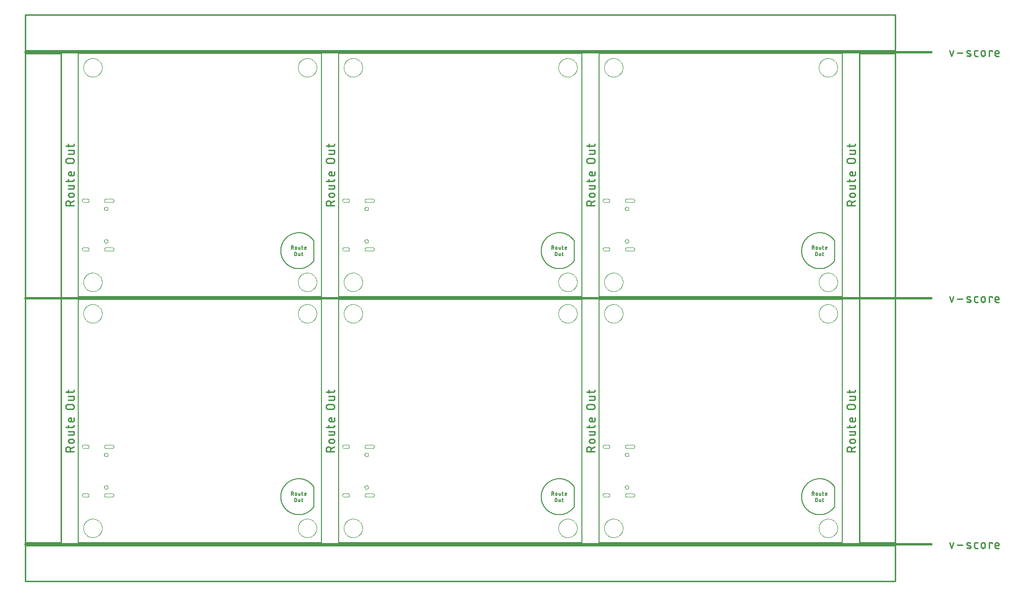
<source format=gko>
G75*
%MOIN*%
%OFA0B0*%
%FSLAX25Y25*%
%IPPOS*%
%LPD*%
%AMOC8*
5,1,8,0,0,1.08239X$1,22.5*
%
%ADD10C,0.00800*%
%ADD11C,0.01100*%
%ADD12C,0.01500*%
%ADD13C,0.01000*%
%ADD14C,0.00000*%
%ADD15C,0.00039*%
%ADD16C,0.00600*%
%ADD17C,0.00500*%
D10*
X0043342Y0028500D02*
X0043342Y0198500D01*
X0213342Y0198500D01*
X0213342Y0028500D01*
X0043342Y0028500D01*
X0225342Y0028500D02*
X0225342Y0198500D01*
X0395342Y0198500D01*
X0395342Y0028500D01*
X0225342Y0028500D01*
X0407342Y0028500D02*
X0407342Y0198500D01*
X0577342Y0198500D01*
X0577342Y0028500D01*
X0407342Y0028500D01*
X0407342Y0200500D02*
X0407342Y0370500D01*
X0577342Y0370500D01*
X0577342Y0200500D01*
X0407342Y0200500D01*
X0395342Y0200500D02*
X0395342Y0370500D01*
X0225342Y0370500D01*
X0225342Y0200500D01*
X0395342Y0200500D01*
X0213342Y0200500D02*
X0213342Y0370500D01*
X0043342Y0370500D01*
X0043342Y0200500D01*
X0213342Y0200500D01*
D11*
X0216392Y0264045D02*
X0216392Y0265684D01*
X0216394Y0265763D01*
X0216400Y0265842D01*
X0216409Y0265921D01*
X0216423Y0265999D01*
X0216440Y0266076D01*
X0216460Y0266153D01*
X0216485Y0266228D01*
X0216513Y0266302D01*
X0216545Y0266375D01*
X0216580Y0266446D01*
X0216618Y0266515D01*
X0216660Y0266582D01*
X0216705Y0266647D01*
X0216753Y0266710D01*
X0216804Y0266771D01*
X0216858Y0266829D01*
X0216915Y0266884D01*
X0216974Y0266937D01*
X0217036Y0266986D01*
X0217100Y0267033D01*
X0217166Y0267076D01*
X0217234Y0267116D01*
X0217305Y0267153D01*
X0217376Y0267187D01*
X0217450Y0267216D01*
X0217525Y0267243D01*
X0217600Y0267265D01*
X0217677Y0267284D01*
X0217755Y0267300D01*
X0217833Y0267311D01*
X0217912Y0267319D01*
X0217991Y0267323D01*
X0218071Y0267323D01*
X0218150Y0267319D01*
X0218229Y0267311D01*
X0218307Y0267300D01*
X0218385Y0267284D01*
X0218462Y0267265D01*
X0218537Y0267243D01*
X0218612Y0267216D01*
X0218686Y0267187D01*
X0218757Y0267153D01*
X0218828Y0267116D01*
X0218896Y0267076D01*
X0218962Y0267033D01*
X0219026Y0266986D01*
X0219088Y0266937D01*
X0219147Y0266884D01*
X0219204Y0266829D01*
X0219258Y0266771D01*
X0219309Y0266710D01*
X0219357Y0266647D01*
X0219402Y0266582D01*
X0219444Y0266515D01*
X0219482Y0266446D01*
X0219517Y0266375D01*
X0219549Y0266302D01*
X0219577Y0266228D01*
X0219602Y0266153D01*
X0219622Y0266076D01*
X0219639Y0265999D01*
X0219653Y0265921D01*
X0219662Y0265842D01*
X0219668Y0265763D01*
X0219670Y0265684D01*
X0219670Y0264045D01*
X0219670Y0266012D02*
X0222292Y0267323D01*
X0220981Y0270062D02*
X0219670Y0270062D01*
X0219599Y0270064D01*
X0219528Y0270070D01*
X0219458Y0270079D01*
X0219388Y0270093D01*
X0219319Y0270110D01*
X0219251Y0270131D01*
X0219185Y0270155D01*
X0219120Y0270183D01*
X0219056Y0270215D01*
X0218994Y0270250D01*
X0218934Y0270288D01*
X0218877Y0270329D01*
X0218821Y0270374D01*
X0218768Y0270421D01*
X0218718Y0270471D01*
X0218671Y0270524D01*
X0218626Y0270580D01*
X0218585Y0270637D01*
X0218547Y0270697D01*
X0218512Y0270759D01*
X0218480Y0270823D01*
X0218452Y0270888D01*
X0218428Y0270954D01*
X0218407Y0271022D01*
X0218390Y0271091D01*
X0218376Y0271161D01*
X0218367Y0271231D01*
X0218361Y0271302D01*
X0218359Y0271373D01*
X0218361Y0271444D01*
X0218367Y0271515D01*
X0218376Y0271585D01*
X0218390Y0271655D01*
X0218407Y0271724D01*
X0218428Y0271792D01*
X0218452Y0271858D01*
X0218480Y0271923D01*
X0218512Y0271987D01*
X0218547Y0272049D01*
X0218585Y0272109D01*
X0218626Y0272166D01*
X0218671Y0272222D01*
X0218718Y0272275D01*
X0218768Y0272325D01*
X0218821Y0272372D01*
X0218877Y0272417D01*
X0218934Y0272458D01*
X0218994Y0272496D01*
X0219056Y0272531D01*
X0219120Y0272563D01*
X0219185Y0272591D01*
X0219251Y0272615D01*
X0219319Y0272636D01*
X0219388Y0272653D01*
X0219458Y0272667D01*
X0219528Y0272676D01*
X0219599Y0272682D01*
X0219670Y0272684D01*
X0220981Y0272684D01*
X0221052Y0272682D01*
X0221123Y0272676D01*
X0221193Y0272667D01*
X0221263Y0272653D01*
X0221332Y0272636D01*
X0221400Y0272615D01*
X0221466Y0272591D01*
X0221531Y0272563D01*
X0221595Y0272531D01*
X0221657Y0272496D01*
X0221717Y0272458D01*
X0221774Y0272417D01*
X0221830Y0272372D01*
X0221883Y0272325D01*
X0221933Y0272275D01*
X0221980Y0272222D01*
X0222025Y0272166D01*
X0222066Y0272109D01*
X0222104Y0272049D01*
X0222139Y0271987D01*
X0222171Y0271923D01*
X0222199Y0271858D01*
X0222223Y0271792D01*
X0222244Y0271724D01*
X0222261Y0271655D01*
X0222275Y0271585D01*
X0222284Y0271515D01*
X0222290Y0271444D01*
X0222292Y0271373D01*
X0222290Y0271302D01*
X0222284Y0271231D01*
X0222275Y0271161D01*
X0222261Y0271091D01*
X0222244Y0271022D01*
X0222223Y0270954D01*
X0222199Y0270888D01*
X0222171Y0270823D01*
X0222139Y0270759D01*
X0222104Y0270697D01*
X0222066Y0270637D01*
X0222025Y0270580D01*
X0221980Y0270524D01*
X0221933Y0270471D01*
X0221883Y0270421D01*
X0221830Y0270374D01*
X0221774Y0270329D01*
X0221717Y0270288D01*
X0221657Y0270250D01*
X0221595Y0270215D01*
X0221531Y0270183D01*
X0221466Y0270155D01*
X0221400Y0270131D01*
X0221332Y0270110D01*
X0221263Y0270093D01*
X0221193Y0270079D01*
X0221123Y0270070D01*
X0221052Y0270064D01*
X0220981Y0270062D01*
X0222292Y0264045D02*
X0216392Y0264045D01*
X0218358Y0275601D02*
X0221308Y0275601D01*
X0221370Y0275603D01*
X0221431Y0275609D01*
X0221492Y0275618D01*
X0221552Y0275632D01*
X0221612Y0275649D01*
X0221670Y0275670D01*
X0221727Y0275695D01*
X0221782Y0275723D01*
X0221835Y0275754D01*
X0221886Y0275789D01*
X0221935Y0275827D01*
X0221981Y0275867D01*
X0222025Y0275911D01*
X0222065Y0275957D01*
X0222103Y0276006D01*
X0222138Y0276057D01*
X0222169Y0276110D01*
X0222197Y0276165D01*
X0222222Y0276222D01*
X0222243Y0276280D01*
X0222260Y0276340D01*
X0222274Y0276400D01*
X0222283Y0276461D01*
X0222289Y0276522D01*
X0222291Y0276584D01*
X0222292Y0276584D02*
X0222292Y0278223D01*
X0218358Y0278223D01*
X0218358Y0280578D02*
X0218358Y0282544D01*
X0216392Y0281233D02*
X0221308Y0281233D01*
X0221370Y0281235D01*
X0221431Y0281241D01*
X0221492Y0281250D01*
X0221552Y0281264D01*
X0221612Y0281281D01*
X0221670Y0281302D01*
X0221727Y0281327D01*
X0221782Y0281355D01*
X0221835Y0281386D01*
X0221886Y0281421D01*
X0221935Y0281459D01*
X0221981Y0281499D01*
X0222025Y0281543D01*
X0222065Y0281589D01*
X0222103Y0281638D01*
X0222138Y0281689D01*
X0222169Y0281742D01*
X0222197Y0281797D01*
X0222222Y0281854D01*
X0222243Y0281912D01*
X0222260Y0281972D01*
X0222274Y0282032D01*
X0222283Y0282093D01*
X0222289Y0282154D01*
X0222291Y0282216D01*
X0222292Y0282216D02*
X0222292Y0282544D01*
X0221308Y0285037D02*
X0219670Y0285037D01*
X0220325Y0285037D02*
X0220325Y0287659D01*
X0219670Y0287659D01*
X0219599Y0287657D01*
X0219528Y0287651D01*
X0219458Y0287642D01*
X0219388Y0287628D01*
X0219319Y0287611D01*
X0219251Y0287590D01*
X0219185Y0287566D01*
X0219120Y0287538D01*
X0219056Y0287506D01*
X0218994Y0287471D01*
X0218934Y0287433D01*
X0218877Y0287392D01*
X0218821Y0287347D01*
X0218768Y0287300D01*
X0218718Y0287250D01*
X0218671Y0287197D01*
X0218626Y0287141D01*
X0218585Y0287084D01*
X0218547Y0287024D01*
X0218512Y0286962D01*
X0218480Y0286898D01*
X0218452Y0286833D01*
X0218428Y0286767D01*
X0218407Y0286699D01*
X0218390Y0286630D01*
X0218376Y0286560D01*
X0218367Y0286490D01*
X0218361Y0286419D01*
X0218359Y0286348D01*
X0218361Y0286277D01*
X0218367Y0286206D01*
X0218376Y0286136D01*
X0218390Y0286066D01*
X0218407Y0285997D01*
X0218428Y0285929D01*
X0218452Y0285863D01*
X0218480Y0285798D01*
X0218512Y0285734D01*
X0218547Y0285672D01*
X0218585Y0285612D01*
X0218626Y0285555D01*
X0218671Y0285499D01*
X0218718Y0285446D01*
X0218768Y0285396D01*
X0218821Y0285349D01*
X0218877Y0285304D01*
X0218934Y0285263D01*
X0218994Y0285225D01*
X0219056Y0285190D01*
X0219120Y0285158D01*
X0219185Y0285130D01*
X0219251Y0285106D01*
X0219319Y0285085D01*
X0219388Y0285068D01*
X0219458Y0285054D01*
X0219528Y0285045D01*
X0219599Y0285039D01*
X0219670Y0285037D01*
X0221308Y0285037D02*
X0221370Y0285039D01*
X0221431Y0285045D01*
X0221492Y0285054D01*
X0221552Y0285068D01*
X0221612Y0285085D01*
X0221670Y0285106D01*
X0221727Y0285131D01*
X0221782Y0285159D01*
X0221835Y0285190D01*
X0221886Y0285225D01*
X0221935Y0285263D01*
X0221981Y0285303D01*
X0222025Y0285347D01*
X0222065Y0285393D01*
X0222103Y0285442D01*
X0222138Y0285493D01*
X0222169Y0285546D01*
X0222197Y0285601D01*
X0222222Y0285658D01*
X0222243Y0285716D01*
X0222260Y0285776D01*
X0222274Y0285836D01*
X0222283Y0285897D01*
X0222289Y0285958D01*
X0222291Y0286020D01*
X0222292Y0286020D02*
X0222292Y0287659D01*
X0220653Y0293735D02*
X0218031Y0293735D01*
X0217952Y0293737D01*
X0217873Y0293743D01*
X0217794Y0293752D01*
X0217716Y0293766D01*
X0217639Y0293783D01*
X0217562Y0293803D01*
X0217487Y0293828D01*
X0217413Y0293856D01*
X0217340Y0293888D01*
X0217269Y0293923D01*
X0217200Y0293961D01*
X0217133Y0294003D01*
X0217068Y0294048D01*
X0217005Y0294096D01*
X0216944Y0294147D01*
X0216886Y0294201D01*
X0216831Y0294258D01*
X0216778Y0294317D01*
X0216729Y0294379D01*
X0216682Y0294443D01*
X0216639Y0294509D01*
X0216599Y0294577D01*
X0216562Y0294648D01*
X0216528Y0294719D01*
X0216499Y0294793D01*
X0216472Y0294868D01*
X0216450Y0294943D01*
X0216431Y0295020D01*
X0216415Y0295098D01*
X0216404Y0295176D01*
X0216396Y0295255D01*
X0216392Y0295334D01*
X0216392Y0295414D01*
X0216396Y0295493D01*
X0216404Y0295572D01*
X0216415Y0295650D01*
X0216431Y0295728D01*
X0216450Y0295805D01*
X0216472Y0295880D01*
X0216499Y0295955D01*
X0216528Y0296029D01*
X0216562Y0296100D01*
X0216599Y0296171D01*
X0216639Y0296239D01*
X0216682Y0296305D01*
X0216729Y0296369D01*
X0216778Y0296431D01*
X0216831Y0296490D01*
X0216886Y0296547D01*
X0216944Y0296601D01*
X0217005Y0296652D01*
X0217068Y0296700D01*
X0217133Y0296745D01*
X0217200Y0296787D01*
X0217269Y0296825D01*
X0217340Y0296860D01*
X0217413Y0296892D01*
X0217487Y0296920D01*
X0217562Y0296945D01*
X0217639Y0296965D01*
X0217716Y0296982D01*
X0217794Y0296996D01*
X0217873Y0297005D01*
X0217952Y0297011D01*
X0218031Y0297013D01*
X0220653Y0297013D01*
X0220732Y0297011D01*
X0220811Y0297005D01*
X0220890Y0296996D01*
X0220968Y0296982D01*
X0221045Y0296965D01*
X0221122Y0296945D01*
X0221197Y0296920D01*
X0221271Y0296892D01*
X0221344Y0296860D01*
X0221415Y0296825D01*
X0221484Y0296787D01*
X0221551Y0296745D01*
X0221616Y0296700D01*
X0221679Y0296652D01*
X0221740Y0296601D01*
X0221798Y0296547D01*
X0221853Y0296490D01*
X0221906Y0296431D01*
X0221955Y0296369D01*
X0222002Y0296305D01*
X0222045Y0296239D01*
X0222085Y0296171D01*
X0222122Y0296100D01*
X0222156Y0296029D01*
X0222185Y0295955D01*
X0222212Y0295880D01*
X0222234Y0295805D01*
X0222253Y0295728D01*
X0222269Y0295650D01*
X0222280Y0295572D01*
X0222288Y0295493D01*
X0222292Y0295414D01*
X0222292Y0295334D01*
X0222288Y0295255D01*
X0222280Y0295176D01*
X0222269Y0295098D01*
X0222253Y0295020D01*
X0222234Y0294943D01*
X0222212Y0294868D01*
X0222185Y0294793D01*
X0222156Y0294719D01*
X0222122Y0294648D01*
X0222085Y0294577D01*
X0222045Y0294509D01*
X0222002Y0294443D01*
X0221955Y0294379D01*
X0221906Y0294317D01*
X0221853Y0294258D01*
X0221798Y0294201D01*
X0221740Y0294147D01*
X0221679Y0294096D01*
X0221616Y0294048D01*
X0221551Y0294003D01*
X0221484Y0293961D01*
X0221415Y0293923D01*
X0221344Y0293888D01*
X0221271Y0293856D01*
X0221197Y0293828D01*
X0221122Y0293803D01*
X0221045Y0293783D01*
X0220968Y0293766D01*
X0220890Y0293752D01*
X0220811Y0293743D01*
X0220732Y0293737D01*
X0220653Y0293735D01*
X0221308Y0300012D02*
X0218358Y0300012D01*
X0218358Y0302634D02*
X0222292Y0302634D01*
X0222292Y0300995D01*
X0222291Y0300995D02*
X0222289Y0300933D01*
X0222283Y0300872D01*
X0222274Y0300811D01*
X0222260Y0300751D01*
X0222243Y0300691D01*
X0222222Y0300633D01*
X0222197Y0300576D01*
X0222169Y0300521D01*
X0222138Y0300468D01*
X0222103Y0300417D01*
X0222065Y0300368D01*
X0222025Y0300322D01*
X0221981Y0300278D01*
X0221935Y0300238D01*
X0221886Y0300200D01*
X0221835Y0300165D01*
X0221782Y0300134D01*
X0221727Y0300106D01*
X0221670Y0300081D01*
X0221612Y0300060D01*
X0221552Y0300043D01*
X0221492Y0300029D01*
X0221431Y0300020D01*
X0221370Y0300014D01*
X0221308Y0300012D01*
X0221308Y0305644D02*
X0216392Y0305644D01*
X0218358Y0304988D02*
X0218358Y0306955D01*
X0221308Y0305644D02*
X0221370Y0305646D01*
X0221431Y0305652D01*
X0221492Y0305661D01*
X0221552Y0305675D01*
X0221612Y0305692D01*
X0221670Y0305713D01*
X0221727Y0305738D01*
X0221782Y0305766D01*
X0221835Y0305797D01*
X0221886Y0305832D01*
X0221935Y0305870D01*
X0221981Y0305910D01*
X0222025Y0305954D01*
X0222065Y0306000D01*
X0222103Y0306049D01*
X0222138Y0306100D01*
X0222169Y0306153D01*
X0222197Y0306208D01*
X0222222Y0306265D01*
X0222243Y0306323D01*
X0222260Y0306383D01*
X0222274Y0306443D01*
X0222283Y0306504D01*
X0222289Y0306565D01*
X0222291Y0306627D01*
X0222292Y0306627D02*
X0222292Y0306955D01*
X0398392Y0305644D02*
X0403308Y0305644D01*
X0403370Y0305646D01*
X0403431Y0305652D01*
X0403492Y0305661D01*
X0403552Y0305675D01*
X0403612Y0305692D01*
X0403670Y0305713D01*
X0403727Y0305738D01*
X0403782Y0305766D01*
X0403835Y0305797D01*
X0403886Y0305832D01*
X0403935Y0305870D01*
X0403981Y0305910D01*
X0404025Y0305954D01*
X0404065Y0306000D01*
X0404103Y0306049D01*
X0404138Y0306100D01*
X0404169Y0306153D01*
X0404197Y0306208D01*
X0404222Y0306265D01*
X0404243Y0306323D01*
X0404260Y0306383D01*
X0404274Y0306443D01*
X0404283Y0306504D01*
X0404289Y0306565D01*
X0404291Y0306627D01*
X0404292Y0306627D02*
X0404292Y0306955D01*
X0400358Y0306955D02*
X0400358Y0304988D01*
X0400358Y0302634D02*
X0404292Y0302634D01*
X0404292Y0300995D01*
X0404291Y0300995D02*
X0404289Y0300933D01*
X0404283Y0300872D01*
X0404274Y0300811D01*
X0404260Y0300751D01*
X0404243Y0300691D01*
X0404222Y0300633D01*
X0404197Y0300576D01*
X0404169Y0300521D01*
X0404138Y0300468D01*
X0404103Y0300417D01*
X0404065Y0300368D01*
X0404025Y0300322D01*
X0403981Y0300278D01*
X0403935Y0300238D01*
X0403886Y0300200D01*
X0403835Y0300165D01*
X0403782Y0300134D01*
X0403727Y0300106D01*
X0403670Y0300081D01*
X0403612Y0300060D01*
X0403552Y0300043D01*
X0403492Y0300029D01*
X0403431Y0300020D01*
X0403370Y0300014D01*
X0403308Y0300012D01*
X0400358Y0300012D01*
X0400031Y0297013D02*
X0402653Y0297013D01*
X0402732Y0297011D01*
X0402811Y0297005D01*
X0402890Y0296996D01*
X0402968Y0296982D01*
X0403045Y0296965D01*
X0403122Y0296945D01*
X0403197Y0296920D01*
X0403271Y0296892D01*
X0403344Y0296860D01*
X0403415Y0296825D01*
X0403484Y0296787D01*
X0403551Y0296745D01*
X0403616Y0296700D01*
X0403679Y0296652D01*
X0403740Y0296601D01*
X0403798Y0296547D01*
X0403853Y0296490D01*
X0403906Y0296431D01*
X0403955Y0296369D01*
X0404002Y0296305D01*
X0404045Y0296239D01*
X0404085Y0296171D01*
X0404122Y0296100D01*
X0404156Y0296029D01*
X0404185Y0295955D01*
X0404212Y0295880D01*
X0404234Y0295805D01*
X0404253Y0295728D01*
X0404269Y0295650D01*
X0404280Y0295572D01*
X0404288Y0295493D01*
X0404292Y0295414D01*
X0404292Y0295334D01*
X0404288Y0295255D01*
X0404280Y0295176D01*
X0404269Y0295098D01*
X0404253Y0295020D01*
X0404234Y0294943D01*
X0404212Y0294868D01*
X0404185Y0294793D01*
X0404156Y0294719D01*
X0404122Y0294648D01*
X0404085Y0294577D01*
X0404045Y0294509D01*
X0404002Y0294443D01*
X0403955Y0294379D01*
X0403906Y0294317D01*
X0403853Y0294258D01*
X0403798Y0294201D01*
X0403740Y0294147D01*
X0403679Y0294096D01*
X0403616Y0294048D01*
X0403551Y0294003D01*
X0403484Y0293961D01*
X0403415Y0293923D01*
X0403344Y0293888D01*
X0403271Y0293856D01*
X0403197Y0293828D01*
X0403122Y0293803D01*
X0403045Y0293783D01*
X0402968Y0293766D01*
X0402890Y0293752D01*
X0402811Y0293743D01*
X0402732Y0293737D01*
X0402653Y0293735D01*
X0400031Y0293735D01*
X0399952Y0293737D01*
X0399873Y0293743D01*
X0399794Y0293752D01*
X0399716Y0293766D01*
X0399639Y0293783D01*
X0399562Y0293803D01*
X0399487Y0293828D01*
X0399413Y0293856D01*
X0399340Y0293888D01*
X0399269Y0293923D01*
X0399200Y0293961D01*
X0399133Y0294003D01*
X0399068Y0294048D01*
X0399005Y0294096D01*
X0398944Y0294147D01*
X0398886Y0294201D01*
X0398831Y0294258D01*
X0398778Y0294317D01*
X0398729Y0294379D01*
X0398682Y0294443D01*
X0398639Y0294509D01*
X0398599Y0294577D01*
X0398562Y0294648D01*
X0398528Y0294719D01*
X0398499Y0294793D01*
X0398472Y0294868D01*
X0398450Y0294943D01*
X0398431Y0295020D01*
X0398415Y0295098D01*
X0398404Y0295176D01*
X0398396Y0295255D01*
X0398392Y0295334D01*
X0398392Y0295414D01*
X0398396Y0295493D01*
X0398404Y0295572D01*
X0398415Y0295650D01*
X0398431Y0295728D01*
X0398450Y0295805D01*
X0398472Y0295880D01*
X0398499Y0295955D01*
X0398528Y0296029D01*
X0398562Y0296100D01*
X0398599Y0296171D01*
X0398639Y0296239D01*
X0398682Y0296305D01*
X0398729Y0296369D01*
X0398778Y0296431D01*
X0398831Y0296490D01*
X0398886Y0296547D01*
X0398944Y0296601D01*
X0399005Y0296652D01*
X0399068Y0296700D01*
X0399133Y0296745D01*
X0399200Y0296787D01*
X0399269Y0296825D01*
X0399340Y0296860D01*
X0399413Y0296892D01*
X0399487Y0296920D01*
X0399562Y0296945D01*
X0399639Y0296965D01*
X0399716Y0296982D01*
X0399794Y0296996D01*
X0399873Y0297005D01*
X0399952Y0297011D01*
X0400031Y0297013D01*
X0401670Y0287659D02*
X0402325Y0287659D01*
X0402325Y0285037D01*
X0401670Y0285037D02*
X0403308Y0285037D01*
X0403370Y0285039D01*
X0403431Y0285045D01*
X0403492Y0285054D01*
X0403552Y0285068D01*
X0403612Y0285085D01*
X0403670Y0285106D01*
X0403727Y0285131D01*
X0403782Y0285159D01*
X0403835Y0285190D01*
X0403886Y0285225D01*
X0403935Y0285263D01*
X0403981Y0285303D01*
X0404025Y0285347D01*
X0404065Y0285393D01*
X0404103Y0285442D01*
X0404138Y0285493D01*
X0404169Y0285546D01*
X0404197Y0285601D01*
X0404222Y0285658D01*
X0404243Y0285716D01*
X0404260Y0285776D01*
X0404274Y0285836D01*
X0404283Y0285897D01*
X0404289Y0285958D01*
X0404291Y0286020D01*
X0404292Y0286020D02*
X0404292Y0287659D01*
X0401670Y0287659D02*
X0401599Y0287657D01*
X0401528Y0287651D01*
X0401458Y0287642D01*
X0401388Y0287628D01*
X0401319Y0287611D01*
X0401251Y0287590D01*
X0401185Y0287566D01*
X0401120Y0287538D01*
X0401056Y0287506D01*
X0400994Y0287471D01*
X0400934Y0287433D01*
X0400877Y0287392D01*
X0400821Y0287347D01*
X0400768Y0287300D01*
X0400718Y0287250D01*
X0400671Y0287197D01*
X0400626Y0287141D01*
X0400585Y0287084D01*
X0400547Y0287024D01*
X0400512Y0286962D01*
X0400480Y0286898D01*
X0400452Y0286833D01*
X0400428Y0286767D01*
X0400407Y0286699D01*
X0400390Y0286630D01*
X0400376Y0286560D01*
X0400367Y0286490D01*
X0400361Y0286419D01*
X0400359Y0286348D01*
X0400361Y0286277D01*
X0400367Y0286206D01*
X0400376Y0286136D01*
X0400390Y0286066D01*
X0400407Y0285997D01*
X0400428Y0285929D01*
X0400452Y0285863D01*
X0400480Y0285798D01*
X0400512Y0285734D01*
X0400547Y0285672D01*
X0400585Y0285612D01*
X0400626Y0285555D01*
X0400671Y0285499D01*
X0400718Y0285446D01*
X0400768Y0285396D01*
X0400821Y0285349D01*
X0400877Y0285304D01*
X0400934Y0285263D01*
X0400994Y0285225D01*
X0401056Y0285190D01*
X0401120Y0285158D01*
X0401185Y0285130D01*
X0401251Y0285106D01*
X0401319Y0285085D01*
X0401388Y0285068D01*
X0401458Y0285054D01*
X0401528Y0285045D01*
X0401599Y0285039D01*
X0401670Y0285037D01*
X0400358Y0282544D02*
X0400358Y0280578D01*
X0398392Y0281233D02*
X0403308Y0281233D01*
X0403370Y0281235D01*
X0403431Y0281241D01*
X0403492Y0281250D01*
X0403552Y0281264D01*
X0403612Y0281281D01*
X0403670Y0281302D01*
X0403727Y0281327D01*
X0403782Y0281355D01*
X0403835Y0281386D01*
X0403886Y0281421D01*
X0403935Y0281459D01*
X0403981Y0281499D01*
X0404025Y0281543D01*
X0404065Y0281589D01*
X0404103Y0281638D01*
X0404138Y0281689D01*
X0404169Y0281742D01*
X0404197Y0281797D01*
X0404222Y0281854D01*
X0404243Y0281912D01*
X0404260Y0281972D01*
X0404274Y0282032D01*
X0404283Y0282093D01*
X0404289Y0282154D01*
X0404291Y0282216D01*
X0404292Y0282216D02*
X0404292Y0282544D01*
X0404292Y0278223D02*
X0400358Y0278223D01*
X0400358Y0275601D02*
X0403308Y0275601D01*
X0403370Y0275603D01*
X0403431Y0275609D01*
X0403492Y0275618D01*
X0403552Y0275632D01*
X0403612Y0275649D01*
X0403670Y0275670D01*
X0403727Y0275695D01*
X0403782Y0275723D01*
X0403835Y0275754D01*
X0403886Y0275789D01*
X0403935Y0275827D01*
X0403981Y0275867D01*
X0404025Y0275911D01*
X0404065Y0275957D01*
X0404103Y0276006D01*
X0404138Y0276057D01*
X0404169Y0276110D01*
X0404197Y0276165D01*
X0404222Y0276222D01*
X0404243Y0276280D01*
X0404260Y0276340D01*
X0404274Y0276400D01*
X0404283Y0276461D01*
X0404289Y0276522D01*
X0404291Y0276584D01*
X0404292Y0276584D02*
X0404292Y0278223D01*
X0402981Y0272684D02*
X0401670Y0272684D01*
X0401599Y0272682D01*
X0401528Y0272676D01*
X0401458Y0272667D01*
X0401388Y0272653D01*
X0401319Y0272636D01*
X0401251Y0272615D01*
X0401185Y0272591D01*
X0401120Y0272563D01*
X0401056Y0272531D01*
X0400994Y0272496D01*
X0400934Y0272458D01*
X0400877Y0272417D01*
X0400821Y0272372D01*
X0400768Y0272325D01*
X0400718Y0272275D01*
X0400671Y0272222D01*
X0400626Y0272166D01*
X0400585Y0272109D01*
X0400547Y0272049D01*
X0400512Y0271987D01*
X0400480Y0271923D01*
X0400452Y0271858D01*
X0400428Y0271792D01*
X0400407Y0271724D01*
X0400390Y0271655D01*
X0400376Y0271585D01*
X0400367Y0271515D01*
X0400361Y0271444D01*
X0400359Y0271373D01*
X0400361Y0271302D01*
X0400367Y0271231D01*
X0400376Y0271161D01*
X0400390Y0271091D01*
X0400407Y0271022D01*
X0400428Y0270954D01*
X0400452Y0270888D01*
X0400480Y0270823D01*
X0400512Y0270759D01*
X0400547Y0270697D01*
X0400585Y0270637D01*
X0400626Y0270580D01*
X0400671Y0270524D01*
X0400718Y0270471D01*
X0400768Y0270421D01*
X0400821Y0270374D01*
X0400877Y0270329D01*
X0400934Y0270288D01*
X0400994Y0270250D01*
X0401056Y0270215D01*
X0401120Y0270183D01*
X0401185Y0270155D01*
X0401251Y0270131D01*
X0401319Y0270110D01*
X0401388Y0270093D01*
X0401458Y0270079D01*
X0401528Y0270070D01*
X0401599Y0270064D01*
X0401670Y0270062D01*
X0402981Y0270062D01*
X0403052Y0270064D01*
X0403123Y0270070D01*
X0403193Y0270079D01*
X0403263Y0270093D01*
X0403332Y0270110D01*
X0403400Y0270131D01*
X0403466Y0270155D01*
X0403531Y0270183D01*
X0403595Y0270215D01*
X0403657Y0270250D01*
X0403717Y0270288D01*
X0403774Y0270329D01*
X0403830Y0270374D01*
X0403883Y0270421D01*
X0403933Y0270471D01*
X0403980Y0270524D01*
X0404025Y0270580D01*
X0404066Y0270637D01*
X0404104Y0270697D01*
X0404139Y0270759D01*
X0404171Y0270823D01*
X0404199Y0270888D01*
X0404223Y0270954D01*
X0404244Y0271022D01*
X0404261Y0271091D01*
X0404275Y0271161D01*
X0404284Y0271231D01*
X0404290Y0271302D01*
X0404292Y0271373D01*
X0404290Y0271444D01*
X0404284Y0271515D01*
X0404275Y0271585D01*
X0404261Y0271655D01*
X0404244Y0271724D01*
X0404223Y0271792D01*
X0404199Y0271858D01*
X0404171Y0271923D01*
X0404139Y0271987D01*
X0404104Y0272049D01*
X0404066Y0272109D01*
X0404025Y0272166D01*
X0403980Y0272222D01*
X0403933Y0272275D01*
X0403883Y0272325D01*
X0403830Y0272372D01*
X0403774Y0272417D01*
X0403717Y0272458D01*
X0403657Y0272496D01*
X0403595Y0272531D01*
X0403531Y0272563D01*
X0403466Y0272591D01*
X0403400Y0272615D01*
X0403332Y0272636D01*
X0403263Y0272653D01*
X0403193Y0272667D01*
X0403123Y0272676D01*
X0403052Y0272682D01*
X0402981Y0272684D01*
X0404292Y0267323D02*
X0401670Y0266012D01*
X0401670Y0265684D02*
X0401670Y0264045D01*
X0401670Y0265684D02*
X0401668Y0265763D01*
X0401662Y0265842D01*
X0401653Y0265921D01*
X0401639Y0265999D01*
X0401622Y0266076D01*
X0401602Y0266153D01*
X0401577Y0266228D01*
X0401549Y0266302D01*
X0401517Y0266375D01*
X0401482Y0266446D01*
X0401444Y0266515D01*
X0401402Y0266582D01*
X0401357Y0266647D01*
X0401309Y0266710D01*
X0401258Y0266771D01*
X0401204Y0266829D01*
X0401147Y0266884D01*
X0401088Y0266937D01*
X0401026Y0266986D01*
X0400962Y0267033D01*
X0400896Y0267076D01*
X0400828Y0267116D01*
X0400757Y0267153D01*
X0400686Y0267187D01*
X0400612Y0267216D01*
X0400537Y0267243D01*
X0400462Y0267265D01*
X0400385Y0267284D01*
X0400307Y0267300D01*
X0400229Y0267311D01*
X0400150Y0267319D01*
X0400071Y0267323D01*
X0399991Y0267323D01*
X0399912Y0267319D01*
X0399833Y0267311D01*
X0399755Y0267300D01*
X0399677Y0267284D01*
X0399600Y0267265D01*
X0399525Y0267243D01*
X0399450Y0267216D01*
X0399376Y0267187D01*
X0399305Y0267153D01*
X0399234Y0267116D01*
X0399166Y0267076D01*
X0399100Y0267033D01*
X0399036Y0266986D01*
X0398974Y0266937D01*
X0398915Y0266884D01*
X0398858Y0266829D01*
X0398804Y0266771D01*
X0398753Y0266710D01*
X0398705Y0266647D01*
X0398660Y0266582D01*
X0398618Y0266515D01*
X0398580Y0266446D01*
X0398545Y0266375D01*
X0398513Y0266302D01*
X0398485Y0266228D01*
X0398460Y0266153D01*
X0398440Y0266076D01*
X0398423Y0265999D01*
X0398409Y0265921D01*
X0398400Y0265842D01*
X0398394Y0265763D01*
X0398392Y0265684D01*
X0398392Y0264045D01*
X0404292Y0264045D01*
X0580392Y0264045D02*
X0580392Y0265684D01*
X0580394Y0265763D01*
X0580400Y0265842D01*
X0580409Y0265921D01*
X0580423Y0265999D01*
X0580440Y0266076D01*
X0580460Y0266153D01*
X0580485Y0266228D01*
X0580513Y0266302D01*
X0580545Y0266375D01*
X0580580Y0266446D01*
X0580618Y0266515D01*
X0580660Y0266582D01*
X0580705Y0266647D01*
X0580753Y0266710D01*
X0580804Y0266771D01*
X0580858Y0266829D01*
X0580915Y0266884D01*
X0580974Y0266937D01*
X0581036Y0266986D01*
X0581100Y0267033D01*
X0581166Y0267076D01*
X0581234Y0267116D01*
X0581305Y0267153D01*
X0581376Y0267187D01*
X0581450Y0267216D01*
X0581525Y0267243D01*
X0581600Y0267265D01*
X0581677Y0267284D01*
X0581755Y0267300D01*
X0581833Y0267311D01*
X0581912Y0267319D01*
X0581991Y0267323D01*
X0582071Y0267323D01*
X0582150Y0267319D01*
X0582229Y0267311D01*
X0582307Y0267300D01*
X0582385Y0267284D01*
X0582462Y0267265D01*
X0582537Y0267243D01*
X0582612Y0267216D01*
X0582686Y0267187D01*
X0582757Y0267153D01*
X0582828Y0267116D01*
X0582896Y0267076D01*
X0582962Y0267033D01*
X0583026Y0266986D01*
X0583088Y0266937D01*
X0583147Y0266884D01*
X0583204Y0266829D01*
X0583258Y0266771D01*
X0583309Y0266710D01*
X0583357Y0266647D01*
X0583402Y0266582D01*
X0583444Y0266515D01*
X0583482Y0266446D01*
X0583517Y0266375D01*
X0583549Y0266302D01*
X0583577Y0266228D01*
X0583602Y0266153D01*
X0583622Y0266076D01*
X0583639Y0265999D01*
X0583653Y0265921D01*
X0583662Y0265842D01*
X0583668Y0265763D01*
X0583670Y0265684D01*
X0583670Y0264045D01*
X0583670Y0266012D02*
X0586292Y0267323D01*
X0584981Y0270062D02*
X0583670Y0270062D01*
X0583599Y0270064D01*
X0583528Y0270070D01*
X0583458Y0270079D01*
X0583388Y0270093D01*
X0583319Y0270110D01*
X0583251Y0270131D01*
X0583185Y0270155D01*
X0583120Y0270183D01*
X0583056Y0270215D01*
X0582994Y0270250D01*
X0582934Y0270288D01*
X0582877Y0270329D01*
X0582821Y0270374D01*
X0582768Y0270421D01*
X0582718Y0270471D01*
X0582671Y0270524D01*
X0582626Y0270580D01*
X0582585Y0270637D01*
X0582547Y0270697D01*
X0582512Y0270759D01*
X0582480Y0270823D01*
X0582452Y0270888D01*
X0582428Y0270954D01*
X0582407Y0271022D01*
X0582390Y0271091D01*
X0582376Y0271161D01*
X0582367Y0271231D01*
X0582361Y0271302D01*
X0582359Y0271373D01*
X0582361Y0271444D01*
X0582367Y0271515D01*
X0582376Y0271585D01*
X0582390Y0271655D01*
X0582407Y0271724D01*
X0582428Y0271792D01*
X0582452Y0271858D01*
X0582480Y0271923D01*
X0582512Y0271987D01*
X0582547Y0272049D01*
X0582585Y0272109D01*
X0582626Y0272166D01*
X0582671Y0272222D01*
X0582718Y0272275D01*
X0582768Y0272325D01*
X0582821Y0272372D01*
X0582877Y0272417D01*
X0582934Y0272458D01*
X0582994Y0272496D01*
X0583056Y0272531D01*
X0583120Y0272563D01*
X0583185Y0272591D01*
X0583251Y0272615D01*
X0583319Y0272636D01*
X0583388Y0272653D01*
X0583458Y0272667D01*
X0583528Y0272676D01*
X0583599Y0272682D01*
X0583670Y0272684D01*
X0584981Y0272684D01*
X0585052Y0272682D01*
X0585123Y0272676D01*
X0585193Y0272667D01*
X0585263Y0272653D01*
X0585332Y0272636D01*
X0585400Y0272615D01*
X0585466Y0272591D01*
X0585531Y0272563D01*
X0585595Y0272531D01*
X0585657Y0272496D01*
X0585717Y0272458D01*
X0585774Y0272417D01*
X0585830Y0272372D01*
X0585883Y0272325D01*
X0585933Y0272275D01*
X0585980Y0272222D01*
X0586025Y0272166D01*
X0586066Y0272109D01*
X0586104Y0272049D01*
X0586139Y0271987D01*
X0586171Y0271923D01*
X0586199Y0271858D01*
X0586223Y0271792D01*
X0586244Y0271724D01*
X0586261Y0271655D01*
X0586275Y0271585D01*
X0586284Y0271515D01*
X0586290Y0271444D01*
X0586292Y0271373D01*
X0586290Y0271302D01*
X0586284Y0271231D01*
X0586275Y0271161D01*
X0586261Y0271091D01*
X0586244Y0271022D01*
X0586223Y0270954D01*
X0586199Y0270888D01*
X0586171Y0270823D01*
X0586139Y0270759D01*
X0586104Y0270697D01*
X0586066Y0270637D01*
X0586025Y0270580D01*
X0585980Y0270524D01*
X0585933Y0270471D01*
X0585883Y0270421D01*
X0585830Y0270374D01*
X0585774Y0270329D01*
X0585717Y0270288D01*
X0585657Y0270250D01*
X0585595Y0270215D01*
X0585531Y0270183D01*
X0585466Y0270155D01*
X0585400Y0270131D01*
X0585332Y0270110D01*
X0585263Y0270093D01*
X0585193Y0270079D01*
X0585123Y0270070D01*
X0585052Y0270064D01*
X0584981Y0270062D01*
X0586292Y0264045D02*
X0580392Y0264045D01*
X0582358Y0275601D02*
X0585308Y0275601D01*
X0585370Y0275603D01*
X0585431Y0275609D01*
X0585492Y0275618D01*
X0585552Y0275632D01*
X0585612Y0275649D01*
X0585670Y0275670D01*
X0585727Y0275695D01*
X0585782Y0275723D01*
X0585835Y0275754D01*
X0585886Y0275789D01*
X0585935Y0275827D01*
X0585981Y0275867D01*
X0586025Y0275911D01*
X0586065Y0275957D01*
X0586103Y0276006D01*
X0586138Y0276057D01*
X0586169Y0276110D01*
X0586197Y0276165D01*
X0586222Y0276222D01*
X0586243Y0276280D01*
X0586260Y0276340D01*
X0586274Y0276400D01*
X0586283Y0276461D01*
X0586289Y0276522D01*
X0586291Y0276584D01*
X0586292Y0276584D02*
X0586292Y0278223D01*
X0582358Y0278223D01*
X0582358Y0280578D02*
X0582358Y0282544D01*
X0580392Y0281233D02*
X0585308Y0281233D01*
X0585370Y0281235D01*
X0585431Y0281241D01*
X0585492Y0281250D01*
X0585552Y0281264D01*
X0585612Y0281281D01*
X0585670Y0281302D01*
X0585727Y0281327D01*
X0585782Y0281355D01*
X0585835Y0281386D01*
X0585886Y0281421D01*
X0585935Y0281459D01*
X0585981Y0281499D01*
X0586025Y0281543D01*
X0586065Y0281589D01*
X0586103Y0281638D01*
X0586138Y0281689D01*
X0586169Y0281742D01*
X0586197Y0281797D01*
X0586222Y0281854D01*
X0586243Y0281912D01*
X0586260Y0281972D01*
X0586274Y0282032D01*
X0586283Y0282093D01*
X0586289Y0282154D01*
X0586291Y0282216D01*
X0586292Y0282216D02*
X0586292Y0282544D01*
X0585308Y0285037D02*
X0583670Y0285037D01*
X0584325Y0285037D02*
X0584325Y0287659D01*
X0583670Y0287659D01*
X0583599Y0287657D01*
X0583528Y0287651D01*
X0583458Y0287642D01*
X0583388Y0287628D01*
X0583319Y0287611D01*
X0583251Y0287590D01*
X0583185Y0287566D01*
X0583120Y0287538D01*
X0583056Y0287506D01*
X0582994Y0287471D01*
X0582934Y0287433D01*
X0582877Y0287392D01*
X0582821Y0287347D01*
X0582768Y0287300D01*
X0582718Y0287250D01*
X0582671Y0287197D01*
X0582626Y0287141D01*
X0582585Y0287084D01*
X0582547Y0287024D01*
X0582512Y0286962D01*
X0582480Y0286898D01*
X0582452Y0286833D01*
X0582428Y0286767D01*
X0582407Y0286699D01*
X0582390Y0286630D01*
X0582376Y0286560D01*
X0582367Y0286490D01*
X0582361Y0286419D01*
X0582359Y0286348D01*
X0582361Y0286277D01*
X0582367Y0286206D01*
X0582376Y0286136D01*
X0582390Y0286066D01*
X0582407Y0285997D01*
X0582428Y0285929D01*
X0582452Y0285863D01*
X0582480Y0285798D01*
X0582512Y0285734D01*
X0582547Y0285672D01*
X0582585Y0285612D01*
X0582626Y0285555D01*
X0582671Y0285499D01*
X0582718Y0285446D01*
X0582768Y0285396D01*
X0582821Y0285349D01*
X0582877Y0285304D01*
X0582934Y0285263D01*
X0582994Y0285225D01*
X0583056Y0285190D01*
X0583120Y0285158D01*
X0583185Y0285130D01*
X0583251Y0285106D01*
X0583319Y0285085D01*
X0583388Y0285068D01*
X0583458Y0285054D01*
X0583528Y0285045D01*
X0583599Y0285039D01*
X0583670Y0285037D01*
X0585308Y0285037D02*
X0585370Y0285039D01*
X0585431Y0285045D01*
X0585492Y0285054D01*
X0585552Y0285068D01*
X0585612Y0285085D01*
X0585670Y0285106D01*
X0585727Y0285131D01*
X0585782Y0285159D01*
X0585835Y0285190D01*
X0585886Y0285225D01*
X0585935Y0285263D01*
X0585981Y0285303D01*
X0586025Y0285347D01*
X0586065Y0285393D01*
X0586103Y0285442D01*
X0586138Y0285493D01*
X0586169Y0285546D01*
X0586197Y0285601D01*
X0586222Y0285658D01*
X0586243Y0285716D01*
X0586260Y0285776D01*
X0586274Y0285836D01*
X0586283Y0285897D01*
X0586289Y0285958D01*
X0586291Y0286020D01*
X0586292Y0286020D02*
X0586292Y0287659D01*
X0584653Y0293735D02*
X0582031Y0293735D01*
X0581952Y0293737D01*
X0581873Y0293743D01*
X0581794Y0293752D01*
X0581716Y0293766D01*
X0581639Y0293783D01*
X0581562Y0293803D01*
X0581487Y0293828D01*
X0581413Y0293856D01*
X0581340Y0293888D01*
X0581269Y0293923D01*
X0581200Y0293961D01*
X0581133Y0294003D01*
X0581068Y0294048D01*
X0581005Y0294096D01*
X0580944Y0294147D01*
X0580886Y0294201D01*
X0580831Y0294258D01*
X0580778Y0294317D01*
X0580729Y0294379D01*
X0580682Y0294443D01*
X0580639Y0294509D01*
X0580599Y0294577D01*
X0580562Y0294648D01*
X0580528Y0294719D01*
X0580499Y0294793D01*
X0580472Y0294868D01*
X0580450Y0294943D01*
X0580431Y0295020D01*
X0580415Y0295098D01*
X0580404Y0295176D01*
X0580396Y0295255D01*
X0580392Y0295334D01*
X0580392Y0295414D01*
X0580396Y0295493D01*
X0580404Y0295572D01*
X0580415Y0295650D01*
X0580431Y0295728D01*
X0580450Y0295805D01*
X0580472Y0295880D01*
X0580499Y0295955D01*
X0580528Y0296029D01*
X0580562Y0296100D01*
X0580599Y0296171D01*
X0580639Y0296239D01*
X0580682Y0296305D01*
X0580729Y0296369D01*
X0580778Y0296431D01*
X0580831Y0296490D01*
X0580886Y0296547D01*
X0580944Y0296601D01*
X0581005Y0296652D01*
X0581068Y0296700D01*
X0581133Y0296745D01*
X0581200Y0296787D01*
X0581269Y0296825D01*
X0581340Y0296860D01*
X0581413Y0296892D01*
X0581487Y0296920D01*
X0581562Y0296945D01*
X0581639Y0296965D01*
X0581716Y0296982D01*
X0581794Y0296996D01*
X0581873Y0297005D01*
X0581952Y0297011D01*
X0582031Y0297013D01*
X0584653Y0297013D01*
X0584732Y0297011D01*
X0584811Y0297005D01*
X0584890Y0296996D01*
X0584968Y0296982D01*
X0585045Y0296965D01*
X0585122Y0296945D01*
X0585197Y0296920D01*
X0585271Y0296892D01*
X0585344Y0296860D01*
X0585415Y0296825D01*
X0585484Y0296787D01*
X0585551Y0296745D01*
X0585616Y0296700D01*
X0585679Y0296652D01*
X0585740Y0296601D01*
X0585798Y0296547D01*
X0585853Y0296490D01*
X0585906Y0296431D01*
X0585955Y0296369D01*
X0586002Y0296305D01*
X0586045Y0296239D01*
X0586085Y0296171D01*
X0586122Y0296100D01*
X0586156Y0296029D01*
X0586185Y0295955D01*
X0586212Y0295880D01*
X0586234Y0295805D01*
X0586253Y0295728D01*
X0586269Y0295650D01*
X0586280Y0295572D01*
X0586288Y0295493D01*
X0586292Y0295414D01*
X0586292Y0295334D01*
X0586288Y0295255D01*
X0586280Y0295176D01*
X0586269Y0295098D01*
X0586253Y0295020D01*
X0586234Y0294943D01*
X0586212Y0294868D01*
X0586185Y0294793D01*
X0586156Y0294719D01*
X0586122Y0294648D01*
X0586085Y0294577D01*
X0586045Y0294509D01*
X0586002Y0294443D01*
X0585955Y0294379D01*
X0585906Y0294317D01*
X0585853Y0294258D01*
X0585798Y0294201D01*
X0585740Y0294147D01*
X0585679Y0294096D01*
X0585616Y0294048D01*
X0585551Y0294003D01*
X0585484Y0293961D01*
X0585415Y0293923D01*
X0585344Y0293888D01*
X0585271Y0293856D01*
X0585197Y0293828D01*
X0585122Y0293803D01*
X0585045Y0293783D01*
X0584968Y0293766D01*
X0584890Y0293752D01*
X0584811Y0293743D01*
X0584732Y0293737D01*
X0584653Y0293735D01*
X0585308Y0300012D02*
X0582358Y0300012D01*
X0582358Y0302634D02*
X0586292Y0302634D01*
X0586292Y0300995D01*
X0586291Y0300995D02*
X0586289Y0300933D01*
X0586283Y0300872D01*
X0586274Y0300811D01*
X0586260Y0300751D01*
X0586243Y0300691D01*
X0586222Y0300633D01*
X0586197Y0300576D01*
X0586169Y0300521D01*
X0586138Y0300468D01*
X0586103Y0300417D01*
X0586065Y0300368D01*
X0586025Y0300322D01*
X0585981Y0300278D01*
X0585935Y0300238D01*
X0585886Y0300200D01*
X0585835Y0300165D01*
X0585782Y0300134D01*
X0585727Y0300106D01*
X0585670Y0300081D01*
X0585612Y0300060D01*
X0585552Y0300043D01*
X0585492Y0300029D01*
X0585431Y0300020D01*
X0585370Y0300014D01*
X0585308Y0300012D01*
X0585308Y0305644D02*
X0580392Y0305644D01*
X0582358Y0304988D02*
X0582358Y0306955D01*
X0585308Y0305644D02*
X0585370Y0305646D01*
X0585431Y0305652D01*
X0585492Y0305661D01*
X0585552Y0305675D01*
X0585612Y0305692D01*
X0585670Y0305713D01*
X0585727Y0305738D01*
X0585782Y0305766D01*
X0585835Y0305797D01*
X0585886Y0305832D01*
X0585935Y0305870D01*
X0585981Y0305910D01*
X0586025Y0305954D01*
X0586065Y0306000D01*
X0586103Y0306049D01*
X0586138Y0306100D01*
X0586169Y0306153D01*
X0586197Y0306208D01*
X0586222Y0306265D01*
X0586243Y0306323D01*
X0586260Y0306383D01*
X0586274Y0306443D01*
X0586283Y0306504D01*
X0586289Y0306565D01*
X0586291Y0306627D01*
X0586292Y0306627D02*
X0586292Y0306955D01*
X0653444Y0368550D02*
X0654755Y0372483D01*
X0652133Y0372483D02*
X0653444Y0368550D01*
X0657426Y0370844D02*
X0661359Y0370844D01*
X0664727Y0370844D02*
X0666366Y0370189D01*
X0666367Y0370189D02*
X0666419Y0370166D01*
X0666470Y0370139D01*
X0666519Y0370109D01*
X0666566Y0370076D01*
X0666611Y0370040D01*
X0666653Y0370000D01*
X0666692Y0369958D01*
X0666728Y0369914D01*
X0666761Y0369867D01*
X0666791Y0369817D01*
X0666818Y0369766D01*
X0666841Y0369714D01*
X0666860Y0369660D01*
X0666876Y0369604D01*
X0666888Y0369548D01*
X0666896Y0369491D01*
X0666900Y0369434D01*
X0666901Y0369376D01*
X0666897Y0369319D01*
X0666890Y0369262D01*
X0666878Y0369205D01*
X0666863Y0369150D01*
X0666845Y0369095D01*
X0666822Y0369042D01*
X0666796Y0368991D01*
X0666767Y0368942D01*
X0666734Y0368894D01*
X0666698Y0368849D01*
X0666660Y0368807D01*
X0666618Y0368767D01*
X0666574Y0368730D01*
X0666527Y0368696D01*
X0666479Y0368665D01*
X0666428Y0368638D01*
X0666376Y0368614D01*
X0666322Y0368594D01*
X0666267Y0368578D01*
X0666211Y0368565D01*
X0666154Y0368556D01*
X0666096Y0368551D01*
X0666039Y0368550D01*
X0666530Y0372155D02*
X0666423Y0372201D01*
X0666314Y0372244D01*
X0666204Y0372284D01*
X0666092Y0372320D01*
X0665980Y0372352D01*
X0665866Y0372381D01*
X0665752Y0372407D01*
X0665637Y0372428D01*
X0665522Y0372447D01*
X0665405Y0372461D01*
X0665289Y0372472D01*
X0665172Y0372479D01*
X0665055Y0372483D01*
X0665055Y0372484D02*
X0664998Y0372483D01*
X0664940Y0372478D01*
X0664883Y0372469D01*
X0664827Y0372456D01*
X0664772Y0372440D01*
X0664718Y0372420D01*
X0664666Y0372396D01*
X0664615Y0372369D01*
X0664567Y0372338D01*
X0664520Y0372304D01*
X0664476Y0372267D01*
X0664434Y0372227D01*
X0664396Y0372185D01*
X0664360Y0372140D01*
X0664327Y0372092D01*
X0664298Y0372043D01*
X0664272Y0371992D01*
X0664249Y0371939D01*
X0664231Y0371884D01*
X0664216Y0371829D01*
X0664204Y0371772D01*
X0664197Y0371715D01*
X0664193Y0371658D01*
X0664194Y0371600D01*
X0664198Y0371543D01*
X0664206Y0371486D01*
X0664218Y0371430D01*
X0664234Y0371374D01*
X0664253Y0371320D01*
X0664276Y0371268D01*
X0664303Y0371217D01*
X0664333Y0371167D01*
X0664366Y0371120D01*
X0664402Y0371076D01*
X0664441Y0371034D01*
X0664483Y0370994D01*
X0664528Y0370958D01*
X0664575Y0370925D01*
X0664624Y0370895D01*
X0664675Y0370868D01*
X0664727Y0370845D01*
X0664236Y0368878D02*
X0664370Y0368832D01*
X0664505Y0368789D01*
X0664641Y0368750D01*
X0664778Y0368714D01*
X0664915Y0368682D01*
X0665054Y0368653D01*
X0665193Y0368627D01*
X0665333Y0368606D01*
X0665474Y0368587D01*
X0665614Y0368573D01*
X0665756Y0368562D01*
X0665897Y0368554D01*
X0666039Y0368551D01*
X0669580Y0369533D02*
X0669580Y0371500D01*
X0669582Y0371562D01*
X0669588Y0371623D01*
X0669597Y0371684D01*
X0669611Y0371744D01*
X0669628Y0371804D01*
X0669649Y0371862D01*
X0669674Y0371919D01*
X0669702Y0371974D01*
X0669733Y0372027D01*
X0669768Y0372078D01*
X0669806Y0372127D01*
X0669846Y0372173D01*
X0669890Y0372217D01*
X0669936Y0372257D01*
X0669985Y0372295D01*
X0670036Y0372330D01*
X0670089Y0372361D01*
X0670144Y0372389D01*
X0670201Y0372414D01*
X0670259Y0372435D01*
X0670319Y0372452D01*
X0670379Y0372466D01*
X0670440Y0372475D01*
X0670501Y0372481D01*
X0670563Y0372483D01*
X0671874Y0372483D01*
X0674287Y0371172D02*
X0674287Y0369861D01*
X0674289Y0369790D01*
X0674295Y0369719D01*
X0674304Y0369649D01*
X0674318Y0369579D01*
X0674335Y0369510D01*
X0674356Y0369442D01*
X0674380Y0369376D01*
X0674408Y0369311D01*
X0674440Y0369247D01*
X0674475Y0369185D01*
X0674513Y0369125D01*
X0674554Y0369068D01*
X0674599Y0369012D01*
X0674646Y0368959D01*
X0674696Y0368909D01*
X0674749Y0368862D01*
X0674805Y0368817D01*
X0674862Y0368776D01*
X0674922Y0368738D01*
X0674984Y0368703D01*
X0675048Y0368671D01*
X0675113Y0368643D01*
X0675179Y0368619D01*
X0675247Y0368598D01*
X0675316Y0368581D01*
X0675386Y0368567D01*
X0675456Y0368558D01*
X0675527Y0368552D01*
X0675598Y0368550D01*
X0675669Y0368552D01*
X0675740Y0368558D01*
X0675810Y0368567D01*
X0675880Y0368581D01*
X0675949Y0368598D01*
X0676017Y0368619D01*
X0676083Y0368643D01*
X0676148Y0368671D01*
X0676212Y0368703D01*
X0676274Y0368738D01*
X0676334Y0368776D01*
X0676391Y0368817D01*
X0676447Y0368862D01*
X0676500Y0368909D01*
X0676550Y0368959D01*
X0676597Y0369012D01*
X0676642Y0369068D01*
X0676683Y0369125D01*
X0676721Y0369185D01*
X0676756Y0369247D01*
X0676788Y0369311D01*
X0676816Y0369376D01*
X0676840Y0369442D01*
X0676861Y0369510D01*
X0676878Y0369579D01*
X0676892Y0369649D01*
X0676901Y0369719D01*
X0676907Y0369790D01*
X0676909Y0369861D01*
X0676910Y0369861D02*
X0676910Y0371172D01*
X0676909Y0371172D02*
X0676907Y0371243D01*
X0676901Y0371314D01*
X0676892Y0371384D01*
X0676878Y0371454D01*
X0676861Y0371523D01*
X0676840Y0371591D01*
X0676816Y0371657D01*
X0676788Y0371722D01*
X0676756Y0371786D01*
X0676721Y0371848D01*
X0676683Y0371908D01*
X0676642Y0371965D01*
X0676597Y0372021D01*
X0676550Y0372074D01*
X0676500Y0372124D01*
X0676447Y0372171D01*
X0676391Y0372216D01*
X0676334Y0372257D01*
X0676274Y0372295D01*
X0676212Y0372330D01*
X0676148Y0372362D01*
X0676083Y0372390D01*
X0676017Y0372414D01*
X0675949Y0372435D01*
X0675880Y0372452D01*
X0675810Y0372466D01*
X0675740Y0372475D01*
X0675669Y0372481D01*
X0675598Y0372483D01*
X0675527Y0372481D01*
X0675456Y0372475D01*
X0675386Y0372466D01*
X0675316Y0372452D01*
X0675247Y0372435D01*
X0675179Y0372414D01*
X0675113Y0372390D01*
X0675048Y0372362D01*
X0674984Y0372330D01*
X0674922Y0372295D01*
X0674862Y0372257D01*
X0674805Y0372216D01*
X0674749Y0372171D01*
X0674696Y0372124D01*
X0674646Y0372074D01*
X0674599Y0372021D01*
X0674554Y0371965D01*
X0674513Y0371908D01*
X0674475Y0371848D01*
X0674440Y0371786D01*
X0674408Y0371722D01*
X0674380Y0371657D01*
X0674356Y0371591D01*
X0674335Y0371523D01*
X0674318Y0371454D01*
X0674304Y0371384D01*
X0674295Y0371314D01*
X0674289Y0371243D01*
X0674287Y0371172D01*
X0671874Y0368550D02*
X0670563Y0368550D01*
X0670501Y0368552D01*
X0670440Y0368558D01*
X0670379Y0368567D01*
X0670319Y0368581D01*
X0670259Y0368598D01*
X0670201Y0368619D01*
X0670144Y0368644D01*
X0670089Y0368672D01*
X0670036Y0368703D01*
X0669985Y0368738D01*
X0669936Y0368776D01*
X0669890Y0368816D01*
X0669846Y0368860D01*
X0669806Y0368906D01*
X0669768Y0368955D01*
X0669733Y0369006D01*
X0669702Y0369059D01*
X0669674Y0369114D01*
X0669649Y0369171D01*
X0669628Y0369229D01*
X0669611Y0369289D01*
X0669597Y0369349D01*
X0669588Y0369410D01*
X0669582Y0369471D01*
X0669580Y0369533D01*
X0679876Y0368550D02*
X0679876Y0372483D01*
X0681843Y0372483D01*
X0681843Y0371828D01*
X0683929Y0371172D02*
X0683929Y0369533D01*
X0683931Y0369471D01*
X0683937Y0369410D01*
X0683946Y0369349D01*
X0683960Y0369289D01*
X0683977Y0369229D01*
X0683998Y0369171D01*
X0684023Y0369114D01*
X0684051Y0369059D01*
X0684082Y0369006D01*
X0684117Y0368955D01*
X0684155Y0368906D01*
X0684195Y0368860D01*
X0684239Y0368816D01*
X0684285Y0368776D01*
X0684334Y0368738D01*
X0684385Y0368703D01*
X0684438Y0368672D01*
X0684493Y0368644D01*
X0684550Y0368619D01*
X0684608Y0368598D01*
X0684668Y0368581D01*
X0684728Y0368567D01*
X0684789Y0368558D01*
X0684850Y0368552D01*
X0684912Y0368550D01*
X0686551Y0368550D01*
X0686551Y0370517D02*
X0683929Y0370517D01*
X0683929Y0371172D02*
X0683931Y0371243D01*
X0683937Y0371314D01*
X0683946Y0371384D01*
X0683960Y0371454D01*
X0683977Y0371523D01*
X0683998Y0371591D01*
X0684022Y0371657D01*
X0684050Y0371722D01*
X0684082Y0371786D01*
X0684117Y0371848D01*
X0684155Y0371908D01*
X0684196Y0371965D01*
X0684241Y0372021D01*
X0684288Y0372074D01*
X0684338Y0372124D01*
X0684391Y0372171D01*
X0684447Y0372216D01*
X0684504Y0372257D01*
X0684564Y0372295D01*
X0684626Y0372330D01*
X0684690Y0372362D01*
X0684755Y0372390D01*
X0684821Y0372414D01*
X0684889Y0372435D01*
X0684958Y0372452D01*
X0685028Y0372466D01*
X0685098Y0372475D01*
X0685169Y0372481D01*
X0685240Y0372483D01*
X0685311Y0372481D01*
X0685382Y0372475D01*
X0685452Y0372466D01*
X0685522Y0372452D01*
X0685591Y0372435D01*
X0685659Y0372414D01*
X0685725Y0372390D01*
X0685790Y0372362D01*
X0685854Y0372330D01*
X0685916Y0372295D01*
X0685976Y0372257D01*
X0686033Y0372216D01*
X0686089Y0372171D01*
X0686142Y0372124D01*
X0686192Y0372074D01*
X0686239Y0372021D01*
X0686284Y0371965D01*
X0686325Y0371908D01*
X0686363Y0371848D01*
X0686398Y0371786D01*
X0686430Y0371722D01*
X0686458Y0371657D01*
X0686482Y0371591D01*
X0686503Y0371523D01*
X0686520Y0371454D01*
X0686534Y0371384D01*
X0686543Y0371314D01*
X0686549Y0371243D01*
X0686551Y0371172D01*
X0686551Y0370517D01*
X0664236Y0196878D02*
X0664370Y0196832D01*
X0664505Y0196789D01*
X0664641Y0196750D01*
X0664778Y0196714D01*
X0664915Y0196682D01*
X0665054Y0196653D01*
X0665193Y0196627D01*
X0665333Y0196606D01*
X0665474Y0196587D01*
X0665614Y0196573D01*
X0665756Y0196562D01*
X0665897Y0196554D01*
X0666039Y0196551D01*
X0666039Y0196550D02*
X0666096Y0196551D01*
X0666154Y0196556D01*
X0666211Y0196565D01*
X0666267Y0196578D01*
X0666322Y0196594D01*
X0666376Y0196614D01*
X0666428Y0196638D01*
X0666479Y0196665D01*
X0666527Y0196696D01*
X0666574Y0196730D01*
X0666618Y0196767D01*
X0666660Y0196807D01*
X0666698Y0196849D01*
X0666734Y0196894D01*
X0666767Y0196942D01*
X0666796Y0196991D01*
X0666822Y0197042D01*
X0666845Y0197095D01*
X0666863Y0197150D01*
X0666878Y0197205D01*
X0666890Y0197262D01*
X0666897Y0197319D01*
X0666901Y0197376D01*
X0666900Y0197434D01*
X0666896Y0197491D01*
X0666888Y0197548D01*
X0666876Y0197604D01*
X0666860Y0197660D01*
X0666841Y0197714D01*
X0666818Y0197766D01*
X0666791Y0197817D01*
X0666761Y0197867D01*
X0666728Y0197914D01*
X0666692Y0197958D01*
X0666653Y0198000D01*
X0666611Y0198040D01*
X0666566Y0198076D01*
X0666519Y0198109D01*
X0666470Y0198139D01*
X0666419Y0198166D01*
X0666367Y0198189D01*
X0666366Y0198189D02*
X0664727Y0198844D01*
X0664727Y0198845D02*
X0664675Y0198868D01*
X0664624Y0198895D01*
X0664575Y0198925D01*
X0664528Y0198958D01*
X0664483Y0198994D01*
X0664441Y0199034D01*
X0664402Y0199076D01*
X0664366Y0199120D01*
X0664333Y0199167D01*
X0664303Y0199217D01*
X0664276Y0199268D01*
X0664253Y0199320D01*
X0664234Y0199374D01*
X0664218Y0199430D01*
X0664206Y0199486D01*
X0664198Y0199543D01*
X0664194Y0199600D01*
X0664193Y0199658D01*
X0664197Y0199715D01*
X0664204Y0199772D01*
X0664216Y0199829D01*
X0664231Y0199884D01*
X0664249Y0199939D01*
X0664272Y0199992D01*
X0664298Y0200043D01*
X0664327Y0200092D01*
X0664360Y0200140D01*
X0664396Y0200185D01*
X0664434Y0200227D01*
X0664476Y0200267D01*
X0664520Y0200304D01*
X0664567Y0200338D01*
X0664615Y0200369D01*
X0664666Y0200396D01*
X0664718Y0200420D01*
X0664772Y0200440D01*
X0664827Y0200456D01*
X0664883Y0200469D01*
X0664940Y0200478D01*
X0664998Y0200483D01*
X0665055Y0200484D01*
X0665055Y0200483D02*
X0665172Y0200479D01*
X0665289Y0200472D01*
X0665405Y0200461D01*
X0665522Y0200447D01*
X0665637Y0200428D01*
X0665752Y0200407D01*
X0665866Y0200381D01*
X0665980Y0200352D01*
X0666092Y0200320D01*
X0666204Y0200284D01*
X0666314Y0200244D01*
X0666423Y0200201D01*
X0666530Y0200155D01*
X0669580Y0199500D02*
X0669580Y0197533D01*
X0669582Y0197471D01*
X0669588Y0197410D01*
X0669597Y0197349D01*
X0669611Y0197289D01*
X0669628Y0197229D01*
X0669649Y0197171D01*
X0669674Y0197114D01*
X0669702Y0197059D01*
X0669733Y0197006D01*
X0669768Y0196955D01*
X0669806Y0196906D01*
X0669846Y0196860D01*
X0669890Y0196816D01*
X0669936Y0196776D01*
X0669985Y0196738D01*
X0670036Y0196703D01*
X0670089Y0196672D01*
X0670144Y0196644D01*
X0670201Y0196619D01*
X0670259Y0196598D01*
X0670319Y0196581D01*
X0670379Y0196567D01*
X0670440Y0196558D01*
X0670501Y0196552D01*
X0670563Y0196550D01*
X0671874Y0196550D01*
X0674287Y0197861D02*
X0674287Y0199172D01*
X0674289Y0199243D01*
X0674295Y0199314D01*
X0674304Y0199384D01*
X0674318Y0199454D01*
X0674335Y0199523D01*
X0674356Y0199591D01*
X0674380Y0199657D01*
X0674408Y0199722D01*
X0674440Y0199786D01*
X0674475Y0199848D01*
X0674513Y0199908D01*
X0674554Y0199965D01*
X0674599Y0200021D01*
X0674646Y0200074D01*
X0674696Y0200124D01*
X0674749Y0200171D01*
X0674805Y0200216D01*
X0674862Y0200257D01*
X0674922Y0200295D01*
X0674984Y0200330D01*
X0675048Y0200362D01*
X0675113Y0200390D01*
X0675179Y0200414D01*
X0675247Y0200435D01*
X0675316Y0200452D01*
X0675386Y0200466D01*
X0675456Y0200475D01*
X0675527Y0200481D01*
X0675598Y0200483D01*
X0675669Y0200481D01*
X0675740Y0200475D01*
X0675810Y0200466D01*
X0675880Y0200452D01*
X0675949Y0200435D01*
X0676017Y0200414D01*
X0676083Y0200390D01*
X0676148Y0200362D01*
X0676212Y0200330D01*
X0676274Y0200295D01*
X0676334Y0200257D01*
X0676391Y0200216D01*
X0676447Y0200171D01*
X0676500Y0200124D01*
X0676550Y0200074D01*
X0676597Y0200021D01*
X0676642Y0199965D01*
X0676683Y0199908D01*
X0676721Y0199848D01*
X0676756Y0199786D01*
X0676788Y0199722D01*
X0676816Y0199657D01*
X0676840Y0199591D01*
X0676861Y0199523D01*
X0676878Y0199454D01*
X0676892Y0199384D01*
X0676901Y0199314D01*
X0676907Y0199243D01*
X0676909Y0199172D01*
X0676910Y0199172D02*
X0676910Y0197861D01*
X0676909Y0197861D02*
X0676907Y0197790D01*
X0676901Y0197719D01*
X0676892Y0197649D01*
X0676878Y0197579D01*
X0676861Y0197510D01*
X0676840Y0197442D01*
X0676816Y0197376D01*
X0676788Y0197311D01*
X0676756Y0197247D01*
X0676721Y0197185D01*
X0676683Y0197125D01*
X0676642Y0197068D01*
X0676597Y0197012D01*
X0676550Y0196959D01*
X0676500Y0196909D01*
X0676447Y0196862D01*
X0676391Y0196817D01*
X0676334Y0196776D01*
X0676274Y0196738D01*
X0676212Y0196703D01*
X0676148Y0196671D01*
X0676083Y0196643D01*
X0676017Y0196619D01*
X0675949Y0196598D01*
X0675880Y0196581D01*
X0675810Y0196567D01*
X0675740Y0196558D01*
X0675669Y0196552D01*
X0675598Y0196550D01*
X0675527Y0196552D01*
X0675456Y0196558D01*
X0675386Y0196567D01*
X0675316Y0196581D01*
X0675247Y0196598D01*
X0675179Y0196619D01*
X0675113Y0196643D01*
X0675048Y0196671D01*
X0674984Y0196703D01*
X0674922Y0196738D01*
X0674862Y0196776D01*
X0674805Y0196817D01*
X0674749Y0196862D01*
X0674696Y0196909D01*
X0674646Y0196959D01*
X0674599Y0197012D01*
X0674554Y0197068D01*
X0674513Y0197125D01*
X0674475Y0197185D01*
X0674440Y0197247D01*
X0674408Y0197311D01*
X0674380Y0197376D01*
X0674356Y0197442D01*
X0674335Y0197510D01*
X0674318Y0197579D01*
X0674304Y0197649D01*
X0674295Y0197719D01*
X0674289Y0197790D01*
X0674287Y0197861D01*
X0671874Y0200483D02*
X0670563Y0200483D01*
X0670501Y0200481D01*
X0670440Y0200475D01*
X0670379Y0200466D01*
X0670319Y0200452D01*
X0670259Y0200435D01*
X0670201Y0200414D01*
X0670144Y0200389D01*
X0670089Y0200361D01*
X0670036Y0200330D01*
X0669985Y0200295D01*
X0669936Y0200257D01*
X0669890Y0200217D01*
X0669846Y0200173D01*
X0669806Y0200127D01*
X0669768Y0200078D01*
X0669733Y0200027D01*
X0669702Y0199974D01*
X0669674Y0199919D01*
X0669649Y0199862D01*
X0669628Y0199804D01*
X0669611Y0199744D01*
X0669597Y0199684D01*
X0669588Y0199623D01*
X0669582Y0199562D01*
X0669580Y0199500D01*
X0661359Y0198844D02*
X0657426Y0198844D01*
X0654755Y0200483D02*
X0653444Y0196550D01*
X0652133Y0200483D01*
X0679876Y0200483D02*
X0679876Y0196550D01*
X0681843Y0199828D02*
X0681843Y0200483D01*
X0679876Y0200483D01*
X0683929Y0199172D02*
X0683929Y0197533D01*
X0683931Y0197471D01*
X0683937Y0197410D01*
X0683946Y0197349D01*
X0683960Y0197289D01*
X0683977Y0197229D01*
X0683998Y0197171D01*
X0684023Y0197114D01*
X0684051Y0197059D01*
X0684082Y0197006D01*
X0684117Y0196955D01*
X0684155Y0196906D01*
X0684195Y0196860D01*
X0684239Y0196816D01*
X0684285Y0196776D01*
X0684334Y0196738D01*
X0684385Y0196703D01*
X0684438Y0196672D01*
X0684493Y0196644D01*
X0684550Y0196619D01*
X0684608Y0196598D01*
X0684668Y0196581D01*
X0684728Y0196567D01*
X0684789Y0196558D01*
X0684850Y0196552D01*
X0684912Y0196550D01*
X0686551Y0196550D01*
X0686551Y0198517D02*
X0683929Y0198517D01*
X0683929Y0199172D02*
X0683931Y0199243D01*
X0683937Y0199314D01*
X0683946Y0199384D01*
X0683960Y0199454D01*
X0683977Y0199523D01*
X0683998Y0199591D01*
X0684022Y0199657D01*
X0684050Y0199722D01*
X0684082Y0199786D01*
X0684117Y0199848D01*
X0684155Y0199908D01*
X0684196Y0199965D01*
X0684241Y0200021D01*
X0684288Y0200074D01*
X0684338Y0200124D01*
X0684391Y0200171D01*
X0684447Y0200216D01*
X0684504Y0200257D01*
X0684564Y0200295D01*
X0684626Y0200330D01*
X0684690Y0200362D01*
X0684755Y0200390D01*
X0684821Y0200414D01*
X0684889Y0200435D01*
X0684958Y0200452D01*
X0685028Y0200466D01*
X0685098Y0200475D01*
X0685169Y0200481D01*
X0685240Y0200483D01*
X0685311Y0200481D01*
X0685382Y0200475D01*
X0685452Y0200466D01*
X0685522Y0200452D01*
X0685591Y0200435D01*
X0685659Y0200414D01*
X0685725Y0200390D01*
X0685790Y0200362D01*
X0685854Y0200330D01*
X0685916Y0200295D01*
X0685976Y0200257D01*
X0686033Y0200216D01*
X0686089Y0200171D01*
X0686142Y0200124D01*
X0686192Y0200074D01*
X0686239Y0200021D01*
X0686284Y0199965D01*
X0686325Y0199908D01*
X0686363Y0199848D01*
X0686398Y0199786D01*
X0686430Y0199722D01*
X0686458Y0199657D01*
X0686482Y0199591D01*
X0686503Y0199523D01*
X0686520Y0199454D01*
X0686534Y0199384D01*
X0686543Y0199314D01*
X0686549Y0199243D01*
X0686551Y0199172D01*
X0686551Y0198517D01*
X0586292Y0134955D02*
X0586292Y0134627D01*
X0586291Y0134627D02*
X0586289Y0134565D01*
X0586283Y0134504D01*
X0586274Y0134443D01*
X0586260Y0134383D01*
X0586243Y0134323D01*
X0586222Y0134265D01*
X0586197Y0134208D01*
X0586169Y0134153D01*
X0586138Y0134100D01*
X0586103Y0134049D01*
X0586065Y0134000D01*
X0586025Y0133954D01*
X0585981Y0133910D01*
X0585935Y0133870D01*
X0585886Y0133832D01*
X0585835Y0133797D01*
X0585782Y0133766D01*
X0585727Y0133738D01*
X0585670Y0133713D01*
X0585612Y0133692D01*
X0585552Y0133675D01*
X0585492Y0133661D01*
X0585431Y0133652D01*
X0585370Y0133646D01*
X0585308Y0133644D01*
X0580392Y0133644D01*
X0582358Y0132988D02*
X0582358Y0134955D01*
X0582358Y0130634D02*
X0586292Y0130634D01*
X0586292Y0128995D01*
X0586291Y0128995D02*
X0586289Y0128933D01*
X0586283Y0128872D01*
X0586274Y0128811D01*
X0586260Y0128751D01*
X0586243Y0128691D01*
X0586222Y0128633D01*
X0586197Y0128576D01*
X0586169Y0128521D01*
X0586138Y0128468D01*
X0586103Y0128417D01*
X0586065Y0128368D01*
X0586025Y0128322D01*
X0585981Y0128278D01*
X0585935Y0128238D01*
X0585886Y0128200D01*
X0585835Y0128165D01*
X0585782Y0128134D01*
X0585727Y0128106D01*
X0585670Y0128081D01*
X0585612Y0128060D01*
X0585552Y0128043D01*
X0585492Y0128029D01*
X0585431Y0128020D01*
X0585370Y0128014D01*
X0585308Y0128012D01*
X0582358Y0128012D01*
X0582031Y0125013D02*
X0584653Y0125013D01*
X0584732Y0125011D01*
X0584811Y0125005D01*
X0584890Y0124996D01*
X0584968Y0124982D01*
X0585045Y0124965D01*
X0585122Y0124945D01*
X0585197Y0124920D01*
X0585271Y0124892D01*
X0585344Y0124860D01*
X0585415Y0124825D01*
X0585484Y0124787D01*
X0585551Y0124745D01*
X0585616Y0124700D01*
X0585679Y0124652D01*
X0585740Y0124601D01*
X0585798Y0124547D01*
X0585853Y0124490D01*
X0585906Y0124431D01*
X0585955Y0124369D01*
X0586002Y0124305D01*
X0586045Y0124239D01*
X0586085Y0124171D01*
X0586122Y0124100D01*
X0586156Y0124029D01*
X0586185Y0123955D01*
X0586212Y0123880D01*
X0586234Y0123805D01*
X0586253Y0123728D01*
X0586269Y0123650D01*
X0586280Y0123572D01*
X0586288Y0123493D01*
X0586292Y0123414D01*
X0586292Y0123334D01*
X0586288Y0123255D01*
X0586280Y0123176D01*
X0586269Y0123098D01*
X0586253Y0123020D01*
X0586234Y0122943D01*
X0586212Y0122868D01*
X0586185Y0122793D01*
X0586156Y0122719D01*
X0586122Y0122648D01*
X0586085Y0122577D01*
X0586045Y0122509D01*
X0586002Y0122443D01*
X0585955Y0122379D01*
X0585906Y0122317D01*
X0585853Y0122258D01*
X0585798Y0122201D01*
X0585740Y0122147D01*
X0585679Y0122096D01*
X0585616Y0122048D01*
X0585551Y0122003D01*
X0585484Y0121961D01*
X0585415Y0121923D01*
X0585344Y0121888D01*
X0585271Y0121856D01*
X0585197Y0121828D01*
X0585122Y0121803D01*
X0585045Y0121783D01*
X0584968Y0121766D01*
X0584890Y0121752D01*
X0584811Y0121743D01*
X0584732Y0121737D01*
X0584653Y0121735D01*
X0582031Y0121735D01*
X0581952Y0121737D01*
X0581873Y0121743D01*
X0581794Y0121752D01*
X0581716Y0121766D01*
X0581639Y0121783D01*
X0581562Y0121803D01*
X0581487Y0121828D01*
X0581413Y0121856D01*
X0581340Y0121888D01*
X0581269Y0121923D01*
X0581200Y0121961D01*
X0581133Y0122003D01*
X0581068Y0122048D01*
X0581005Y0122096D01*
X0580944Y0122147D01*
X0580886Y0122201D01*
X0580831Y0122258D01*
X0580778Y0122317D01*
X0580729Y0122379D01*
X0580682Y0122443D01*
X0580639Y0122509D01*
X0580599Y0122577D01*
X0580562Y0122648D01*
X0580528Y0122719D01*
X0580499Y0122793D01*
X0580472Y0122868D01*
X0580450Y0122943D01*
X0580431Y0123020D01*
X0580415Y0123098D01*
X0580404Y0123176D01*
X0580396Y0123255D01*
X0580392Y0123334D01*
X0580392Y0123414D01*
X0580396Y0123493D01*
X0580404Y0123572D01*
X0580415Y0123650D01*
X0580431Y0123728D01*
X0580450Y0123805D01*
X0580472Y0123880D01*
X0580499Y0123955D01*
X0580528Y0124029D01*
X0580562Y0124100D01*
X0580599Y0124171D01*
X0580639Y0124239D01*
X0580682Y0124305D01*
X0580729Y0124369D01*
X0580778Y0124431D01*
X0580831Y0124490D01*
X0580886Y0124547D01*
X0580944Y0124601D01*
X0581005Y0124652D01*
X0581068Y0124700D01*
X0581133Y0124745D01*
X0581200Y0124787D01*
X0581269Y0124825D01*
X0581340Y0124860D01*
X0581413Y0124892D01*
X0581487Y0124920D01*
X0581562Y0124945D01*
X0581639Y0124965D01*
X0581716Y0124982D01*
X0581794Y0124996D01*
X0581873Y0125005D01*
X0581952Y0125011D01*
X0582031Y0125013D01*
X0583670Y0115659D02*
X0584325Y0115659D01*
X0584325Y0113037D01*
X0583670Y0113037D02*
X0585308Y0113037D01*
X0585370Y0113039D01*
X0585431Y0113045D01*
X0585492Y0113054D01*
X0585552Y0113068D01*
X0585612Y0113085D01*
X0585670Y0113106D01*
X0585727Y0113131D01*
X0585782Y0113159D01*
X0585835Y0113190D01*
X0585886Y0113225D01*
X0585935Y0113263D01*
X0585981Y0113303D01*
X0586025Y0113347D01*
X0586065Y0113393D01*
X0586103Y0113442D01*
X0586138Y0113493D01*
X0586169Y0113546D01*
X0586197Y0113601D01*
X0586222Y0113658D01*
X0586243Y0113716D01*
X0586260Y0113776D01*
X0586274Y0113836D01*
X0586283Y0113897D01*
X0586289Y0113958D01*
X0586291Y0114020D01*
X0586292Y0114020D02*
X0586292Y0115659D01*
X0583670Y0115659D02*
X0583599Y0115657D01*
X0583528Y0115651D01*
X0583458Y0115642D01*
X0583388Y0115628D01*
X0583319Y0115611D01*
X0583251Y0115590D01*
X0583185Y0115566D01*
X0583120Y0115538D01*
X0583056Y0115506D01*
X0582994Y0115471D01*
X0582934Y0115433D01*
X0582877Y0115392D01*
X0582821Y0115347D01*
X0582768Y0115300D01*
X0582718Y0115250D01*
X0582671Y0115197D01*
X0582626Y0115141D01*
X0582585Y0115084D01*
X0582547Y0115024D01*
X0582512Y0114962D01*
X0582480Y0114898D01*
X0582452Y0114833D01*
X0582428Y0114767D01*
X0582407Y0114699D01*
X0582390Y0114630D01*
X0582376Y0114560D01*
X0582367Y0114490D01*
X0582361Y0114419D01*
X0582359Y0114348D01*
X0582361Y0114277D01*
X0582367Y0114206D01*
X0582376Y0114136D01*
X0582390Y0114066D01*
X0582407Y0113997D01*
X0582428Y0113929D01*
X0582452Y0113863D01*
X0582480Y0113798D01*
X0582512Y0113734D01*
X0582547Y0113672D01*
X0582585Y0113612D01*
X0582626Y0113555D01*
X0582671Y0113499D01*
X0582718Y0113446D01*
X0582768Y0113396D01*
X0582821Y0113349D01*
X0582877Y0113304D01*
X0582934Y0113263D01*
X0582994Y0113225D01*
X0583056Y0113190D01*
X0583120Y0113158D01*
X0583185Y0113130D01*
X0583251Y0113106D01*
X0583319Y0113085D01*
X0583388Y0113068D01*
X0583458Y0113054D01*
X0583528Y0113045D01*
X0583599Y0113039D01*
X0583670Y0113037D01*
X0582358Y0110544D02*
X0582358Y0108578D01*
X0580392Y0109233D02*
X0585308Y0109233D01*
X0585370Y0109235D01*
X0585431Y0109241D01*
X0585492Y0109250D01*
X0585552Y0109264D01*
X0585612Y0109281D01*
X0585670Y0109302D01*
X0585727Y0109327D01*
X0585782Y0109355D01*
X0585835Y0109386D01*
X0585886Y0109421D01*
X0585935Y0109459D01*
X0585981Y0109499D01*
X0586025Y0109543D01*
X0586065Y0109589D01*
X0586103Y0109638D01*
X0586138Y0109689D01*
X0586169Y0109742D01*
X0586197Y0109797D01*
X0586222Y0109854D01*
X0586243Y0109912D01*
X0586260Y0109972D01*
X0586274Y0110032D01*
X0586283Y0110093D01*
X0586289Y0110154D01*
X0586291Y0110216D01*
X0586292Y0110216D02*
X0586292Y0110544D01*
X0586292Y0106223D02*
X0582358Y0106223D01*
X0582358Y0103601D02*
X0585308Y0103601D01*
X0585370Y0103603D01*
X0585431Y0103609D01*
X0585492Y0103618D01*
X0585552Y0103632D01*
X0585612Y0103649D01*
X0585670Y0103670D01*
X0585727Y0103695D01*
X0585782Y0103723D01*
X0585835Y0103754D01*
X0585886Y0103789D01*
X0585935Y0103827D01*
X0585981Y0103867D01*
X0586025Y0103911D01*
X0586065Y0103957D01*
X0586103Y0104006D01*
X0586138Y0104057D01*
X0586169Y0104110D01*
X0586197Y0104165D01*
X0586222Y0104222D01*
X0586243Y0104280D01*
X0586260Y0104340D01*
X0586274Y0104400D01*
X0586283Y0104461D01*
X0586289Y0104522D01*
X0586291Y0104584D01*
X0586292Y0104584D02*
X0586292Y0106223D01*
X0584981Y0100684D02*
X0583670Y0100684D01*
X0583599Y0100682D01*
X0583528Y0100676D01*
X0583458Y0100667D01*
X0583388Y0100653D01*
X0583319Y0100636D01*
X0583251Y0100615D01*
X0583185Y0100591D01*
X0583120Y0100563D01*
X0583056Y0100531D01*
X0582994Y0100496D01*
X0582934Y0100458D01*
X0582877Y0100417D01*
X0582821Y0100372D01*
X0582768Y0100325D01*
X0582718Y0100275D01*
X0582671Y0100222D01*
X0582626Y0100166D01*
X0582585Y0100109D01*
X0582547Y0100049D01*
X0582512Y0099987D01*
X0582480Y0099923D01*
X0582452Y0099858D01*
X0582428Y0099792D01*
X0582407Y0099724D01*
X0582390Y0099655D01*
X0582376Y0099585D01*
X0582367Y0099515D01*
X0582361Y0099444D01*
X0582359Y0099373D01*
X0582361Y0099302D01*
X0582367Y0099231D01*
X0582376Y0099161D01*
X0582390Y0099091D01*
X0582407Y0099022D01*
X0582428Y0098954D01*
X0582452Y0098888D01*
X0582480Y0098823D01*
X0582512Y0098759D01*
X0582547Y0098697D01*
X0582585Y0098637D01*
X0582626Y0098580D01*
X0582671Y0098524D01*
X0582718Y0098471D01*
X0582768Y0098421D01*
X0582821Y0098374D01*
X0582877Y0098329D01*
X0582934Y0098288D01*
X0582994Y0098250D01*
X0583056Y0098215D01*
X0583120Y0098183D01*
X0583185Y0098155D01*
X0583251Y0098131D01*
X0583319Y0098110D01*
X0583388Y0098093D01*
X0583458Y0098079D01*
X0583528Y0098070D01*
X0583599Y0098064D01*
X0583670Y0098062D01*
X0584981Y0098062D01*
X0585052Y0098064D01*
X0585123Y0098070D01*
X0585193Y0098079D01*
X0585263Y0098093D01*
X0585332Y0098110D01*
X0585400Y0098131D01*
X0585466Y0098155D01*
X0585531Y0098183D01*
X0585595Y0098215D01*
X0585657Y0098250D01*
X0585717Y0098288D01*
X0585774Y0098329D01*
X0585830Y0098374D01*
X0585883Y0098421D01*
X0585933Y0098471D01*
X0585980Y0098524D01*
X0586025Y0098580D01*
X0586066Y0098637D01*
X0586104Y0098697D01*
X0586139Y0098759D01*
X0586171Y0098823D01*
X0586199Y0098888D01*
X0586223Y0098954D01*
X0586244Y0099022D01*
X0586261Y0099091D01*
X0586275Y0099161D01*
X0586284Y0099231D01*
X0586290Y0099302D01*
X0586292Y0099373D01*
X0586290Y0099444D01*
X0586284Y0099515D01*
X0586275Y0099585D01*
X0586261Y0099655D01*
X0586244Y0099724D01*
X0586223Y0099792D01*
X0586199Y0099858D01*
X0586171Y0099923D01*
X0586139Y0099987D01*
X0586104Y0100049D01*
X0586066Y0100109D01*
X0586025Y0100166D01*
X0585980Y0100222D01*
X0585933Y0100275D01*
X0585883Y0100325D01*
X0585830Y0100372D01*
X0585774Y0100417D01*
X0585717Y0100458D01*
X0585657Y0100496D01*
X0585595Y0100531D01*
X0585531Y0100563D01*
X0585466Y0100591D01*
X0585400Y0100615D01*
X0585332Y0100636D01*
X0585263Y0100653D01*
X0585193Y0100667D01*
X0585123Y0100676D01*
X0585052Y0100682D01*
X0584981Y0100684D01*
X0586292Y0095323D02*
X0583670Y0094012D01*
X0583670Y0093684D02*
X0583670Y0092045D01*
X0583670Y0093684D02*
X0583668Y0093763D01*
X0583662Y0093842D01*
X0583653Y0093921D01*
X0583639Y0093999D01*
X0583622Y0094076D01*
X0583602Y0094153D01*
X0583577Y0094228D01*
X0583549Y0094302D01*
X0583517Y0094375D01*
X0583482Y0094446D01*
X0583444Y0094515D01*
X0583402Y0094582D01*
X0583357Y0094647D01*
X0583309Y0094710D01*
X0583258Y0094771D01*
X0583204Y0094829D01*
X0583147Y0094884D01*
X0583088Y0094937D01*
X0583026Y0094986D01*
X0582962Y0095033D01*
X0582896Y0095076D01*
X0582828Y0095116D01*
X0582757Y0095153D01*
X0582686Y0095187D01*
X0582612Y0095216D01*
X0582537Y0095243D01*
X0582462Y0095265D01*
X0582385Y0095284D01*
X0582307Y0095300D01*
X0582229Y0095311D01*
X0582150Y0095319D01*
X0582071Y0095323D01*
X0581991Y0095323D01*
X0581912Y0095319D01*
X0581833Y0095311D01*
X0581755Y0095300D01*
X0581677Y0095284D01*
X0581600Y0095265D01*
X0581525Y0095243D01*
X0581450Y0095216D01*
X0581376Y0095187D01*
X0581305Y0095153D01*
X0581234Y0095116D01*
X0581166Y0095076D01*
X0581100Y0095033D01*
X0581036Y0094986D01*
X0580974Y0094937D01*
X0580915Y0094884D01*
X0580858Y0094829D01*
X0580804Y0094771D01*
X0580753Y0094710D01*
X0580705Y0094647D01*
X0580660Y0094582D01*
X0580618Y0094515D01*
X0580580Y0094446D01*
X0580545Y0094375D01*
X0580513Y0094302D01*
X0580485Y0094228D01*
X0580460Y0094153D01*
X0580440Y0094076D01*
X0580423Y0093999D01*
X0580409Y0093921D01*
X0580400Y0093842D01*
X0580394Y0093763D01*
X0580392Y0093684D01*
X0580392Y0092045D01*
X0586292Y0092045D01*
X0652133Y0028483D02*
X0653444Y0024550D01*
X0654755Y0028483D01*
X0657426Y0026844D02*
X0661359Y0026844D01*
X0664727Y0026844D02*
X0666366Y0026189D01*
X0666367Y0026189D02*
X0666419Y0026166D01*
X0666470Y0026139D01*
X0666519Y0026109D01*
X0666566Y0026076D01*
X0666611Y0026040D01*
X0666653Y0026000D01*
X0666692Y0025958D01*
X0666728Y0025914D01*
X0666761Y0025867D01*
X0666791Y0025817D01*
X0666818Y0025766D01*
X0666841Y0025714D01*
X0666860Y0025660D01*
X0666876Y0025604D01*
X0666888Y0025548D01*
X0666896Y0025491D01*
X0666900Y0025434D01*
X0666901Y0025376D01*
X0666897Y0025319D01*
X0666890Y0025262D01*
X0666878Y0025205D01*
X0666863Y0025150D01*
X0666845Y0025095D01*
X0666822Y0025042D01*
X0666796Y0024991D01*
X0666767Y0024942D01*
X0666734Y0024894D01*
X0666698Y0024849D01*
X0666660Y0024807D01*
X0666618Y0024767D01*
X0666574Y0024730D01*
X0666527Y0024696D01*
X0666479Y0024665D01*
X0666428Y0024638D01*
X0666376Y0024614D01*
X0666322Y0024594D01*
X0666267Y0024578D01*
X0666211Y0024565D01*
X0666154Y0024556D01*
X0666096Y0024551D01*
X0666039Y0024550D01*
X0666530Y0028155D02*
X0666423Y0028201D01*
X0666314Y0028244D01*
X0666204Y0028284D01*
X0666092Y0028320D01*
X0665980Y0028352D01*
X0665866Y0028381D01*
X0665752Y0028407D01*
X0665637Y0028428D01*
X0665522Y0028447D01*
X0665405Y0028461D01*
X0665289Y0028472D01*
X0665172Y0028479D01*
X0665055Y0028483D01*
X0665055Y0028484D02*
X0664998Y0028483D01*
X0664940Y0028478D01*
X0664883Y0028469D01*
X0664827Y0028456D01*
X0664772Y0028440D01*
X0664718Y0028420D01*
X0664666Y0028396D01*
X0664615Y0028369D01*
X0664567Y0028338D01*
X0664520Y0028304D01*
X0664476Y0028267D01*
X0664434Y0028227D01*
X0664396Y0028185D01*
X0664360Y0028140D01*
X0664327Y0028092D01*
X0664298Y0028043D01*
X0664272Y0027992D01*
X0664249Y0027939D01*
X0664231Y0027884D01*
X0664216Y0027829D01*
X0664204Y0027772D01*
X0664197Y0027715D01*
X0664193Y0027658D01*
X0664194Y0027600D01*
X0664198Y0027543D01*
X0664206Y0027486D01*
X0664218Y0027430D01*
X0664234Y0027374D01*
X0664253Y0027320D01*
X0664276Y0027268D01*
X0664303Y0027217D01*
X0664333Y0027167D01*
X0664366Y0027120D01*
X0664402Y0027076D01*
X0664441Y0027034D01*
X0664483Y0026994D01*
X0664528Y0026958D01*
X0664575Y0026925D01*
X0664624Y0026895D01*
X0664675Y0026868D01*
X0664727Y0026845D01*
X0664236Y0024878D02*
X0664370Y0024832D01*
X0664505Y0024789D01*
X0664641Y0024750D01*
X0664778Y0024714D01*
X0664915Y0024682D01*
X0665054Y0024653D01*
X0665193Y0024627D01*
X0665333Y0024606D01*
X0665474Y0024587D01*
X0665614Y0024573D01*
X0665756Y0024562D01*
X0665897Y0024554D01*
X0666039Y0024551D01*
X0669580Y0025533D02*
X0669580Y0027500D01*
X0669582Y0027562D01*
X0669588Y0027623D01*
X0669597Y0027684D01*
X0669611Y0027744D01*
X0669628Y0027804D01*
X0669649Y0027862D01*
X0669674Y0027919D01*
X0669702Y0027974D01*
X0669733Y0028027D01*
X0669768Y0028078D01*
X0669806Y0028127D01*
X0669846Y0028173D01*
X0669890Y0028217D01*
X0669936Y0028257D01*
X0669985Y0028295D01*
X0670036Y0028330D01*
X0670089Y0028361D01*
X0670144Y0028389D01*
X0670201Y0028414D01*
X0670259Y0028435D01*
X0670319Y0028452D01*
X0670379Y0028466D01*
X0670440Y0028475D01*
X0670501Y0028481D01*
X0670563Y0028483D01*
X0671874Y0028483D01*
X0674287Y0027172D02*
X0674287Y0025861D01*
X0674289Y0025790D01*
X0674295Y0025719D01*
X0674304Y0025649D01*
X0674318Y0025579D01*
X0674335Y0025510D01*
X0674356Y0025442D01*
X0674380Y0025376D01*
X0674408Y0025311D01*
X0674440Y0025247D01*
X0674475Y0025185D01*
X0674513Y0025125D01*
X0674554Y0025068D01*
X0674599Y0025012D01*
X0674646Y0024959D01*
X0674696Y0024909D01*
X0674749Y0024862D01*
X0674805Y0024817D01*
X0674862Y0024776D01*
X0674922Y0024738D01*
X0674984Y0024703D01*
X0675048Y0024671D01*
X0675113Y0024643D01*
X0675179Y0024619D01*
X0675247Y0024598D01*
X0675316Y0024581D01*
X0675386Y0024567D01*
X0675456Y0024558D01*
X0675527Y0024552D01*
X0675598Y0024550D01*
X0675669Y0024552D01*
X0675740Y0024558D01*
X0675810Y0024567D01*
X0675880Y0024581D01*
X0675949Y0024598D01*
X0676017Y0024619D01*
X0676083Y0024643D01*
X0676148Y0024671D01*
X0676212Y0024703D01*
X0676274Y0024738D01*
X0676334Y0024776D01*
X0676391Y0024817D01*
X0676447Y0024862D01*
X0676500Y0024909D01*
X0676550Y0024959D01*
X0676597Y0025012D01*
X0676642Y0025068D01*
X0676683Y0025125D01*
X0676721Y0025185D01*
X0676756Y0025247D01*
X0676788Y0025311D01*
X0676816Y0025376D01*
X0676840Y0025442D01*
X0676861Y0025510D01*
X0676878Y0025579D01*
X0676892Y0025649D01*
X0676901Y0025719D01*
X0676907Y0025790D01*
X0676909Y0025861D01*
X0676910Y0025861D02*
X0676910Y0027172D01*
X0676909Y0027172D02*
X0676907Y0027243D01*
X0676901Y0027314D01*
X0676892Y0027384D01*
X0676878Y0027454D01*
X0676861Y0027523D01*
X0676840Y0027591D01*
X0676816Y0027657D01*
X0676788Y0027722D01*
X0676756Y0027786D01*
X0676721Y0027848D01*
X0676683Y0027908D01*
X0676642Y0027965D01*
X0676597Y0028021D01*
X0676550Y0028074D01*
X0676500Y0028124D01*
X0676447Y0028171D01*
X0676391Y0028216D01*
X0676334Y0028257D01*
X0676274Y0028295D01*
X0676212Y0028330D01*
X0676148Y0028362D01*
X0676083Y0028390D01*
X0676017Y0028414D01*
X0675949Y0028435D01*
X0675880Y0028452D01*
X0675810Y0028466D01*
X0675740Y0028475D01*
X0675669Y0028481D01*
X0675598Y0028483D01*
X0675527Y0028481D01*
X0675456Y0028475D01*
X0675386Y0028466D01*
X0675316Y0028452D01*
X0675247Y0028435D01*
X0675179Y0028414D01*
X0675113Y0028390D01*
X0675048Y0028362D01*
X0674984Y0028330D01*
X0674922Y0028295D01*
X0674862Y0028257D01*
X0674805Y0028216D01*
X0674749Y0028171D01*
X0674696Y0028124D01*
X0674646Y0028074D01*
X0674599Y0028021D01*
X0674554Y0027965D01*
X0674513Y0027908D01*
X0674475Y0027848D01*
X0674440Y0027786D01*
X0674408Y0027722D01*
X0674380Y0027657D01*
X0674356Y0027591D01*
X0674335Y0027523D01*
X0674318Y0027454D01*
X0674304Y0027384D01*
X0674295Y0027314D01*
X0674289Y0027243D01*
X0674287Y0027172D01*
X0671874Y0024550D02*
X0670563Y0024550D01*
X0670501Y0024552D01*
X0670440Y0024558D01*
X0670379Y0024567D01*
X0670319Y0024581D01*
X0670259Y0024598D01*
X0670201Y0024619D01*
X0670144Y0024644D01*
X0670089Y0024672D01*
X0670036Y0024703D01*
X0669985Y0024738D01*
X0669936Y0024776D01*
X0669890Y0024816D01*
X0669846Y0024860D01*
X0669806Y0024906D01*
X0669768Y0024955D01*
X0669733Y0025006D01*
X0669702Y0025059D01*
X0669674Y0025114D01*
X0669649Y0025171D01*
X0669628Y0025229D01*
X0669611Y0025289D01*
X0669597Y0025349D01*
X0669588Y0025410D01*
X0669582Y0025471D01*
X0669580Y0025533D01*
X0679876Y0024550D02*
X0679876Y0028483D01*
X0681843Y0028483D01*
X0681843Y0027828D01*
X0683929Y0027172D02*
X0683929Y0025533D01*
X0683931Y0025471D01*
X0683937Y0025410D01*
X0683946Y0025349D01*
X0683960Y0025289D01*
X0683977Y0025229D01*
X0683998Y0025171D01*
X0684023Y0025114D01*
X0684051Y0025059D01*
X0684082Y0025006D01*
X0684117Y0024955D01*
X0684155Y0024906D01*
X0684195Y0024860D01*
X0684239Y0024816D01*
X0684285Y0024776D01*
X0684334Y0024738D01*
X0684385Y0024703D01*
X0684438Y0024672D01*
X0684493Y0024644D01*
X0684550Y0024619D01*
X0684608Y0024598D01*
X0684668Y0024581D01*
X0684728Y0024567D01*
X0684789Y0024558D01*
X0684850Y0024552D01*
X0684912Y0024550D01*
X0686551Y0024550D01*
X0686551Y0026517D02*
X0683929Y0026517D01*
X0683929Y0027172D02*
X0683931Y0027243D01*
X0683937Y0027314D01*
X0683946Y0027384D01*
X0683960Y0027454D01*
X0683977Y0027523D01*
X0683998Y0027591D01*
X0684022Y0027657D01*
X0684050Y0027722D01*
X0684082Y0027786D01*
X0684117Y0027848D01*
X0684155Y0027908D01*
X0684196Y0027965D01*
X0684241Y0028021D01*
X0684288Y0028074D01*
X0684338Y0028124D01*
X0684391Y0028171D01*
X0684447Y0028216D01*
X0684504Y0028257D01*
X0684564Y0028295D01*
X0684626Y0028330D01*
X0684690Y0028362D01*
X0684755Y0028390D01*
X0684821Y0028414D01*
X0684889Y0028435D01*
X0684958Y0028452D01*
X0685028Y0028466D01*
X0685098Y0028475D01*
X0685169Y0028481D01*
X0685240Y0028483D01*
X0685311Y0028481D01*
X0685382Y0028475D01*
X0685452Y0028466D01*
X0685522Y0028452D01*
X0685591Y0028435D01*
X0685659Y0028414D01*
X0685725Y0028390D01*
X0685790Y0028362D01*
X0685854Y0028330D01*
X0685916Y0028295D01*
X0685976Y0028257D01*
X0686033Y0028216D01*
X0686089Y0028171D01*
X0686142Y0028124D01*
X0686192Y0028074D01*
X0686239Y0028021D01*
X0686284Y0027965D01*
X0686325Y0027908D01*
X0686363Y0027848D01*
X0686398Y0027786D01*
X0686430Y0027722D01*
X0686458Y0027657D01*
X0686482Y0027591D01*
X0686503Y0027523D01*
X0686520Y0027454D01*
X0686534Y0027384D01*
X0686543Y0027314D01*
X0686549Y0027243D01*
X0686551Y0027172D01*
X0686551Y0026517D01*
X0404292Y0092045D02*
X0398392Y0092045D01*
X0398392Y0093684D01*
X0398394Y0093763D01*
X0398400Y0093842D01*
X0398409Y0093921D01*
X0398423Y0093999D01*
X0398440Y0094076D01*
X0398460Y0094153D01*
X0398485Y0094228D01*
X0398513Y0094302D01*
X0398545Y0094375D01*
X0398580Y0094446D01*
X0398618Y0094515D01*
X0398660Y0094582D01*
X0398705Y0094647D01*
X0398753Y0094710D01*
X0398804Y0094771D01*
X0398858Y0094829D01*
X0398915Y0094884D01*
X0398974Y0094937D01*
X0399036Y0094986D01*
X0399100Y0095033D01*
X0399166Y0095076D01*
X0399234Y0095116D01*
X0399305Y0095153D01*
X0399376Y0095187D01*
X0399450Y0095216D01*
X0399525Y0095243D01*
X0399600Y0095265D01*
X0399677Y0095284D01*
X0399755Y0095300D01*
X0399833Y0095311D01*
X0399912Y0095319D01*
X0399991Y0095323D01*
X0400071Y0095323D01*
X0400150Y0095319D01*
X0400229Y0095311D01*
X0400307Y0095300D01*
X0400385Y0095284D01*
X0400462Y0095265D01*
X0400537Y0095243D01*
X0400612Y0095216D01*
X0400686Y0095187D01*
X0400757Y0095153D01*
X0400828Y0095116D01*
X0400896Y0095076D01*
X0400962Y0095033D01*
X0401026Y0094986D01*
X0401088Y0094937D01*
X0401147Y0094884D01*
X0401204Y0094829D01*
X0401258Y0094771D01*
X0401309Y0094710D01*
X0401357Y0094647D01*
X0401402Y0094582D01*
X0401444Y0094515D01*
X0401482Y0094446D01*
X0401517Y0094375D01*
X0401549Y0094302D01*
X0401577Y0094228D01*
X0401602Y0094153D01*
X0401622Y0094076D01*
X0401639Y0093999D01*
X0401653Y0093921D01*
X0401662Y0093842D01*
X0401668Y0093763D01*
X0401670Y0093684D01*
X0401670Y0092045D01*
X0401670Y0094012D02*
X0404292Y0095323D01*
X0402981Y0098062D02*
X0401670Y0098062D01*
X0401599Y0098064D01*
X0401528Y0098070D01*
X0401458Y0098079D01*
X0401388Y0098093D01*
X0401319Y0098110D01*
X0401251Y0098131D01*
X0401185Y0098155D01*
X0401120Y0098183D01*
X0401056Y0098215D01*
X0400994Y0098250D01*
X0400934Y0098288D01*
X0400877Y0098329D01*
X0400821Y0098374D01*
X0400768Y0098421D01*
X0400718Y0098471D01*
X0400671Y0098524D01*
X0400626Y0098580D01*
X0400585Y0098637D01*
X0400547Y0098697D01*
X0400512Y0098759D01*
X0400480Y0098823D01*
X0400452Y0098888D01*
X0400428Y0098954D01*
X0400407Y0099022D01*
X0400390Y0099091D01*
X0400376Y0099161D01*
X0400367Y0099231D01*
X0400361Y0099302D01*
X0400359Y0099373D01*
X0400361Y0099444D01*
X0400367Y0099515D01*
X0400376Y0099585D01*
X0400390Y0099655D01*
X0400407Y0099724D01*
X0400428Y0099792D01*
X0400452Y0099858D01*
X0400480Y0099923D01*
X0400512Y0099987D01*
X0400547Y0100049D01*
X0400585Y0100109D01*
X0400626Y0100166D01*
X0400671Y0100222D01*
X0400718Y0100275D01*
X0400768Y0100325D01*
X0400821Y0100372D01*
X0400877Y0100417D01*
X0400934Y0100458D01*
X0400994Y0100496D01*
X0401056Y0100531D01*
X0401120Y0100563D01*
X0401185Y0100591D01*
X0401251Y0100615D01*
X0401319Y0100636D01*
X0401388Y0100653D01*
X0401458Y0100667D01*
X0401528Y0100676D01*
X0401599Y0100682D01*
X0401670Y0100684D01*
X0402981Y0100684D01*
X0403052Y0100682D01*
X0403123Y0100676D01*
X0403193Y0100667D01*
X0403263Y0100653D01*
X0403332Y0100636D01*
X0403400Y0100615D01*
X0403466Y0100591D01*
X0403531Y0100563D01*
X0403595Y0100531D01*
X0403657Y0100496D01*
X0403717Y0100458D01*
X0403774Y0100417D01*
X0403830Y0100372D01*
X0403883Y0100325D01*
X0403933Y0100275D01*
X0403980Y0100222D01*
X0404025Y0100166D01*
X0404066Y0100109D01*
X0404104Y0100049D01*
X0404139Y0099987D01*
X0404171Y0099923D01*
X0404199Y0099858D01*
X0404223Y0099792D01*
X0404244Y0099724D01*
X0404261Y0099655D01*
X0404275Y0099585D01*
X0404284Y0099515D01*
X0404290Y0099444D01*
X0404292Y0099373D01*
X0404290Y0099302D01*
X0404284Y0099231D01*
X0404275Y0099161D01*
X0404261Y0099091D01*
X0404244Y0099022D01*
X0404223Y0098954D01*
X0404199Y0098888D01*
X0404171Y0098823D01*
X0404139Y0098759D01*
X0404104Y0098697D01*
X0404066Y0098637D01*
X0404025Y0098580D01*
X0403980Y0098524D01*
X0403933Y0098471D01*
X0403883Y0098421D01*
X0403830Y0098374D01*
X0403774Y0098329D01*
X0403717Y0098288D01*
X0403657Y0098250D01*
X0403595Y0098215D01*
X0403531Y0098183D01*
X0403466Y0098155D01*
X0403400Y0098131D01*
X0403332Y0098110D01*
X0403263Y0098093D01*
X0403193Y0098079D01*
X0403123Y0098070D01*
X0403052Y0098064D01*
X0402981Y0098062D01*
X0403308Y0103601D02*
X0400358Y0103601D01*
X0400358Y0106223D02*
X0404292Y0106223D01*
X0404292Y0104584D01*
X0404291Y0104584D02*
X0404289Y0104522D01*
X0404283Y0104461D01*
X0404274Y0104400D01*
X0404260Y0104340D01*
X0404243Y0104280D01*
X0404222Y0104222D01*
X0404197Y0104165D01*
X0404169Y0104110D01*
X0404138Y0104057D01*
X0404103Y0104006D01*
X0404065Y0103957D01*
X0404025Y0103911D01*
X0403981Y0103867D01*
X0403935Y0103827D01*
X0403886Y0103789D01*
X0403835Y0103754D01*
X0403782Y0103723D01*
X0403727Y0103695D01*
X0403670Y0103670D01*
X0403612Y0103649D01*
X0403552Y0103632D01*
X0403492Y0103618D01*
X0403431Y0103609D01*
X0403370Y0103603D01*
X0403308Y0103601D01*
X0400358Y0108578D02*
X0400358Y0110544D01*
X0398392Y0109233D02*
X0403308Y0109233D01*
X0403370Y0109235D01*
X0403431Y0109241D01*
X0403492Y0109250D01*
X0403552Y0109264D01*
X0403612Y0109281D01*
X0403670Y0109302D01*
X0403727Y0109327D01*
X0403782Y0109355D01*
X0403835Y0109386D01*
X0403886Y0109421D01*
X0403935Y0109459D01*
X0403981Y0109499D01*
X0404025Y0109543D01*
X0404065Y0109589D01*
X0404103Y0109638D01*
X0404138Y0109689D01*
X0404169Y0109742D01*
X0404197Y0109797D01*
X0404222Y0109854D01*
X0404243Y0109912D01*
X0404260Y0109972D01*
X0404274Y0110032D01*
X0404283Y0110093D01*
X0404289Y0110154D01*
X0404291Y0110216D01*
X0404292Y0110216D02*
X0404292Y0110544D01*
X0403308Y0113037D02*
X0401670Y0113037D01*
X0402325Y0113037D02*
X0402325Y0115659D01*
X0401670Y0115659D01*
X0401599Y0115657D01*
X0401528Y0115651D01*
X0401458Y0115642D01*
X0401388Y0115628D01*
X0401319Y0115611D01*
X0401251Y0115590D01*
X0401185Y0115566D01*
X0401120Y0115538D01*
X0401056Y0115506D01*
X0400994Y0115471D01*
X0400934Y0115433D01*
X0400877Y0115392D01*
X0400821Y0115347D01*
X0400768Y0115300D01*
X0400718Y0115250D01*
X0400671Y0115197D01*
X0400626Y0115141D01*
X0400585Y0115084D01*
X0400547Y0115024D01*
X0400512Y0114962D01*
X0400480Y0114898D01*
X0400452Y0114833D01*
X0400428Y0114767D01*
X0400407Y0114699D01*
X0400390Y0114630D01*
X0400376Y0114560D01*
X0400367Y0114490D01*
X0400361Y0114419D01*
X0400359Y0114348D01*
X0400361Y0114277D01*
X0400367Y0114206D01*
X0400376Y0114136D01*
X0400390Y0114066D01*
X0400407Y0113997D01*
X0400428Y0113929D01*
X0400452Y0113863D01*
X0400480Y0113798D01*
X0400512Y0113734D01*
X0400547Y0113672D01*
X0400585Y0113612D01*
X0400626Y0113555D01*
X0400671Y0113499D01*
X0400718Y0113446D01*
X0400768Y0113396D01*
X0400821Y0113349D01*
X0400877Y0113304D01*
X0400934Y0113263D01*
X0400994Y0113225D01*
X0401056Y0113190D01*
X0401120Y0113158D01*
X0401185Y0113130D01*
X0401251Y0113106D01*
X0401319Y0113085D01*
X0401388Y0113068D01*
X0401458Y0113054D01*
X0401528Y0113045D01*
X0401599Y0113039D01*
X0401670Y0113037D01*
X0403308Y0113037D02*
X0403370Y0113039D01*
X0403431Y0113045D01*
X0403492Y0113054D01*
X0403552Y0113068D01*
X0403612Y0113085D01*
X0403670Y0113106D01*
X0403727Y0113131D01*
X0403782Y0113159D01*
X0403835Y0113190D01*
X0403886Y0113225D01*
X0403935Y0113263D01*
X0403981Y0113303D01*
X0404025Y0113347D01*
X0404065Y0113393D01*
X0404103Y0113442D01*
X0404138Y0113493D01*
X0404169Y0113546D01*
X0404197Y0113601D01*
X0404222Y0113658D01*
X0404243Y0113716D01*
X0404260Y0113776D01*
X0404274Y0113836D01*
X0404283Y0113897D01*
X0404289Y0113958D01*
X0404291Y0114020D01*
X0404292Y0114020D02*
X0404292Y0115659D01*
X0402653Y0121735D02*
X0400031Y0121735D01*
X0399952Y0121737D01*
X0399873Y0121743D01*
X0399794Y0121752D01*
X0399716Y0121766D01*
X0399639Y0121783D01*
X0399562Y0121803D01*
X0399487Y0121828D01*
X0399413Y0121856D01*
X0399340Y0121888D01*
X0399269Y0121923D01*
X0399200Y0121961D01*
X0399133Y0122003D01*
X0399068Y0122048D01*
X0399005Y0122096D01*
X0398944Y0122147D01*
X0398886Y0122201D01*
X0398831Y0122258D01*
X0398778Y0122317D01*
X0398729Y0122379D01*
X0398682Y0122443D01*
X0398639Y0122509D01*
X0398599Y0122577D01*
X0398562Y0122648D01*
X0398528Y0122719D01*
X0398499Y0122793D01*
X0398472Y0122868D01*
X0398450Y0122943D01*
X0398431Y0123020D01*
X0398415Y0123098D01*
X0398404Y0123176D01*
X0398396Y0123255D01*
X0398392Y0123334D01*
X0398392Y0123414D01*
X0398396Y0123493D01*
X0398404Y0123572D01*
X0398415Y0123650D01*
X0398431Y0123728D01*
X0398450Y0123805D01*
X0398472Y0123880D01*
X0398499Y0123955D01*
X0398528Y0124029D01*
X0398562Y0124100D01*
X0398599Y0124171D01*
X0398639Y0124239D01*
X0398682Y0124305D01*
X0398729Y0124369D01*
X0398778Y0124431D01*
X0398831Y0124490D01*
X0398886Y0124547D01*
X0398944Y0124601D01*
X0399005Y0124652D01*
X0399068Y0124700D01*
X0399133Y0124745D01*
X0399200Y0124787D01*
X0399269Y0124825D01*
X0399340Y0124860D01*
X0399413Y0124892D01*
X0399487Y0124920D01*
X0399562Y0124945D01*
X0399639Y0124965D01*
X0399716Y0124982D01*
X0399794Y0124996D01*
X0399873Y0125005D01*
X0399952Y0125011D01*
X0400031Y0125013D01*
X0402653Y0125013D01*
X0402732Y0125011D01*
X0402811Y0125005D01*
X0402890Y0124996D01*
X0402968Y0124982D01*
X0403045Y0124965D01*
X0403122Y0124945D01*
X0403197Y0124920D01*
X0403271Y0124892D01*
X0403344Y0124860D01*
X0403415Y0124825D01*
X0403484Y0124787D01*
X0403551Y0124745D01*
X0403616Y0124700D01*
X0403679Y0124652D01*
X0403740Y0124601D01*
X0403798Y0124547D01*
X0403853Y0124490D01*
X0403906Y0124431D01*
X0403955Y0124369D01*
X0404002Y0124305D01*
X0404045Y0124239D01*
X0404085Y0124171D01*
X0404122Y0124100D01*
X0404156Y0124029D01*
X0404185Y0123955D01*
X0404212Y0123880D01*
X0404234Y0123805D01*
X0404253Y0123728D01*
X0404269Y0123650D01*
X0404280Y0123572D01*
X0404288Y0123493D01*
X0404292Y0123414D01*
X0404292Y0123334D01*
X0404288Y0123255D01*
X0404280Y0123176D01*
X0404269Y0123098D01*
X0404253Y0123020D01*
X0404234Y0122943D01*
X0404212Y0122868D01*
X0404185Y0122793D01*
X0404156Y0122719D01*
X0404122Y0122648D01*
X0404085Y0122577D01*
X0404045Y0122509D01*
X0404002Y0122443D01*
X0403955Y0122379D01*
X0403906Y0122317D01*
X0403853Y0122258D01*
X0403798Y0122201D01*
X0403740Y0122147D01*
X0403679Y0122096D01*
X0403616Y0122048D01*
X0403551Y0122003D01*
X0403484Y0121961D01*
X0403415Y0121923D01*
X0403344Y0121888D01*
X0403271Y0121856D01*
X0403197Y0121828D01*
X0403122Y0121803D01*
X0403045Y0121783D01*
X0402968Y0121766D01*
X0402890Y0121752D01*
X0402811Y0121743D01*
X0402732Y0121737D01*
X0402653Y0121735D01*
X0403308Y0128012D02*
X0400358Y0128012D01*
X0400358Y0130634D02*
X0404292Y0130634D01*
X0404292Y0128995D01*
X0404291Y0128995D02*
X0404289Y0128933D01*
X0404283Y0128872D01*
X0404274Y0128811D01*
X0404260Y0128751D01*
X0404243Y0128691D01*
X0404222Y0128633D01*
X0404197Y0128576D01*
X0404169Y0128521D01*
X0404138Y0128468D01*
X0404103Y0128417D01*
X0404065Y0128368D01*
X0404025Y0128322D01*
X0403981Y0128278D01*
X0403935Y0128238D01*
X0403886Y0128200D01*
X0403835Y0128165D01*
X0403782Y0128134D01*
X0403727Y0128106D01*
X0403670Y0128081D01*
X0403612Y0128060D01*
X0403552Y0128043D01*
X0403492Y0128029D01*
X0403431Y0128020D01*
X0403370Y0128014D01*
X0403308Y0128012D01*
X0400358Y0132988D02*
X0400358Y0134955D01*
X0398392Y0133644D02*
X0403308Y0133644D01*
X0403370Y0133646D01*
X0403431Y0133652D01*
X0403492Y0133661D01*
X0403552Y0133675D01*
X0403612Y0133692D01*
X0403670Y0133713D01*
X0403727Y0133738D01*
X0403782Y0133766D01*
X0403835Y0133797D01*
X0403886Y0133832D01*
X0403935Y0133870D01*
X0403981Y0133910D01*
X0404025Y0133954D01*
X0404065Y0134000D01*
X0404103Y0134049D01*
X0404138Y0134100D01*
X0404169Y0134153D01*
X0404197Y0134208D01*
X0404222Y0134265D01*
X0404243Y0134323D01*
X0404260Y0134383D01*
X0404274Y0134443D01*
X0404283Y0134504D01*
X0404289Y0134565D01*
X0404291Y0134627D01*
X0404292Y0134627D02*
X0404292Y0134955D01*
X0222292Y0134627D02*
X0222292Y0134955D01*
X0222291Y0134627D02*
X0222289Y0134565D01*
X0222283Y0134504D01*
X0222274Y0134443D01*
X0222260Y0134383D01*
X0222243Y0134323D01*
X0222222Y0134265D01*
X0222197Y0134208D01*
X0222169Y0134153D01*
X0222138Y0134100D01*
X0222103Y0134049D01*
X0222065Y0134000D01*
X0222025Y0133954D01*
X0221981Y0133910D01*
X0221935Y0133870D01*
X0221886Y0133832D01*
X0221835Y0133797D01*
X0221782Y0133766D01*
X0221727Y0133738D01*
X0221670Y0133713D01*
X0221612Y0133692D01*
X0221552Y0133675D01*
X0221492Y0133661D01*
X0221431Y0133652D01*
X0221370Y0133646D01*
X0221308Y0133644D01*
X0216392Y0133644D01*
X0218358Y0132988D02*
X0218358Y0134955D01*
X0218358Y0130634D02*
X0222292Y0130634D01*
X0222292Y0128995D01*
X0222291Y0128995D02*
X0222289Y0128933D01*
X0222283Y0128872D01*
X0222274Y0128811D01*
X0222260Y0128751D01*
X0222243Y0128691D01*
X0222222Y0128633D01*
X0222197Y0128576D01*
X0222169Y0128521D01*
X0222138Y0128468D01*
X0222103Y0128417D01*
X0222065Y0128368D01*
X0222025Y0128322D01*
X0221981Y0128278D01*
X0221935Y0128238D01*
X0221886Y0128200D01*
X0221835Y0128165D01*
X0221782Y0128134D01*
X0221727Y0128106D01*
X0221670Y0128081D01*
X0221612Y0128060D01*
X0221552Y0128043D01*
X0221492Y0128029D01*
X0221431Y0128020D01*
X0221370Y0128014D01*
X0221308Y0128012D01*
X0218358Y0128012D01*
X0218031Y0125013D02*
X0220653Y0125013D01*
X0220732Y0125011D01*
X0220811Y0125005D01*
X0220890Y0124996D01*
X0220968Y0124982D01*
X0221045Y0124965D01*
X0221122Y0124945D01*
X0221197Y0124920D01*
X0221271Y0124892D01*
X0221344Y0124860D01*
X0221415Y0124825D01*
X0221484Y0124787D01*
X0221551Y0124745D01*
X0221616Y0124700D01*
X0221679Y0124652D01*
X0221740Y0124601D01*
X0221798Y0124547D01*
X0221853Y0124490D01*
X0221906Y0124431D01*
X0221955Y0124369D01*
X0222002Y0124305D01*
X0222045Y0124239D01*
X0222085Y0124171D01*
X0222122Y0124100D01*
X0222156Y0124029D01*
X0222185Y0123955D01*
X0222212Y0123880D01*
X0222234Y0123805D01*
X0222253Y0123728D01*
X0222269Y0123650D01*
X0222280Y0123572D01*
X0222288Y0123493D01*
X0222292Y0123414D01*
X0222292Y0123334D01*
X0222288Y0123255D01*
X0222280Y0123176D01*
X0222269Y0123098D01*
X0222253Y0123020D01*
X0222234Y0122943D01*
X0222212Y0122868D01*
X0222185Y0122793D01*
X0222156Y0122719D01*
X0222122Y0122648D01*
X0222085Y0122577D01*
X0222045Y0122509D01*
X0222002Y0122443D01*
X0221955Y0122379D01*
X0221906Y0122317D01*
X0221853Y0122258D01*
X0221798Y0122201D01*
X0221740Y0122147D01*
X0221679Y0122096D01*
X0221616Y0122048D01*
X0221551Y0122003D01*
X0221484Y0121961D01*
X0221415Y0121923D01*
X0221344Y0121888D01*
X0221271Y0121856D01*
X0221197Y0121828D01*
X0221122Y0121803D01*
X0221045Y0121783D01*
X0220968Y0121766D01*
X0220890Y0121752D01*
X0220811Y0121743D01*
X0220732Y0121737D01*
X0220653Y0121735D01*
X0218031Y0121735D01*
X0217952Y0121737D01*
X0217873Y0121743D01*
X0217794Y0121752D01*
X0217716Y0121766D01*
X0217639Y0121783D01*
X0217562Y0121803D01*
X0217487Y0121828D01*
X0217413Y0121856D01*
X0217340Y0121888D01*
X0217269Y0121923D01*
X0217200Y0121961D01*
X0217133Y0122003D01*
X0217068Y0122048D01*
X0217005Y0122096D01*
X0216944Y0122147D01*
X0216886Y0122201D01*
X0216831Y0122258D01*
X0216778Y0122317D01*
X0216729Y0122379D01*
X0216682Y0122443D01*
X0216639Y0122509D01*
X0216599Y0122577D01*
X0216562Y0122648D01*
X0216528Y0122719D01*
X0216499Y0122793D01*
X0216472Y0122868D01*
X0216450Y0122943D01*
X0216431Y0123020D01*
X0216415Y0123098D01*
X0216404Y0123176D01*
X0216396Y0123255D01*
X0216392Y0123334D01*
X0216392Y0123414D01*
X0216396Y0123493D01*
X0216404Y0123572D01*
X0216415Y0123650D01*
X0216431Y0123728D01*
X0216450Y0123805D01*
X0216472Y0123880D01*
X0216499Y0123955D01*
X0216528Y0124029D01*
X0216562Y0124100D01*
X0216599Y0124171D01*
X0216639Y0124239D01*
X0216682Y0124305D01*
X0216729Y0124369D01*
X0216778Y0124431D01*
X0216831Y0124490D01*
X0216886Y0124547D01*
X0216944Y0124601D01*
X0217005Y0124652D01*
X0217068Y0124700D01*
X0217133Y0124745D01*
X0217200Y0124787D01*
X0217269Y0124825D01*
X0217340Y0124860D01*
X0217413Y0124892D01*
X0217487Y0124920D01*
X0217562Y0124945D01*
X0217639Y0124965D01*
X0217716Y0124982D01*
X0217794Y0124996D01*
X0217873Y0125005D01*
X0217952Y0125011D01*
X0218031Y0125013D01*
X0219670Y0115659D02*
X0220325Y0115659D01*
X0220325Y0113037D01*
X0219670Y0113037D02*
X0221308Y0113037D01*
X0221370Y0113039D01*
X0221431Y0113045D01*
X0221492Y0113054D01*
X0221552Y0113068D01*
X0221612Y0113085D01*
X0221670Y0113106D01*
X0221727Y0113131D01*
X0221782Y0113159D01*
X0221835Y0113190D01*
X0221886Y0113225D01*
X0221935Y0113263D01*
X0221981Y0113303D01*
X0222025Y0113347D01*
X0222065Y0113393D01*
X0222103Y0113442D01*
X0222138Y0113493D01*
X0222169Y0113546D01*
X0222197Y0113601D01*
X0222222Y0113658D01*
X0222243Y0113716D01*
X0222260Y0113776D01*
X0222274Y0113836D01*
X0222283Y0113897D01*
X0222289Y0113958D01*
X0222291Y0114020D01*
X0222292Y0114020D02*
X0222292Y0115659D01*
X0219670Y0115659D02*
X0219599Y0115657D01*
X0219528Y0115651D01*
X0219458Y0115642D01*
X0219388Y0115628D01*
X0219319Y0115611D01*
X0219251Y0115590D01*
X0219185Y0115566D01*
X0219120Y0115538D01*
X0219056Y0115506D01*
X0218994Y0115471D01*
X0218934Y0115433D01*
X0218877Y0115392D01*
X0218821Y0115347D01*
X0218768Y0115300D01*
X0218718Y0115250D01*
X0218671Y0115197D01*
X0218626Y0115141D01*
X0218585Y0115084D01*
X0218547Y0115024D01*
X0218512Y0114962D01*
X0218480Y0114898D01*
X0218452Y0114833D01*
X0218428Y0114767D01*
X0218407Y0114699D01*
X0218390Y0114630D01*
X0218376Y0114560D01*
X0218367Y0114490D01*
X0218361Y0114419D01*
X0218359Y0114348D01*
X0218361Y0114277D01*
X0218367Y0114206D01*
X0218376Y0114136D01*
X0218390Y0114066D01*
X0218407Y0113997D01*
X0218428Y0113929D01*
X0218452Y0113863D01*
X0218480Y0113798D01*
X0218512Y0113734D01*
X0218547Y0113672D01*
X0218585Y0113612D01*
X0218626Y0113555D01*
X0218671Y0113499D01*
X0218718Y0113446D01*
X0218768Y0113396D01*
X0218821Y0113349D01*
X0218877Y0113304D01*
X0218934Y0113263D01*
X0218994Y0113225D01*
X0219056Y0113190D01*
X0219120Y0113158D01*
X0219185Y0113130D01*
X0219251Y0113106D01*
X0219319Y0113085D01*
X0219388Y0113068D01*
X0219458Y0113054D01*
X0219528Y0113045D01*
X0219599Y0113039D01*
X0219670Y0113037D01*
X0218358Y0110544D02*
X0218358Y0108578D01*
X0216392Y0109233D02*
X0221308Y0109233D01*
X0221370Y0109235D01*
X0221431Y0109241D01*
X0221492Y0109250D01*
X0221552Y0109264D01*
X0221612Y0109281D01*
X0221670Y0109302D01*
X0221727Y0109327D01*
X0221782Y0109355D01*
X0221835Y0109386D01*
X0221886Y0109421D01*
X0221935Y0109459D01*
X0221981Y0109499D01*
X0222025Y0109543D01*
X0222065Y0109589D01*
X0222103Y0109638D01*
X0222138Y0109689D01*
X0222169Y0109742D01*
X0222197Y0109797D01*
X0222222Y0109854D01*
X0222243Y0109912D01*
X0222260Y0109972D01*
X0222274Y0110032D01*
X0222283Y0110093D01*
X0222289Y0110154D01*
X0222291Y0110216D01*
X0222292Y0110216D02*
X0222292Y0110544D01*
X0222292Y0106223D02*
X0218358Y0106223D01*
X0218358Y0103601D02*
X0221308Y0103601D01*
X0221370Y0103603D01*
X0221431Y0103609D01*
X0221492Y0103618D01*
X0221552Y0103632D01*
X0221612Y0103649D01*
X0221670Y0103670D01*
X0221727Y0103695D01*
X0221782Y0103723D01*
X0221835Y0103754D01*
X0221886Y0103789D01*
X0221935Y0103827D01*
X0221981Y0103867D01*
X0222025Y0103911D01*
X0222065Y0103957D01*
X0222103Y0104006D01*
X0222138Y0104057D01*
X0222169Y0104110D01*
X0222197Y0104165D01*
X0222222Y0104222D01*
X0222243Y0104280D01*
X0222260Y0104340D01*
X0222274Y0104400D01*
X0222283Y0104461D01*
X0222289Y0104522D01*
X0222291Y0104584D01*
X0222292Y0104584D02*
X0222292Y0106223D01*
X0220981Y0100684D02*
X0219670Y0100684D01*
X0219599Y0100682D01*
X0219528Y0100676D01*
X0219458Y0100667D01*
X0219388Y0100653D01*
X0219319Y0100636D01*
X0219251Y0100615D01*
X0219185Y0100591D01*
X0219120Y0100563D01*
X0219056Y0100531D01*
X0218994Y0100496D01*
X0218934Y0100458D01*
X0218877Y0100417D01*
X0218821Y0100372D01*
X0218768Y0100325D01*
X0218718Y0100275D01*
X0218671Y0100222D01*
X0218626Y0100166D01*
X0218585Y0100109D01*
X0218547Y0100049D01*
X0218512Y0099987D01*
X0218480Y0099923D01*
X0218452Y0099858D01*
X0218428Y0099792D01*
X0218407Y0099724D01*
X0218390Y0099655D01*
X0218376Y0099585D01*
X0218367Y0099515D01*
X0218361Y0099444D01*
X0218359Y0099373D01*
X0218361Y0099302D01*
X0218367Y0099231D01*
X0218376Y0099161D01*
X0218390Y0099091D01*
X0218407Y0099022D01*
X0218428Y0098954D01*
X0218452Y0098888D01*
X0218480Y0098823D01*
X0218512Y0098759D01*
X0218547Y0098697D01*
X0218585Y0098637D01*
X0218626Y0098580D01*
X0218671Y0098524D01*
X0218718Y0098471D01*
X0218768Y0098421D01*
X0218821Y0098374D01*
X0218877Y0098329D01*
X0218934Y0098288D01*
X0218994Y0098250D01*
X0219056Y0098215D01*
X0219120Y0098183D01*
X0219185Y0098155D01*
X0219251Y0098131D01*
X0219319Y0098110D01*
X0219388Y0098093D01*
X0219458Y0098079D01*
X0219528Y0098070D01*
X0219599Y0098064D01*
X0219670Y0098062D01*
X0220981Y0098062D01*
X0221052Y0098064D01*
X0221123Y0098070D01*
X0221193Y0098079D01*
X0221263Y0098093D01*
X0221332Y0098110D01*
X0221400Y0098131D01*
X0221466Y0098155D01*
X0221531Y0098183D01*
X0221595Y0098215D01*
X0221657Y0098250D01*
X0221717Y0098288D01*
X0221774Y0098329D01*
X0221830Y0098374D01*
X0221883Y0098421D01*
X0221933Y0098471D01*
X0221980Y0098524D01*
X0222025Y0098580D01*
X0222066Y0098637D01*
X0222104Y0098697D01*
X0222139Y0098759D01*
X0222171Y0098823D01*
X0222199Y0098888D01*
X0222223Y0098954D01*
X0222244Y0099022D01*
X0222261Y0099091D01*
X0222275Y0099161D01*
X0222284Y0099231D01*
X0222290Y0099302D01*
X0222292Y0099373D01*
X0222290Y0099444D01*
X0222284Y0099515D01*
X0222275Y0099585D01*
X0222261Y0099655D01*
X0222244Y0099724D01*
X0222223Y0099792D01*
X0222199Y0099858D01*
X0222171Y0099923D01*
X0222139Y0099987D01*
X0222104Y0100049D01*
X0222066Y0100109D01*
X0222025Y0100166D01*
X0221980Y0100222D01*
X0221933Y0100275D01*
X0221883Y0100325D01*
X0221830Y0100372D01*
X0221774Y0100417D01*
X0221717Y0100458D01*
X0221657Y0100496D01*
X0221595Y0100531D01*
X0221531Y0100563D01*
X0221466Y0100591D01*
X0221400Y0100615D01*
X0221332Y0100636D01*
X0221263Y0100653D01*
X0221193Y0100667D01*
X0221123Y0100676D01*
X0221052Y0100682D01*
X0220981Y0100684D01*
X0222292Y0095323D02*
X0219670Y0094012D01*
X0219670Y0093684D02*
X0219670Y0092045D01*
X0219670Y0093684D02*
X0219668Y0093763D01*
X0219662Y0093842D01*
X0219653Y0093921D01*
X0219639Y0093999D01*
X0219622Y0094076D01*
X0219602Y0094153D01*
X0219577Y0094228D01*
X0219549Y0094302D01*
X0219517Y0094375D01*
X0219482Y0094446D01*
X0219444Y0094515D01*
X0219402Y0094582D01*
X0219357Y0094647D01*
X0219309Y0094710D01*
X0219258Y0094771D01*
X0219204Y0094829D01*
X0219147Y0094884D01*
X0219088Y0094937D01*
X0219026Y0094986D01*
X0218962Y0095033D01*
X0218896Y0095076D01*
X0218828Y0095116D01*
X0218757Y0095153D01*
X0218686Y0095187D01*
X0218612Y0095216D01*
X0218537Y0095243D01*
X0218462Y0095265D01*
X0218385Y0095284D01*
X0218307Y0095300D01*
X0218229Y0095311D01*
X0218150Y0095319D01*
X0218071Y0095323D01*
X0217991Y0095323D01*
X0217912Y0095319D01*
X0217833Y0095311D01*
X0217755Y0095300D01*
X0217677Y0095284D01*
X0217600Y0095265D01*
X0217525Y0095243D01*
X0217450Y0095216D01*
X0217376Y0095187D01*
X0217305Y0095153D01*
X0217234Y0095116D01*
X0217166Y0095076D01*
X0217100Y0095033D01*
X0217036Y0094986D01*
X0216974Y0094937D01*
X0216915Y0094884D01*
X0216858Y0094829D01*
X0216804Y0094771D01*
X0216753Y0094710D01*
X0216705Y0094647D01*
X0216660Y0094582D01*
X0216618Y0094515D01*
X0216580Y0094446D01*
X0216545Y0094375D01*
X0216513Y0094302D01*
X0216485Y0094228D01*
X0216460Y0094153D01*
X0216440Y0094076D01*
X0216423Y0093999D01*
X0216409Y0093921D01*
X0216400Y0093842D01*
X0216394Y0093763D01*
X0216392Y0093684D01*
X0216392Y0092045D01*
X0222292Y0092045D01*
X0040292Y0092045D02*
X0034392Y0092045D01*
X0034392Y0093684D01*
X0034394Y0093763D01*
X0034400Y0093842D01*
X0034409Y0093921D01*
X0034423Y0093999D01*
X0034440Y0094076D01*
X0034460Y0094153D01*
X0034485Y0094228D01*
X0034513Y0094302D01*
X0034545Y0094375D01*
X0034580Y0094446D01*
X0034618Y0094515D01*
X0034660Y0094582D01*
X0034705Y0094647D01*
X0034753Y0094710D01*
X0034804Y0094771D01*
X0034858Y0094829D01*
X0034915Y0094884D01*
X0034974Y0094937D01*
X0035036Y0094986D01*
X0035100Y0095033D01*
X0035166Y0095076D01*
X0035234Y0095116D01*
X0035305Y0095153D01*
X0035376Y0095187D01*
X0035450Y0095216D01*
X0035525Y0095243D01*
X0035600Y0095265D01*
X0035677Y0095284D01*
X0035755Y0095300D01*
X0035833Y0095311D01*
X0035912Y0095319D01*
X0035991Y0095323D01*
X0036071Y0095323D01*
X0036150Y0095319D01*
X0036229Y0095311D01*
X0036307Y0095300D01*
X0036385Y0095284D01*
X0036462Y0095265D01*
X0036537Y0095243D01*
X0036612Y0095216D01*
X0036686Y0095187D01*
X0036757Y0095153D01*
X0036828Y0095116D01*
X0036896Y0095076D01*
X0036962Y0095033D01*
X0037026Y0094986D01*
X0037088Y0094937D01*
X0037147Y0094884D01*
X0037204Y0094829D01*
X0037258Y0094771D01*
X0037309Y0094710D01*
X0037357Y0094647D01*
X0037402Y0094582D01*
X0037444Y0094515D01*
X0037482Y0094446D01*
X0037517Y0094375D01*
X0037549Y0094302D01*
X0037577Y0094228D01*
X0037602Y0094153D01*
X0037622Y0094076D01*
X0037639Y0093999D01*
X0037653Y0093921D01*
X0037662Y0093842D01*
X0037668Y0093763D01*
X0037670Y0093684D01*
X0037670Y0092045D01*
X0037670Y0094012D02*
X0040292Y0095323D01*
X0038981Y0098062D02*
X0037670Y0098062D01*
X0037599Y0098064D01*
X0037528Y0098070D01*
X0037458Y0098079D01*
X0037388Y0098093D01*
X0037319Y0098110D01*
X0037251Y0098131D01*
X0037185Y0098155D01*
X0037120Y0098183D01*
X0037056Y0098215D01*
X0036994Y0098250D01*
X0036934Y0098288D01*
X0036877Y0098329D01*
X0036821Y0098374D01*
X0036768Y0098421D01*
X0036718Y0098471D01*
X0036671Y0098524D01*
X0036626Y0098580D01*
X0036585Y0098637D01*
X0036547Y0098697D01*
X0036512Y0098759D01*
X0036480Y0098823D01*
X0036452Y0098888D01*
X0036428Y0098954D01*
X0036407Y0099022D01*
X0036390Y0099091D01*
X0036376Y0099161D01*
X0036367Y0099231D01*
X0036361Y0099302D01*
X0036359Y0099373D01*
X0036361Y0099444D01*
X0036367Y0099515D01*
X0036376Y0099585D01*
X0036390Y0099655D01*
X0036407Y0099724D01*
X0036428Y0099792D01*
X0036452Y0099858D01*
X0036480Y0099923D01*
X0036512Y0099987D01*
X0036547Y0100049D01*
X0036585Y0100109D01*
X0036626Y0100166D01*
X0036671Y0100222D01*
X0036718Y0100275D01*
X0036768Y0100325D01*
X0036821Y0100372D01*
X0036877Y0100417D01*
X0036934Y0100458D01*
X0036994Y0100496D01*
X0037056Y0100531D01*
X0037120Y0100563D01*
X0037185Y0100591D01*
X0037251Y0100615D01*
X0037319Y0100636D01*
X0037388Y0100653D01*
X0037458Y0100667D01*
X0037528Y0100676D01*
X0037599Y0100682D01*
X0037670Y0100684D01*
X0038981Y0100684D01*
X0039052Y0100682D01*
X0039123Y0100676D01*
X0039193Y0100667D01*
X0039263Y0100653D01*
X0039332Y0100636D01*
X0039400Y0100615D01*
X0039466Y0100591D01*
X0039531Y0100563D01*
X0039595Y0100531D01*
X0039657Y0100496D01*
X0039717Y0100458D01*
X0039774Y0100417D01*
X0039830Y0100372D01*
X0039883Y0100325D01*
X0039933Y0100275D01*
X0039980Y0100222D01*
X0040025Y0100166D01*
X0040066Y0100109D01*
X0040104Y0100049D01*
X0040139Y0099987D01*
X0040171Y0099923D01*
X0040199Y0099858D01*
X0040223Y0099792D01*
X0040244Y0099724D01*
X0040261Y0099655D01*
X0040275Y0099585D01*
X0040284Y0099515D01*
X0040290Y0099444D01*
X0040292Y0099373D01*
X0040290Y0099302D01*
X0040284Y0099231D01*
X0040275Y0099161D01*
X0040261Y0099091D01*
X0040244Y0099022D01*
X0040223Y0098954D01*
X0040199Y0098888D01*
X0040171Y0098823D01*
X0040139Y0098759D01*
X0040104Y0098697D01*
X0040066Y0098637D01*
X0040025Y0098580D01*
X0039980Y0098524D01*
X0039933Y0098471D01*
X0039883Y0098421D01*
X0039830Y0098374D01*
X0039774Y0098329D01*
X0039717Y0098288D01*
X0039657Y0098250D01*
X0039595Y0098215D01*
X0039531Y0098183D01*
X0039466Y0098155D01*
X0039400Y0098131D01*
X0039332Y0098110D01*
X0039263Y0098093D01*
X0039193Y0098079D01*
X0039123Y0098070D01*
X0039052Y0098064D01*
X0038981Y0098062D01*
X0039308Y0103601D02*
X0036358Y0103601D01*
X0036358Y0106223D02*
X0040292Y0106223D01*
X0040292Y0104584D01*
X0040291Y0104584D02*
X0040289Y0104522D01*
X0040283Y0104461D01*
X0040274Y0104400D01*
X0040260Y0104340D01*
X0040243Y0104280D01*
X0040222Y0104222D01*
X0040197Y0104165D01*
X0040169Y0104110D01*
X0040138Y0104057D01*
X0040103Y0104006D01*
X0040065Y0103957D01*
X0040025Y0103911D01*
X0039981Y0103867D01*
X0039935Y0103827D01*
X0039886Y0103789D01*
X0039835Y0103754D01*
X0039782Y0103723D01*
X0039727Y0103695D01*
X0039670Y0103670D01*
X0039612Y0103649D01*
X0039552Y0103632D01*
X0039492Y0103618D01*
X0039431Y0103609D01*
X0039370Y0103603D01*
X0039308Y0103601D01*
X0036358Y0108578D02*
X0036358Y0110544D01*
X0034392Y0109233D02*
X0039308Y0109233D01*
X0039370Y0109235D01*
X0039431Y0109241D01*
X0039492Y0109250D01*
X0039552Y0109264D01*
X0039612Y0109281D01*
X0039670Y0109302D01*
X0039727Y0109327D01*
X0039782Y0109355D01*
X0039835Y0109386D01*
X0039886Y0109421D01*
X0039935Y0109459D01*
X0039981Y0109499D01*
X0040025Y0109543D01*
X0040065Y0109589D01*
X0040103Y0109638D01*
X0040138Y0109689D01*
X0040169Y0109742D01*
X0040197Y0109797D01*
X0040222Y0109854D01*
X0040243Y0109912D01*
X0040260Y0109972D01*
X0040274Y0110032D01*
X0040283Y0110093D01*
X0040289Y0110154D01*
X0040291Y0110216D01*
X0040292Y0110216D02*
X0040292Y0110544D01*
X0039308Y0113037D02*
X0037670Y0113037D01*
X0038325Y0113037D02*
X0038325Y0115659D01*
X0037670Y0115659D01*
X0037599Y0115657D01*
X0037528Y0115651D01*
X0037458Y0115642D01*
X0037388Y0115628D01*
X0037319Y0115611D01*
X0037251Y0115590D01*
X0037185Y0115566D01*
X0037120Y0115538D01*
X0037056Y0115506D01*
X0036994Y0115471D01*
X0036934Y0115433D01*
X0036877Y0115392D01*
X0036821Y0115347D01*
X0036768Y0115300D01*
X0036718Y0115250D01*
X0036671Y0115197D01*
X0036626Y0115141D01*
X0036585Y0115084D01*
X0036547Y0115024D01*
X0036512Y0114962D01*
X0036480Y0114898D01*
X0036452Y0114833D01*
X0036428Y0114767D01*
X0036407Y0114699D01*
X0036390Y0114630D01*
X0036376Y0114560D01*
X0036367Y0114490D01*
X0036361Y0114419D01*
X0036359Y0114348D01*
X0036361Y0114277D01*
X0036367Y0114206D01*
X0036376Y0114136D01*
X0036390Y0114066D01*
X0036407Y0113997D01*
X0036428Y0113929D01*
X0036452Y0113863D01*
X0036480Y0113798D01*
X0036512Y0113734D01*
X0036547Y0113672D01*
X0036585Y0113612D01*
X0036626Y0113555D01*
X0036671Y0113499D01*
X0036718Y0113446D01*
X0036768Y0113396D01*
X0036821Y0113349D01*
X0036877Y0113304D01*
X0036934Y0113263D01*
X0036994Y0113225D01*
X0037056Y0113190D01*
X0037120Y0113158D01*
X0037185Y0113130D01*
X0037251Y0113106D01*
X0037319Y0113085D01*
X0037388Y0113068D01*
X0037458Y0113054D01*
X0037528Y0113045D01*
X0037599Y0113039D01*
X0037670Y0113037D01*
X0039308Y0113037D02*
X0039370Y0113039D01*
X0039431Y0113045D01*
X0039492Y0113054D01*
X0039552Y0113068D01*
X0039612Y0113085D01*
X0039670Y0113106D01*
X0039727Y0113131D01*
X0039782Y0113159D01*
X0039835Y0113190D01*
X0039886Y0113225D01*
X0039935Y0113263D01*
X0039981Y0113303D01*
X0040025Y0113347D01*
X0040065Y0113393D01*
X0040103Y0113442D01*
X0040138Y0113493D01*
X0040169Y0113546D01*
X0040197Y0113601D01*
X0040222Y0113658D01*
X0040243Y0113716D01*
X0040260Y0113776D01*
X0040274Y0113836D01*
X0040283Y0113897D01*
X0040289Y0113958D01*
X0040291Y0114020D01*
X0040292Y0114020D02*
X0040292Y0115659D01*
X0038653Y0121735D02*
X0036031Y0121735D01*
X0035952Y0121737D01*
X0035873Y0121743D01*
X0035794Y0121752D01*
X0035716Y0121766D01*
X0035639Y0121783D01*
X0035562Y0121803D01*
X0035487Y0121828D01*
X0035413Y0121856D01*
X0035340Y0121888D01*
X0035269Y0121923D01*
X0035200Y0121961D01*
X0035133Y0122003D01*
X0035068Y0122048D01*
X0035005Y0122096D01*
X0034944Y0122147D01*
X0034886Y0122201D01*
X0034831Y0122258D01*
X0034778Y0122317D01*
X0034729Y0122379D01*
X0034682Y0122443D01*
X0034639Y0122509D01*
X0034599Y0122577D01*
X0034562Y0122648D01*
X0034528Y0122719D01*
X0034499Y0122793D01*
X0034472Y0122868D01*
X0034450Y0122943D01*
X0034431Y0123020D01*
X0034415Y0123098D01*
X0034404Y0123176D01*
X0034396Y0123255D01*
X0034392Y0123334D01*
X0034392Y0123414D01*
X0034396Y0123493D01*
X0034404Y0123572D01*
X0034415Y0123650D01*
X0034431Y0123728D01*
X0034450Y0123805D01*
X0034472Y0123880D01*
X0034499Y0123955D01*
X0034528Y0124029D01*
X0034562Y0124100D01*
X0034599Y0124171D01*
X0034639Y0124239D01*
X0034682Y0124305D01*
X0034729Y0124369D01*
X0034778Y0124431D01*
X0034831Y0124490D01*
X0034886Y0124547D01*
X0034944Y0124601D01*
X0035005Y0124652D01*
X0035068Y0124700D01*
X0035133Y0124745D01*
X0035200Y0124787D01*
X0035269Y0124825D01*
X0035340Y0124860D01*
X0035413Y0124892D01*
X0035487Y0124920D01*
X0035562Y0124945D01*
X0035639Y0124965D01*
X0035716Y0124982D01*
X0035794Y0124996D01*
X0035873Y0125005D01*
X0035952Y0125011D01*
X0036031Y0125013D01*
X0038653Y0125013D01*
X0038732Y0125011D01*
X0038811Y0125005D01*
X0038890Y0124996D01*
X0038968Y0124982D01*
X0039045Y0124965D01*
X0039122Y0124945D01*
X0039197Y0124920D01*
X0039271Y0124892D01*
X0039344Y0124860D01*
X0039415Y0124825D01*
X0039484Y0124787D01*
X0039551Y0124745D01*
X0039616Y0124700D01*
X0039679Y0124652D01*
X0039740Y0124601D01*
X0039798Y0124547D01*
X0039853Y0124490D01*
X0039906Y0124431D01*
X0039955Y0124369D01*
X0040002Y0124305D01*
X0040045Y0124239D01*
X0040085Y0124171D01*
X0040122Y0124100D01*
X0040156Y0124029D01*
X0040185Y0123955D01*
X0040212Y0123880D01*
X0040234Y0123805D01*
X0040253Y0123728D01*
X0040269Y0123650D01*
X0040280Y0123572D01*
X0040288Y0123493D01*
X0040292Y0123414D01*
X0040292Y0123334D01*
X0040288Y0123255D01*
X0040280Y0123176D01*
X0040269Y0123098D01*
X0040253Y0123020D01*
X0040234Y0122943D01*
X0040212Y0122868D01*
X0040185Y0122793D01*
X0040156Y0122719D01*
X0040122Y0122648D01*
X0040085Y0122577D01*
X0040045Y0122509D01*
X0040002Y0122443D01*
X0039955Y0122379D01*
X0039906Y0122317D01*
X0039853Y0122258D01*
X0039798Y0122201D01*
X0039740Y0122147D01*
X0039679Y0122096D01*
X0039616Y0122048D01*
X0039551Y0122003D01*
X0039484Y0121961D01*
X0039415Y0121923D01*
X0039344Y0121888D01*
X0039271Y0121856D01*
X0039197Y0121828D01*
X0039122Y0121803D01*
X0039045Y0121783D01*
X0038968Y0121766D01*
X0038890Y0121752D01*
X0038811Y0121743D01*
X0038732Y0121737D01*
X0038653Y0121735D01*
X0039308Y0128012D02*
X0036358Y0128012D01*
X0036358Y0130634D02*
X0040292Y0130634D01*
X0040292Y0128995D01*
X0040291Y0128995D02*
X0040289Y0128933D01*
X0040283Y0128872D01*
X0040274Y0128811D01*
X0040260Y0128751D01*
X0040243Y0128691D01*
X0040222Y0128633D01*
X0040197Y0128576D01*
X0040169Y0128521D01*
X0040138Y0128468D01*
X0040103Y0128417D01*
X0040065Y0128368D01*
X0040025Y0128322D01*
X0039981Y0128278D01*
X0039935Y0128238D01*
X0039886Y0128200D01*
X0039835Y0128165D01*
X0039782Y0128134D01*
X0039727Y0128106D01*
X0039670Y0128081D01*
X0039612Y0128060D01*
X0039552Y0128043D01*
X0039492Y0128029D01*
X0039431Y0128020D01*
X0039370Y0128014D01*
X0039308Y0128012D01*
X0036358Y0132988D02*
X0036358Y0134955D01*
X0034392Y0133644D02*
X0039308Y0133644D01*
X0039370Y0133646D01*
X0039431Y0133652D01*
X0039492Y0133661D01*
X0039552Y0133675D01*
X0039612Y0133692D01*
X0039670Y0133713D01*
X0039727Y0133738D01*
X0039782Y0133766D01*
X0039835Y0133797D01*
X0039886Y0133832D01*
X0039935Y0133870D01*
X0039981Y0133910D01*
X0040025Y0133954D01*
X0040065Y0134000D01*
X0040103Y0134049D01*
X0040138Y0134100D01*
X0040169Y0134153D01*
X0040197Y0134208D01*
X0040222Y0134265D01*
X0040243Y0134323D01*
X0040260Y0134383D01*
X0040274Y0134443D01*
X0040283Y0134504D01*
X0040289Y0134565D01*
X0040291Y0134627D01*
X0040292Y0134627D02*
X0040292Y0134955D01*
X0040292Y0264045D02*
X0034392Y0264045D01*
X0034392Y0265684D01*
X0034394Y0265763D01*
X0034400Y0265842D01*
X0034409Y0265921D01*
X0034423Y0265999D01*
X0034440Y0266076D01*
X0034460Y0266153D01*
X0034485Y0266228D01*
X0034513Y0266302D01*
X0034545Y0266375D01*
X0034580Y0266446D01*
X0034618Y0266515D01*
X0034660Y0266582D01*
X0034705Y0266647D01*
X0034753Y0266710D01*
X0034804Y0266771D01*
X0034858Y0266829D01*
X0034915Y0266884D01*
X0034974Y0266937D01*
X0035036Y0266986D01*
X0035100Y0267033D01*
X0035166Y0267076D01*
X0035234Y0267116D01*
X0035305Y0267153D01*
X0035376Y0267187D01*
X0035450Y0267216D01*
X0035525Y0267243D01*
X0035600Y0267265D01*
X0035677Y0267284D01*
X0035755Y0267300D01*
X0035833Y0267311D01*
X0035912Y0267319D01*
X0035991Y0267323D01*
X0036071Y0267323D01*
X0036150Y0267319D01*
X0036229Y0267311D01*
X0036307Y0267300D01*
X0036385Y0267284D01*
X0036462Y0267265D01*
X0036537Y0267243D01*
X0036612Y0267216D01*
X0036686Y0267187D01*
X0036757Y0267153D01*
X0036828Y0267116D01*
X0036896Y0267076D01*
X0036962Y0267033D01*
X0037026Y0266986D01*
X0037088Y0266937D01*
X0037147Y0266884D01*
X0037204Y0266829D01*
X0037258Y0266771D01*
X0037309Y0266710D01*
X0037357Y0266647D01*
X0037402Y0266582D01*
X0037444Y0266515D01*
X0037482Y0266446D01*
X0037517Y0266375D01*
X0037549Y0266302D01*
X0037577Y0266228D01*
X0037602Y0266153D01*
X0037622Y0266076D01*
X0037639Y0265999D01*
X0037653Y0265921D01*
X0037662Y0265842D01*
X0037668Y0265763D01*
X0037670Y0265684D01*
X0037670Y0264045D01*
X0037670Y0266012D02*
X0040292Y0267323D01*
X0038981Y0270062D02*
X0037670Y0270062D01*
X0037599Y0270064D01*
X0037528Y0270070D01*
X0037458Y0270079D01*
X0037388Y0270093D01*
X0037319Y0270110D01*
X0037251Y0270131D01*
X0037185Y0270155D01*
X0037120Y0270183D01*
X0037056Y0270215D01*
X0036994Y0270250D01*
X0036934Y0270288D01*
X0036877Y0270329D01*
X0036821Y0270374D01*
X0036768Y0270421D01*
X0036718Y0270471D01*
X0036671Y0270524D01*
X0036626Y0270580D01*
X0036585Y0270637D01*
X0036547Y0270697D01*
X0036512Y0270759D01*
X0036480Y0270823D01*
X0036452Y0270888D01*
X0036428Y0270954D01*
X0036407Y0271022D01*
X0036390Y0271091D01*
X0036376Y0271161D01*
X0036367Y0271231D01*
X0036361Y0271302D01*
X0036359Y0271373D01*
X0036361Y0271444D01*
X0036367Y0271515D01*
X0036376Y0271585D01*
X0036390Y0271655D01*
X0036407Y0271724D01*
X0036428Y0271792D01*
X0036452Y0271858D01*
X0036480Y0271923D01*
X0036512Y0271987D01*
X0036547Y0272049D01*
X0036585Y0272109D01*
X0036626Y0272166D01*
X0036671Y0272222D01*
X0036718Y0272275D01*
X0036768Y0272325D01*
X0036821Y0272372D01*
X0036877Y0272417D01*
X0036934Y0272458D01*
X0036994Y0272496D01*
X0037056Y0272531D01*
X0037120Y0272563D01*
X0037185Y0272591D01*
X0037251Y0272615D01*
X0037319Y0272636D01*
X0037388Y0272653D01*
X0037458Y0272667D01*
X0037528Y0272676D01*
X0037599Y0272682D01*
X0037670Y0272684D01*
X0038981Y0272684D01*
X0039052Y0272682D01*
X0039123Y0272676D01*
X0039193Y0272667D01*
X0039263Y0272653D01*
X0039332Y0272636D01*
X0039400Y0272615D01*
X0039466Y0272591D01*
X0039531Y0272563D01*
X0039595Y0272531D01*
X0039657Y0272496D01*
X0039717Y0272458D01*
X0039774Y0272417D01*
X0039830Y0272372D01*
X0039883Y0272325D01*
X0039933Y0272275D01*
X0039980Y0272222D01*
X0040025Y0272166D01*
X0040066Y0272109D01*
X0040104Y0272049D01*
X0040139Y0271987D01*
X0040171Y0271923D01*
X0040199Y0271858D01*
X0040223Y0271792D01*
X0040244Y0271724D01*
X0040261Y0271655D01*
X0040275Y0271585D01*
X0040284Y0271515D01*
X0040290Y0271444D01*
X0040292Y0271373D01*
X0040290Y0271302D01*
X0040284Y0271231D01*
X0040275Y0271161D01*
X0040261Y0271091D01*
X0040244Y0271022D01*
X0040223Y0270954D01*
X0040199Y0270888D01*
X0040171Y0270823D01*
X0040139Y0270759D01*
X0040104Y0270697D01*
X0040066Y0270637D01*
X0040025Y0270580D01*
X0039980Y0270524D01*
X0039933Y0270471D01*
X0039883Y0270421D01*
X0039830Y0270374D01*
X0039774Y0270329D01*
X0039717Y0270288D01*
X0039657Y0270250D01*
X0039595Y0270215D01*
X0039531Y0270183D01*
X0039466Y0270155D01*
X0039400Y0270131D01*
X0039332Y0270110D01*
X0039263Y0270093D01*
X0039193Y0270079D01*
X0039123Y0270070D01*
X0039052Y0270064D01*
X0038981Y0270062D01*
X0039308Y0275601D02*
X0036358Y0275601D01*
X0036358Y0278223D02*
X0040292Y0278223D01*
X0040292Y0276584D01*
X0040291Y0276584D02*
X0040289Y0276522D01*
X0040283Y0276461D01*
X0040274Y0276400D01*
X0040260Y0276340D01*
X0040243Y0276280D01*
X0040222Y0276222D01*
X0040197Y0276165D01*
X0040169Y0276110D01*
X0040138Y0276057D01*
X0040103Y0276006D01*
X0040065Y0275957D01*
X0040025Y0275911D01*
X0039981Y0275867D01*
X0039935Y0275827D01*
X0039886Y0275789D01*
X0039835Y0275754D01*
X0039782Y0275723D01*
X0039727Y0275695D01*
X0039670Y0275670D01*
X0039612Y0275649D01*
X0039552Y0275632D01*
X0039492Y0275618D01*
X0039431Y0275609D01*
X0039370Y0275603D01*
X0039308Y0275601D01*
X0039308Y0281233D02*
X0034392Y0281233D01*
X0036358Y0280578D02*
X0036358Y0282544D01*
X0037670Y0285037D02*
X0039308Y0285037D01*
X0038325Y0285037D02*
X0038325Y0287659D01*
X0037670Y0287659D01*
X0037599Y0287657D01*
X0037528Y0287651D01*
X0037458Y0287642D01*
X0037388Y0287628D01*
X0037319Y0287611D01*
X0037251Y0287590D01*
X0037185Y0287566D01*
X0037120Y0287538D01*
X0037056Y0287506D01*
X0036994Y0287471D01*
X0036934Y0287433D01*
X0036877Y0287392D01*
X0036821Y0287347D01*
X0036768Y0287300D01*
X0036718Y0287250D01*
X0036671Y0287197D01*
X0036626Y0287141D01*
X0036585Y0287084D01*
X0036547Y0287024D01*
X0036512Y0286962D01*
X0036480Y0286898D01*
X0036452Y0286833D01*
X0036428Y0286767D01*
X0036407Y0286699D01*
X0036390Y0286630D01*
X0036376Y0286560D01*
X0036367Y0286490D01*
X0036361Y0286419D01*
X0036359Y0286348D01*
X0036361Y0286277D01*
X0036367Y0286206D01*
X0036376Y0286136D01*
X0036390Y0286066D01*
X0036407Y0285997D01*
X0036428Y0285929D01*
X0036452Y0285863D01*
X0036480Y0285798D01*
X0036512Y0285734D01*
X0036547Y0285672D01*
X0036585Y0285612D01*
X0036626Y0285555D01*
X0036671Y0285499D01*
X0036718Y0285446D01*
X0036768Y0285396D01*
X0036821Y0285349D01*
X0036877Y0285304D01*
X0036934Y0285263D01*
X0036994Y0285225D01*
X0037056Y0285190D01*
X0037120Y0285158D01*
X0037185Y0285130D01*
X0037251Y0285106D01*
X0037319Y0285085D01*
X0037388Y0285068D01*
X0037458Y0285054D01*
X0037528Y0285045D01*
X0037599Y0285039D01*
X0037670Y0285037D01*
X0039308Y0285037D02*
X0039370Y0285039D01*
X0039431Y0285045D01*
X0039492Y0285054D01*
X0039552Y0285068D01*
X0039612Y0285085D01*
X0039670Y0285106D01*
X0039727Y0285131D01*
X0039782Y0285159D01*
X0039835Y0285190D01*
X0039886Y0285225D01*
X0039935Y0285263D01*
X0039981Y0285303D01*
X0040025Y0285347D01*
X0040065Y0285393D01*
X0040103Y0285442D01*
X0040138Y0285493D01*
X0040169Y0285546D01*
X0040197Y0285601D01*
X0040222Y0285658D01*
X0040243Y0285716D01*
X0040260Y0285776D01*
X0040274Y0285836D01*
X0040283Y0285897D01*
X0040289Y0285958D01*
X0040291Y0286020D01*
X0040292Y0286020D02*
X0040292Y0287659D01*
X0038653Y0293735D02*
X0036031Y0293735D01*
X0035952Y0293737D01*
X0035873Y0293743D01*
X0035794Y0293752D01*
X0035716Y0293766D01*
X0035639Y0293783D01*
X0035562Y0293803D01*
X0035487Y0293828D01*
X0035413Y0293856D01*
X0035340Y0293888D01*
X0035269Y0293923D01*
X0035200Y0293961D01*
X0035133Y0294003D01*
X0035068Y0294048D01*
X0035005Y0294096D01*
X0034944Y0294147D01*
X0034886Y0294201D01*
X0034831Y0294258D01*
X0034778Y0294317D01*
X0034729Y0294379D01*
X0034682Y0294443D01*
X0034639Y0294509D01*
X0034599Y0294577D01*
X0034562Y0294648D01*
X0034528Y0294719D01*
X0034499Y0294793D01*
X0034472Y0294868D01*
X0034450Y0294943D01*
X0034431Y0295020D01*
X0034415Y0295098D01*
X0034404Y0295176D01*
X0034396Y0295255D01*
X0034392Y0295334D01*
X0034392Y0295414D01*
X0034396Y0295493D01*
X0034404Y0295572D01*
X0034415Y0295650D01*
X0034431Y0295728D01*
X0034450Y0295805D01*
X0034472Y0295880D01*
X0034499Y0295955D01*
X0034528Y0296029D01*
X0034562Y0296100D01*
X0034599Y0296171D01*
X0034639Y0296239D01*
X0034682Y0296305D01*
X0034729Y0296369D01*
X0034778Y0296431D01*
X0034831Y0296490D01*
X0034886Y0296547D01*
X0034944Y0296601D01*
X0035005Y0296652D01*
X0035068Y0296700D01*
X0035133Y0296745D01*
X0035200Y0296787D01*
X0035269Y0296825D01*
X0035340Y0296860D01*
X0035413Y0296892D01*
X0035487Y0296920D01*
X0035562Y0296945D01*
X0035639Y0296965D01*
X0035716Y0296982D01*
X0035794Y0296996D01*
X0035873Y0297005D01*
X0035952Y0297011D01*
X0036031Y0297013D01*
X0038653Y0297013D01*
X0038732Y0297011D01*
X0038811Y0297005D01*
X0038890Y0296996D01*
X0038968Y0296982D01*
X0039045Y0296965D01*
X0039122Y0296945D01*
X0039197Y0296920D01*
X0039271Y0296892D01*
X0039344Y0296860D01*
X0039415Y0296825D01*
X0039484Y0296787D01*
X0039551Y0296745D01*
X0039616Y0296700D01*
X0039679Y0296652D01*
X0039740Y0296601D01*
X0039798Y0296547D01*
X0039853Y0296490D01*
X0039906Y0296431D01*
X0039955Y0296369D01*
X0040002Y0296305D01*
X0040045Y0296239D01*
X0040085Y0296171D01*
X0040122Y0296100D01*
X0040156Y0296029D01*
X0040185Y0295955D01*
X0040212Y0295880D01*
X0040234Y0295805D01*
X0040253Y0295728D01*
X0040269Y0295650D01*
X0040280Y0295572D01*
X0040288Y0295493D01*
X0040292Y0295414D01*
X0040292Y0295334D01*
X0040288Y0295255D01*
X0040280Y0295176D01*
X0040269Y0295098D01*
X0040253Y0295020D01*
X0040234Y0294943D01*
X0040212Y0294868D01*
X0040185Y0294793D01*
X0040156Y0294719D01*
X0040122Y0294648D01*
X0040085Y0294577D01*
X0040045Y0294509D01*
X0040002Y0294443D01*
X0039955Y0294379D01*
X0039906Y0294317D01*
X0039853Y0294258D01*
X0039798Y0294201D01*
X0039740Y0294147D01*
X0039679Y0294096D01*
X0039616Y0294048D01*
X0039551Y0294003D01*
X0039484Y0293961D01*
X0039415Y0293923D01*
X0039344Y0293888D01*
X0039271Y0293856D01*
X0039197Y0293828D01*
X0039122Y0293803D01*
X0039045Y0293783D01*
X0038968Y0293766D01*
X0038890Y0293752D01*
X0038811Y0293743D01*
X0038732Y0293737D01*
X0038653Y0293735D01*
X0039308Y0300012D02*
X0036358Y0300012D01*
X0036358Y0302634D02*
X0040292Y0302634D01*
X0040292Y0300995D01*
X0040291Y0300995D02*
X0040289Y0300933D01*
X0040283Y0300872D01*
X0040274Y0300811D01*
X0040260Y0300751D01*
X0040243Y0300691D01*
X0040222Y0300633D01*
X0040197Y0300576D01*
X0040169Y0300521D01*
X0040138Y0300468D01*
X0040103Y0300417D01*
X0040065Y0300368D01*
X0040025Y0300322D01*
X0039981Y0300278D01*
X0039935Y0300238D01*
X0039886Y0300200D01*
X0039835Y0300165D01*
X0039782Y0300134D01*
X0039727Y0300106D01*
X0039670Y0300081D01*
X0039612Y0300060D01*
X0039552Y0300043D01*
X0039492Y0300029D01*
X0039431Y0300020D01*
X0039370Y0300014D01*
X0039308Y0300012D01*
X0039308Y0305644D02*
X0034392Y0305644D01*
X0036358Y0304988D02*
X0036358Y0306955D01*
X0039308Y0305644D02*
X0039370Y0305646D01*
X0039431Y0305652D01*
X0039492Y0305661D01*
X0039552Y0305675D01*
X0039612Y0305692D01*
X0039670Y0305713D01*
X0039727Y0305738D01*
X0039782Y0305766D01*
X0039835Y0305797D01*
X0039886Y0305832D01*
X0039935Y0305870D01*
X0039981Y0305910D01*
X0040025Y0305954D01*
X0040065Y0306000D01*
X0040103Y0306049D01*
X0040138Y0306100D01*
X0040169Y0306153D01*
X0040197Y0306208D01*
X0040222Y0306265D01*
X0040243Y0306323D01*
X0040260Y0306383D01*
X0040274Y0306443D01*
X0040283Y0306504D01*
X0040289Y0306565D01*
X0040291Y0306627D01*
X0040292Y0306627D02*
X0040292Y0306955D01*
X0040292Y0282544D02*
X0040292Y0282216D01*
X0040291Y0282216D02*
X0040289Y0282154D01*
X0040283Y0282093D01*
X0040274Y0282032D01*
X0040260Y0281972D01*
X0040243Y0281912D01*
X0040222Y0281854D01*
X0040197Y0281797D01*
X0040169Y0281742D01*
X0040138Y0281689D01*
X0040103Y0281638D01*
X0040065Y0281589D01*
X0040025Y0281543D01*
X0039981Y0281499D01*
X0039935Y0281459D01*
X0039886Y0281421D01*
X0039835Y0281386D01*
X0039782Y0281355D01*
X0039727Y0281327D01*
X0039670Y0281302D01*
X0039612Y0281281D01*
X0039552Y0281264D01*
X0039492Y0281250D01*
X0039431Y0281241D01*
X0039370Y0281235D01*
X0039308Y0281233D01*
D12*
X0006342Y0199500D02*
X0639342Y0199500D01*
X0639342Y0371500D02*
X0006342Y0371500D01*
X0006342Y0027500D02*
X0639342Y0027500D01*
D13*
X0006342Y0026500D02*
X0006342Y0001500D01*
X0614342Y0001500D01*
X0614342Y0026500D01*
X0006342Y0026500D01*
X0006342Y0028500D02*
X0006342Y0370500D01*
X0031342Y0370500D01*
X0031342Y0028500D01*
X0006342Y0028500D01*
X0006342Y0372500D02*
X0006342Y0397500D01*
X0614342Y0397500D01*
X0614342Y0372500D01*
X0006342Y0372500D01*
X0589342Y0370500D02*
X0589342Y0028500D01*
X0614342Y0028500D01*
X0614342Y0370500D01*
X0589342Y0370500D01*
D14*
X0560842Y0360500D02*
X0560844Y0360661D01*
X0560850Y0360821D01*
X0560860Y0360982D01*
X0560874Y0361142D01*
X0560892Y0361302D01*
X0560913Y0361461D01*
X0560939Y0361620D01*
X0560969Y0361778D01*
X0561002Y0361935D01*
X0561040Y0362092D01*
X0561081Y0362247D01*
X0561126Y0362401D01*
X0561175Y0362554D01*
X0561228Y0362706D01*
X0561284Y0362857D01*
X0561345Y0363006D01*
X0561408Y0363154D01*
X0561476Y0363300D01*
X0561547Y0363444D01*
X0561621Y0363586D01*
X0561699Y0363727D01*
X0561781Y0363865D01*
X0561866Y0364002D01*
X0561954Y0364136D01*
X0562046Y0364268D01*
X0562141Y0364398D01*
X0562239Y0364526D01*
X0562340Y0364651D01*
X0562444Y0364773D01*
X0562551Y0364893D01*
X0562661Y0365010D01*
X0562774Y0365125D01*
X0562890Y0365236D01*
X0563009Y0365345D01*
X0563130Y0365450D01*
X0563254Y0365553D01*
X0563380Y0365653D01*
X0563508Y0365749D01*
X0563639Y0365842D01*
X0563773Y0365932D01*
X0563908Y0366019D01*
X0564046Y0366102D01*
X0564185Y0366182D01*
X0564327Y0366258D01*
X0564470Y0366331D01*
X0564615Y0366400D01*
X0564762Y0366466D01*
X0564910Y0366528D01*
X0565060Y0366586D01*
X0565211Y0366641D01*
X0565364Y0366692D01*
X0565518Y0366739D01*
X0565673Y0366782D01*
X0565829Y0366821D01*
X0565985Y0366857D01*
X0566143Y0366888D01*
X0566301Y0366916D01*
X0566460Y0366940D01*
X0566620Y0366960D01*
X0566780Y0366976D01*
X0566940Y0366988D01*
X0567101Y0366996D01*
X0567262Y0367000D01*
X0567422Y0367000D01*
X0567583Y0366996D01*
X0567744Y0366988D01*
X0567904Y0366976D01*
X0568064Y0366960D01*
X0568224Y0366940D01*
X0568383Y0366916D01*
X0568541Y0366888D01*
X0568699Y0366857D01*
X0568855Y0366821D01*
X0569011Y0366782D01*
X0569166Y0366739D01*
X0569320Y0366692D01*
X0569473Y0366641D01*
X0569624Y0366586D01*
X0569774Y0366528D01*
X0569922Y0366466D01*
X0570069Y0366400D01*
X0570214Y0366331D01*
X0570357Y0366258D01*
X0570499Y0366182D01*
X0570638Y0366102D01*
X0570776Y0366019D01*
X0570911Y0365932D01*
X0571045Y0365842D01*
X0571176Y0365749D01*
X0571304Y0365653D01*
X0571430Y0365553D01*
X0571554Y0365450D01*
X0571675Y0365345D01*
X0571794Y0365236D01*
X0571910Y0365125D01*
X0572023Y0365010D01*
X0572133Y0364893D01*
X0572240Y0364773D01*
X0572344Y0364651D01*
X0572445Y0364526D01*
X0572543Y0364398D01*
X0572638Y0364268D01*
X0572730Y0364136D01*
X0572818Y0364002D01*
X0572903Y0363865D01*
X0572985Y0363727D01*
X0573063Y0363586D01*
X0573137Y0363444D01*
X0573208Y0363300D01*
X0573276Y0363154D01*
X0573339Y0363006D01*
X0573400Y0362857D01*
X0573456Y0362706D01*
X0573509Y0362554D01*
X0573558Y0362401D01*
X0573603Y0362247D01*
X0573644Y0362092D01*
X0573682Y0361935D01*
X0573715Y0361778D01*
X0573745Y0361620D01*
X0573771Y0361461D01*
X0573792Y0361302D01*
X0573810Y0361142D01*
X0573824Y0360982D01*
X0573834Y0360821D01*
X0573840Y0360661D01*
X0573842Y0360500D01*
X0573840Y0360339D01*
X0573834Y0360179D01*
X0573824Y0360018D01*
X0573810Y0359858D01*
X0573792Y0359698D01*
X0573771Y0359539D01*
X0573745Y0359380D01*
X0573715Y0359222D01*
X0573682Y0359065D01*
X0573644Y0358908D01*
X0573603Y0358753D01*
X0573558Y0358599D01*
X0573509Y0358446D01*
X0573456Y0358294D01*
X0573400Y0358143D01*
X0573339Y0357994D01*
X0573276Y0357846D01*
X0573208Y0357700D01*
X0573137Y0357556D01*
X0573063Y0357414D01*
X0572985Y0357273D01*
X0572903Y0357135D01*
X0572818Y0356998D01*
X0572730Y0356864D01*
X0572638Y0356732D01*
X0572543Y0356602D01*
X0572445Y0356474D01*
X0572344Y0356349D01*
X0572240Y0356227D01*
X0572133Y0356107D01*
X0572023Y0355990D01*
X0571910Y0355875D01*
X0571794Y0355764D01*
X0571675Y0355655D01*
X0571554Y0355550D01*
X0571430Y0355447D01*
X0571304Y0355347D01*
X0571176Y0355251D01*
X0571045Y0355158D01*
X0570911Y0355068D01*
X0570776Y0354981D01*
X0570638Y0354898D01*
X0570499Y0354818D01*
X0570357Y0354742D01*
X0570214Y0354669D01*
X0570069Y0354600D01*
X0569922Y0354534D01*
X0569774Y0354472D01*
X0569624Y0354414D01*
X0569473Y0354359D01*
X0569320Y0354308D01*
X0569166Y0354261D01*
X0569011Y0354218D01*
X0568855Y0354179D01*
X0568699Y0354143D01*
X0568541Y0354112D01*
X0568383Y0354084D01*
X0568224Y0354060D01*
X0568064Y0354040D01*
X0567904Y0354024D01*
X0567744Y0354012D01*
X0567583Y0354004D01*
X0567422Y0354000D01*
X0567262Y0354000D01*
X0567101Y0354004D01*
X0566940Y0354012D01*
X0566780Y0354024D01*
X0566620Y0354040D01*
X0566460Y0354060D01*
X0566301Y0354084D01*
X0566143Y0354112D01*
X0565985Y0354143D01*
X0565829Y0354179D01*
X0565673Y0354218D01*
X0565518Y0354261D01*
X0565364Y0354308D01*
X0565211Y0354359D01*
X0565060Y0354414D01*
X0564910Y0354472D01*
X0564762Y0354534D01*
X0564615Y0354600D01*
X0564470Y0354669D01*
X0564327Y0354742D01*
X0564185Y0354818D01*
X0564046Y0354898D01*
X0563908Y0354981D01*
X0563773Y0355068D01*
X0563639Y0355158D01*
X0563508Y0355251D01*
X0563380Y0355347D01*
X0563254Y0355447D01*
X0563130Y0355550D01*
X0563009Y0355655D01*
X0562890Y0355764D01*
X0562774Y0355875D01*
X0562661Y0355990D01*
X0562551Y0356107D01*
X0562444Y0356227D01*
X0562340Y0356349D01*
X0562239Y0356474D01*
X0562141Y0356602D01*
X0562046Y0356732D01*
X0561954Y0356864D01*
X0561866Y0356998D01*
X0561781Y0357135D01*
X0561699Y0357273D01*
X0561621Y0357414D01*
X0561547Y0357556D01*
X0561476Y0357700D01*
X0561408Y0357846D01*
X0561345Y0357994D01*
X0561284Y0358143D01*
X0561228Y0358294D01*
X0561175Y0358446D01*
X0561126Y0358599D01*
X0561081Y0358753D01*
X0561040Y0358908D01*
X0561002Y0359065D01*
X0560969Y0359222D01*
X0560939Y0359380D01*
X0560913Y0359539D01*
X0560892Y0359698D01*
X0560874Y0359858D01*
X0560860Y0360018D01*
X0560850Y0360179D01*
X0560844Y0360339D01*
X0560842Y0360500D01*
X0410842Y0360500D02*
X0410844Y0360661D01*
X0410850Y0360821D01*
X0410860Y0360982D01*
X0410874Y0361142D01*
X0410892Y0361302D01*
X0410913Y0361461D01*
X0410939Y0361620D01*
X0410969Y0361778D01*
X0411002Y0361935D01*
X0411040Y0362092D01*
X0411081Y0362247D01*
X0411126Y0362401D01*
X0411175Y0362554D01*
X0411228Y0362706D01*
X0411284Y0362857D01*
X0411345Y0363006D01*
X0411408Y0363154D01*
X0411476Y0363300D01*
X0411547Y0363444D01*
X0411621Y0363586D01*
X0411699Y0363727D01*
X0411781Y0363865D01*
X0411866Y0364002D01*
X0411954Y0364136D01*
X0412046Y0364268D01*
X0412141Y0364398D01*
X0412239Y0364526D01*
X0412340Y0364651D01*
X0412444Y0364773D01*
X0412551Y0364893D01*
X0412661Y0365010D01*
X0412774Y0365125D01*
X0412890Y0365236D01*
X0413009Y0365345D01*
X0413130Y0365450D01*
X0413254Y0365553D01*
X0413380Y0365653D01*
X0413508Y0365749D01*
X0413639Y0365842D01*
X0413773Y0365932D01*
X0413908Y0366019D01*
X0414046Y0366102D01*
X0414185Y0366182D01*
X0414327Y0366258D01*
X0414470Y0366331D01*
X0414615Y0366400D01*
X0414762Y0366466D01*
X0414910Y0366528D01*
X0415060Y0366586D01*
X0415211Y0366641D01*
X0415364Y0366692D01*
X0415518Y0366739D01*
X0415673Y0366782D01*
X0415829Y0366821D01*
X0415985Y0366857D01*
X0416143Y0366888D01*
X0416301Y0366916D01*
X0416460Y0366940D01*
X0416620Y0366960D01*
X0416780Y0366976D01*
X0416940Y0366988D01*
X0417101Y0366996D01*
X0417262Y0367000D01*
X0417422Y0367000D01*
X0417583Y0366996D01*
X0417744Y0366988D01*
X0417904Y0366976D01*
X0418064Y0366960D01*
X0418224Y0366940D01*
X0418383Y0366916D01*
X0418541Y0366888D01*
X0418699Y0366857D01*
X0418855Y0366821D01*
X0419011Y0366782D01*
X0419166Y0366739D01*
X0419320Y0366692D01*
X0419473Y0366641D01*
X0419624Y0366586D01*
X0419774Y0366528D01*
X0419922Y0366466D01*
X0420069Y0366400D01*
X0420214Y0366331D01*
X0420357Y0366258D01*
X0420499Y0366182D01*
X0420638Y0366102D01*
X0420776Y0366019D01*
X0420911Y0365932D01*
X0421045Y0365842D01*
X0421176Y0365749D01*
X0421304Y0365653D01*
X0421430Y0365553D01*
X0421554Y0365450D01*
X0421675Y0365345D01*
X0421794Y0365236D01*
X0421910Y0365125D01*
X0422023Y0365010D01*
X0422133Y0364893D01*
X0422240Y0364773D01*
X0422344Y0364651D01*
X0422445Y0364526D01*
X0422543Y0364398D01*
X0422638Y0364268D01*
X0422730Y0364136D01*
X0422818Y0364002D01*
X0422903Y0363865D01*
X0422985Y0363727D01*
X0423063Y0363586D01*
X0423137Y0363444D01*
X0423208Y0363300D01*
X0423276Y0363154D01*
X0423339Y0363006D01*
X0423400Y0362857D01*
X0423456Y0362706D01*
X0423509Y0362554D01*
X0423558Y0362401D01*
X0423603Y0362247D01*
X0423644Y0362092D01*
X0423682Y0361935D01*
X0423715Y0361778D01*
X0423745Y0361620D01*
X0423771Y0361461D01*
X0423792Y0361302D01*
X0423810Y0361142D01*
X0423824Y0360982D01*
X0423834Y0360821D01*
X0423840Y0360661D01*
X0423842Y0360500D01*
X0423840Y0360339D01*
X0423834Y0360179D01*
X0423824Y0360018D01*
X0423810Y0359858D01*
X0423792Y0359698D01*
X0423771Y0359539D01*
X0423745Y0359380D01*
X0423715Y0359222D01*
X0423682Y0359065D01*
X0423644Y0358908D01*
X0423603Y0358753D01*
X0423558Y0358599D01*
X0423509Y0358446D01*
X0423456Y0358294D01*
X0423400Y0358143D01*
X0423339Y0357994D01*
X0423276Y0357846D01*
X0423208Y0357700D01*
X0423137Y0357556D01*
X0423063Y0357414D01*
X0422985Y0357273D01*
X0422903Y0357135D01*
X0422818Y0356998D01*
X0422730Y0356864D01*
X0422638Y0356732D01*
X0422543Y0356602D01*
X0422445Y0356474D01*
X0422344Y0356349D01*
X0422240Y0356227D01*
X0422133Y0356107D01*
X0422023Y0355990D01*
X0421910Y0355875D01*
X0421794Y0355764D01*
X0421675Y0355655D01*
X0421554Y0355550D01*
X0421430Y0355447D01*
X0421304Y0355347D01*
X0421176Y0355251D01*
X0421045Y0355158D01*
X0420911Y0355068D01*
X0420776Y0354981D01*
X0420638Y0354898D01*
X0420499Y0354818D01*
X0420357Y0354742D01*
X0420214Y0354669D01*
X0420069Y0354600D01*
X0419922Y0354534D01*
X0419774Y0354472D01*
X0419624Y0354414D01*
X0419473Y0354359D01*
X0419320Y0354308D01*
X0419166Y0354261D01*
X0419011Y0354218D01*
X0418855Y0354179D01*
X0418699Y0354143D01*
X0418541Y0354112D01*
X0418383Y0354084D01*
X0418224Y0354060D01*
X0418064Y0354040D01*
X0417904Y0354024D01*
X0417744Y0354012D01*
X0417583Y0354004D01*
X0417422Y0354000D01*
X0417262Y0354000D01*
X0417101Y0354004D01*
X0416940Y0354012D01*
X0416780Y0354024D01*
X0416620Y0354040D01*
X0416460Y0354060D01*
X0416301Y0354084D01*
X0416143Y0354112D01*
X0415985Y0354143D01*
X0415829Y0354179D01*
X0415673Y0354218D01*
X0415518Y0354261D01*
X0415364Y0354308D01*
X0415211Y0354359D01*
X0415060Y0354414D01*
X0414910Y0354472D01*
X0414762Y0354534D01*
X0414615Y0354600D01*
X0414470Y0354669D01*
X0414327Y0354742D01*
X0414185Y0354818D01*
X0414046Y0354898D01*
X0413908Y0354981D01*
X0413773Y0355068D01*
X0413639Y0355158D01*
X0413508Y0355251D01*
X0413380Y0355347D01*
X0413254Y0355447D01*
X0413130Y0355550D01*
X0413009Y0355655D01*
X0412890Y0355764D01*
X0412774Y0355875D01*
X0412661Y0355990D01*
X0412551Y0356107D01*
X0412444Y0356227D01*
X0412340Y0356349D01*
X0412239Y0356474D01*
X0412141Y0356602D01*
X0412046Y0356732D01*
X0411954Y0356864D01*
X0411866Y0356998D01*
X0411781Y0357135D01*
X0411699Y0357273D01*
X0411621Y0357414D01*
X0411547Y0357556D01*
X0411476Y0357700D01*
X0411408Y0357846D01*
X0411345Y0357994D01*
X0411284Y0358143D01*
X0411228Y0358294D01*
X0411175Y0358446D01*
X0411126Y0358599D01*
X0411081Y0358753D01*
X0411040Y0358908D01*
X0411002Y0359065D01*
X0410969Y0359222D01*
X0410939Y0359380D01*
X0410913Y0359539D01*
X0410892Y0359698D01*
X0410874Y0359858D01*
X0410860Y0360018D01*
X0410850Y0360179D01*
X0410844Y0360339D01*
X0410842Y0360500D01*
X0378842Y0360500D02*
X0378844Y0360661D01*
X0378850Y0360821D01*
X0378860Y0360982D01*
X0378874Y0361142D01*
X0378892Y0361302D01*
X0378913Y0361461D01*
X0378939Y0361620D01*
X0378969Y0361778D01*
X0379002Y0361935D01*
X0379040Y0362092D01*
X0379081Y0362247D01*
X0379126Y0362401D01*
X0379175Y0362554D01*
X0379228Y0362706D01*
X0379284Y0362857D01*
X0379345Y0363006D01*
X0379408Y0363154D01*
X0379476Y0363300D01*
X0379547Y0363444D01*
X0379621Y0363586D01*
X0379699Y0363727D01*
X0379781Y0363865D01*
X0379866Y0364002D01*
X0379954Y0364136D01*
X0380046Y0364268D01*
X0380141Y0364398D01*
X0380239Y0364526D01*
X0380340Y0364651D01*
X0380444Y0364773D01*
X0380551Y0364893D01*
X0380661Y0365010D01*
X0380774Y0365125D01*
X0380890Y0365236D01*
X0381009Y0365345D01*
X0381130Y0365450D01*
X0381254Y0365553D01*
X0381380Y0365653D01*
X0381508Y0365749D01*
X0381639Y0365842D01*
X0381773Y0365932D01*
X0381908Y0366019D01*
X0382046Y0366102D01*
X0382185Y0366182D01*
X0382327Y0366258D01*
X0382470Y0366331D01*
X0382615Y0366400D01*
X0382762Y0366466D01*
X0382910Y0366528D01*
X0383060Y0366586D01*
X0383211Y0366641D01*
X0383364Y0366692D01*
X0383518Y0366739D01*
X0383673Y0366782D01*
X0383829Y0366821D01*
X0383985Y0366857D01*
X0384143Y0366888D01*
X0384301Y0366916D01*
X0384460Y0366940D01*
X0384620Y0366960D01*
X0384780Y0366976D01*
X0384940Y0366988D01*
X0385101Y0366996D01*
X0385262Y0367000D01*
X0385422Y0367000D01*
X0385583Y0366996D01*
X0385744Y0366988D01*
X0385904Y0366976D01*
X0386064Y0366960D01*
X0386224Y0366940D01*
X0386383Y0366916D01*
X0386541Y0366888D01*
X0386699Y0366857D01*
X0386855Y0366821D01*
X0387011Y0366782D01*
X0387166Y0366739D01*
X0387320Y0366692D01*
X0387473Y0366641D01*
X0387624Y0366586D01*
X0387774Y0366528D01*
X0387922Y0366466D01*
X0388069Y0366400D01*
X0388214Y0366331D01*
X0388357Y0366258D01*
X0388499Y0366182D01*
X0388638Y0366102D01*
X0388776Y0366019D01*
X0388911Y0365932D01*
X0389045Y0365842D01*
X0389176Y0365749D01*
X0389304Y0365653D01*
X0389430Y0365553D01*
X0389554Y0365450D01*
X0389675Y0365345D01*
X0389794Y0365236D01*
X0389910Y0365125D01*
X0390023Y0365010D01*
X0390133Y0364893D01*
X0390240Y0364773D01*
X0390344Y0364651D01*
X0390445Y0364526D01*
X0390543Y0364398D01*
X0390638Y0364268D01*
X0390730Y0364136D01*
X0390818Y0364002D01*
X0390903Y0363865D01*
X0390985Y0363727D01*
X0391063Y0363586D01*
X0391137Y0363444D01*
X0391208Y0363300D01*
X0391276Y0363154D01*
X0391339Y0363006D01*
X0391400Y0362857D01*
X0391456Y0362706D01*
X0391509Y0362554D01*
X0391558Y0362401D01*
X0391603Y0362247D01*
X0391644Y0362092D01*
X0391682Y0361935D01*
X0391715Y0361778D01*
X0391745Y0361620D01*
X0391771Y0361461D01*
X0391792Y0361302D01*
X0391810Y0361142D01*
X0391824Y0360982D01*
X0391834Y0360821D01*
X0391840Y0360661D01*
X0391842Y0360500D01*
X0391840Y0360339D01*
X0391834Y0360179D01*
X0391824Y0360018D01*
X0391810Y0359858D01*
X0391792Y0359698D01*
X0391771Y0359539D01*
X0391745Y0359380D01*
X0391715Y0359222D01*
X0391682Y0359065D01*
X0391644Y0358908D01*
X0391603Y0358753D01*
X0391558Y0358599D01*
X0391509Y0358446D01*
X0391456Y0358294D01*
X0391400Y0358143D01*
X0391339Y0357994D01*
X0391276Y0357846D01*
X0391208Y0357700D01*
X0391137Y0357556D01*
X0391063Y0357414D01*
X0390985Y0357273D01*
X0390903Y0357135D01*
X0390818Y0356998D01*
X0390730Y0356864D01*
X0390638Y0356732D01*
X0390543Y0356602D01*
X0390445Y0356474D01*
X0390344Y0356349D01*
X0390240Y0356227D01*
X0390133Y0356107D01*
X0390023Y0355990D01*
X0389910Y0355875D01*
X0389794Y0355764D01*
X0389675Y0355655D01*
X0389554Y0355550D01*
X0389430Y0355447D01*
X0389304Y0355347D01*
X0389176Y0355251D01*
X0389045Y0355158D01*
X0388911Y0355068D01*
X0388776Y0354981D01*
X0388638Y0354898D01*
X0388499Y0354818D01*
X0388357Y0354742D01*
X0388214Y0354669D01*
X0388069Y0354600D01*
X0387922Y0354534D01*
X0387774Y0354472D01*
X0387624Y0354414D01*
X0387473Y0354359D01*
X0387320Y0354308D01*
X0387166Y0354261D01*
X0387011Y0354218D01*
X0386855Y0354179D01*
X0386699Y0354143D01*
X0386541Y0354112D01*
X0386383Y0354084D01*
X0386224Y0354060D01*
X0386064Y0354040D01*
X0385904Y0354024D01*
X0385744Y0354012D01*
X0385583Y0354004D01*
X0385422Y0354000D01*
X0385262Y0354000D01*
X0385101Y0354004D01*
X0384940Y0354012D01*
X0384780Y0354024D01*
X0384620Y0354040D01*
X0384460Y0354060D01*
X0384301Y0354084D01*
X0384143Y0354112D01*
X0383985Y0354143D01*
X0383829Y0354179D01*
X0383673Y0354218D01*
X0383518Y0354261D01*
X0383364Y0354308D01*
X0383211Y0354359D01*
X0383060Y0354414D01*
X0382910Y0354472D01*
X0382762Y0354534D01*
X0382615Y0354600D01*
X0382470Y0354669D01*
X0382327Y0354742D01*
X0382185Y0354818D01*
X0382046Y0354898D01*
X0381908Y0354981D01*
X0381773Y0355068D01*
X0381639Y0355158D01*
X0381508Y0355251D01*
X0381380Y0355347D01*
X0381254Y0355447D01*
X0381130Y0355550D01*
X0381009Y0355655D01*
X0380890Y0355764D01*
X0380774Y0355875D01*
X0380661Y0355990D01*
X0380551Y0356107D01*
X0380444Y0356227D01*
X0380340Y0356349D01*
X0380239Y0356474D01*
X0380141Y0356602D01*
X0380046Y0356732D01*
X0379954Y0356864D01*
X0379866Y0356998D01*
X0379781Y0357135D01*
X0379699Y0357273D01*
X0379621Y0357414D01*
X0379547Y0357556D01*
X0379476Y0357700D01*
X0379408Y0357846D01*
X0379345Y0357994D01*
X0379284Y0358143D01*
X0379228Y0358294D01*
X0379175Y0358446D01*
X0379126Y0358599D01*
X0379081Y0358753D01*
X0379040Y0358908D01*
X0379002Y0359065D01*
X0378969Y0359222D01*
X0378939Y0359380D01*
X0378913Y0359539D01*
X0378892Y0359698D01*
X0378874Y0359858D01*
X0378860Y0360018D01*
X0378850Y0360179D01*
X0378844Y0360339D01*
X0378842Y0360500D01*
X0228842Y0360500D02*
X0228844Y0360661D01*
X0228850Y0360821D01*
X0228860Y0360982D01*
X0228874Y0361142D01*
X0228892Y0361302D01*
X0228913Y0361461D01*
X0228939Y0361620D01*
X0228969Y0361778D01*
X0229002Y0361935D01*
X0229040Y0362092D01*
X0229081Y0362247D01*
X0229126Y0362401D01*
X0229175Y0362554D01*
X0229228Y0362706D01*
X0229284Y0362857D01*
X0229345Y0363006D01*
X0229408Y0363154D01*
X0229476Y0363300D01*
X0229547Y0363444D01*
X0229621Y0363586D01*
X0229699Y0363727D01*
X0229781Y0363865D01*
X0229866Y0364002D01*
X0229954Y0364136D01*
X0230046Y0364268D01*
X0230141Y0364398D01*
X0230239Y0364526D01*
X0230340Y0364651D01*
X0230444Y0364773D01*
X0230551Y0364893D01*
X0230661Y0365010D01*
X0230774Y0365125D01*
X0230890Y0365236D01*
X0231009Y0365345D01*
X0231130Y0365450D01*
X0231254Y0365553D01*
X0231380Y0365653D01*
X0231508Y0365749D01*
X0231639Y0365842D01*
X0231773Y0365932D01*
X0231908Y0366019D01*
X0232046Y0366102D01*
X0232185Y0366182D01*
X0232327Y0366258D01*
X0232470Y0366331D01*
X0232615Y0366400D01*
X0232762Y0366466D01*
X0232910Y0366528D01*
X0233060Y0366586D01*
X0233211Y0366641D01*
X0233364Y0366692D01*
X0233518Y0366739D01*
X0233673Y0366782D01*
X0233829Y0366821D01*
X0233985Y0366857D01*
X0234143Y0366888D01*
X0234301Y0366916D01*
X0234460Y0366940D01*
X0234620Y0366960D01*
X0234780Y0366976D01*
X0234940Y0366988D01*
X0235101Y0366996D01*
X0235262Y0367000D01*
X0235422Y0367000D01*
X0235583Y0366996D01*
X0235744Y0366988D01*
X0235904Y0366976D01*
X0236064Y0366960D01*
X0236224Y0366940D01*
X0236383Y0366916D01*
X0236541Y0366888D01*
X0236699Y0366857D01*
X0236855Y0366821D01*
X0237011Y0366782D01*
X0237166Y0366739D01*
X0237320Y0366692D01*
X0237473Y0366641D01*
X0237624Y0366586D01*
X0237774Y0366528D01*
X0237922Y0366466D01*
X0238069Y0366400D01*
X0238214Y0366331D01*
X0238357Y0366258D01*
X0238499Y0366182D01*
X0238638Y0366102D01*
X0238776Y0366019D01*
X0238911Y0365932D01*
X0239045Y0365842D01*
X0239176Y0365749D01*
X0239304Y0365653D01*
X0239430Y0365553D01*
X0239554Y0365450D01*
X0239675Y0365345D01*
X0239794Y0365236D01*
X0239910Y0365125D01*
X0240023Y0365010D01*
X0240133Y0364893D01*
X0240240Y0364773D01*
X0240344Y0364651D01*
X0240445Y0364526D01*
X0240543Y0364398D01*
X0240638Y0364268D01*
X0240730Y0364136D01*
X0240818Y0364002D01*
X0240903Y0363865D01*
X0240985Y0363727D01*
X0241063Y0363586D01*
X0241137Y0363444D01*
X0241208Y0363300D01*
X0241276Y0363154D01*
X0241339Y0363006D01*
X0241400Y0362857D01*
X0241456Y0362706D01*
X0241509Y0362554D01*
X0241558Y0362401D01*
X0241603Y0362247D01*
X0241644Y0362092D01*
X0241682Y0361935D01*
X0241715Y0361778D01*
X0241745Y0361620D01*
X0241771Y0361461D01*
X0241792Y0361302D01*
X0241810Y0361142D01*
X0241824Y0360982D01*
X0241834Y0360821D01*
X0241840Y0360661D01*
X0241842Y0360500D01*
X0241840Y0360339D01*
X0241834Y0360179D01*
X0241824Y0360018D01*
X0241810Y0359858D01*
X0241792Y0359698D01*
X0241771Y0359539D01*
X0241745Y0359380D01*
X0241715Y0359222D01*
X0241682Y0359065D01*
X0241644Y0358908D01*
X0241603Y0358753D01*
X0241558Y0358599D01*
X0241509Y0358446D01*
X0241456Y0358294D01*
X0241400Y0358143D01*
X0241339Y0357994D01*
X0241276Y0357846D01*
X0241208Y0357700D01*
X0241137Y0357556D01*
X0241063Y0357414D01*
X0240985Y0357273D01*
X0240903Y0357135D01*
X0240818Y0356998D01*
X0240730Y0356864D01*
X0240638Y0356732D01*
X0240543Y0356602D01*
X0240445Y0356474D01*
X0240344Y0356349D01*
X0240240Y0356227D01*
X0240133Y0356107D01*
X0240023Y0355990D01*
X0239910Y0355875D01*
X0239794Y0355764D01*
X0239675Y0355655D01*
X0239554Y0355550D01*
X0239430Y0355447D01*
X0239304Y0355347D01*
X0239176Y0355251D01*
X0239045Y0355158D01*
X0238911Y0355068D01*
X0238776Y0354981D01*
X0238638Y0354898D01*
X0238499Y0354818D01*
X0238357Y0354742D01*
X0238214Y0354669D01*
X0238069Y0354600D01*
X0237922Y0354534D01*
X0237774Y0354472D01*
X0237624Y0354414D01*
X0237473Y0354359D01*
X0237320Y0354308D01*
X0237166Y0354261D01*
X0237011Y0354218D01*
X0236855Y0354179D01*
X0236699Y0354143D01*
X0236541Y0354112D01*
X0236383Y0354084D01*
X0236224Y0354060D01*
X0236064Y0354040D01*
X0235904Y0354024D01*
X0235744Y0354012D01*
X0235583Y0354004D01*
X0235422Y0354000D01*
X0235262Y0354000D01*
X0235101Y0354004D01*
X0234940Y0354012D01*
X0234780Y0354024D01*
X0234620Y0354040D01*
X0234460Y0354060D01*
X0234301Y0354084D01*
X0234143Y0354112D01*
X0233985Y0354143D01*
X0233829Y0354179D01*
X0233673Y0354218D01*
X0233518Y0354261D01*
X0233364Y0354308D01*
X0233211Y0354359D01*
X0233060Y0354414D01*
X0232910Y0354472D01*
X0232762Y0354534D01*
X0232615Y0354600D01*
X0232470Y0354669D01*
X0232327Y0354742D01*
X0232185Y0354818D01*
X0232046Y0354898D01*
X0231908Y0354981D01*
X0231773Y0355068D01*
X0231639Y0355158D01*
X0231508Y0355251D01*
X0231380Y0355347D01*
X0231254Y0355447D01*
X0231130Y0355550D01*
X0231009Y0355655D01*
X0230890Y0355764D01*
X0230774Y0355875D01*
X0230661Y0355990D01*
X0230551Y0356107D01*
X0230444Y0356227D01*
X0230340Y0356349D01*
X0230239Y0356474D01*
X0230141Y0356602D01*
X0230046Y0356732D01*
X0229954Y0356864D01*
X0229866Y0356998D01*
X0229781Y0357135D01*
X0229699Y0357273D01*
X0229621Y0357414D01*
X0229547Y0357556D01*
X0229476Y0357700D01*
X0229408Y0357846D01*
X0229345Y0357994D01*
X0229284Y0358143D01*
X0229228Y0358294D01*
X0229175Y0358446D01*
X0229126Y0358599D01*
X0229081Y0358753D01*
X0229040Y0358908D01*
X0229002Y0359065D01*
X0228969Y0359222D01*
X0228939Y0359380D01*
X0228913Y0359539D01*
X0228892Y0359698D01*
X0228874Y0359858D01*
X0228860Y0360018D01*
X0228850Y0360179D01*
X0228844Y0360339D01*
X0228842Y0360500D01*
X0196842Y0360500D02*
X0196844Y0360661D01*
X0196850Y0360821D01*
X0196860Y0360982D01*
X0196874Y0361142D01*
X0196892Y0361302D01*
X0196913Y0361461D01*
X0196939Y0361620D01*
X0196969Y0361778D01*
X0197002Y0361935D01*
X0197040Y0362092D01*
X0197081Y0362247D01*
X0197126Y0362401D01*
X0197175Y0362554D01*
X0197228Y0362706D01*
X0197284Y0362857D01*
X0197345Y0363006D01*
X0197408Y0363154D01*
X0197476Y0363300D01*
X0197547Y0363444D01*
X0197621Y0363586D01*
X0197699Y0363727D01*
X0197781Y0363865D01*
X0197866Y0364002D01*
X0197954Y0364136D01*
X0198046Y0364268D01*
X0198141Y0364398D01*
X0198239Y0364526D01*
X0198340Y0364651D01*
X0198444Y0364773D01*
X0198551Y0364893D01*
X0198661Y0365010D01*
X0198774Y0365125D01*
X0198890Y0365236D01*
X0199009Y0365345D01*
X0199130Y0365450D01*
X0199254Y0365553D01*
X0199380Y0365653D01*
X0199508Y0365749D01*
X0199639Y0365842D01*
X0199773Y0365932D01*
X0199908Y0366019D01*
X0200046Y0366102D01*
X0200185Y0366182D01*
X0200327Y0366258D01*
X0200470Y0366331D01*
X0200615Y0366400D01*
X0200762Y0366466D01*
X0200910Y0366528D01*
X0201060Y0366586D01*
X0201211Y0366641D01*
X0201364Y0366692D01*
X0201518Y0366739D01*
X0201673Y0366782D01*
X0201829Y0366821D01*
X0201985Y0366857D01*
X0202143Y0366888D01*
X0202301Y0366916D01*
X0202460Y0366940D01*
X0202620Y0366960D01*
X0202780Y0366976D01*
X0202940Y0366988D01*
X0203101Y0366996D01*
X0203262Y0367000D01*
X0203422Y0367000D01*
X0203583Y0366996D01*
X0203744Y0366988D01*
X0203904Y0366976D01*
X0204064Y0366960D01*
X0204224Y0366940D01*
X0204383Y0366916D01*
X0204541Y0366888D01*
X0204699Y0366857D01*
X0204855Y0366821D01*
X0205011Y0366782D01*
X0205166Y0366739D01*
X0205320Y0366692D01*
X0205473Y0366641D01*
X0205624Y0366586D01*
X0205774Y0366528D01*
X0205922Y0366466D01*
X0206069Y0366400D01*
X0206214Y0366331D01*
X0206357Y0366258D01*
X0206499Y0366182D01*
X0206638Y0366102D01*
X0206776Y0366019D01*
X0206911Y0365932D01*
X0207045Y0365842D01*
X0207176Y0365749D01*
X0207304Y0365653D01*
X0207430Y0365553D01*
X0207554Y0365450D01*
X0207675Y0365345D01*
X0207794Y0365236D01*
X0207910Y0365125D01*
X0208023Y0365010D01*
X0208133Y0364893D01*
X0208240Y0364773D01*
X0208344Y0364651D01*
X0208445Y0364526D01*
X0208543Y0364398D01*
X0208638Y0364268D01*
X0208730Y0364136D01*
X0208818Y0364002D01*
X0208903Y0363865D01*
X0208985Y0363727D01*
X0209063Y0363586D01*
X0209137Y0363444D01*
X0209208Y0363300D01*
X0209276Y0363154D01*
X0209339Y0363006D01*
X0209400Y0362857D01*
X0209456Y0362706D01*
X0209509Y0362554D01*
X0209558Y0362401D01*
X0209603Y0362247D01*
X0209644Y0362092D01*
X0209682Y0361935D01*
X0209715Y0361778D01*
X0209745Y0361620D01*
X0209771Y0361461D01*
X0209792Y0361302D01*
X0209810Y0361142D01*
X0209824Y0360982D01*
X0209834Y0360821D01*
X0209840Y0360661D01*
X0209842Y0360500D01*
X0209840Y0360339D01*
X0209834Y0360179D01*
X0209824Y0360018D01*
X0209810Y0359858D01*
X0209792Y0359698D01*
X0209771Y0359539D01*
X0209745Y0359380D01*
X0209715Y0359222D01*
X0209682Y0359065D01*
X0209644Y0358908D01*
X0209603Y0358753D01*
X0209558Y0358599D01*
X0209509Y0358446D01*
X0209456Y0358294D01*
X0209400Y0358143D01*
X0209339Y0357994D01*
X0209276Y0357846D01*
X0209208Y0357700D01*
X0209137Y0357556D01*
X0209063Y0357414D01*
X0208985Y0357273D01*
X0208903Y0357135D01*
X0208818Y0356998D01*
X0208730Y0356864D01*
X0208638Y0356732D01*
X0208543Y0356602D01*
X0208445Y0356474D01*
X0208344Y0356349D01*
X0208240Y0356227D01*
X0208133Y0356107D01*
X0208023Y0355990D01*
X0207910Y0355875D01*
X0207794Y0355764D01*
X0207675Y0355655D01*
X0207554Y0355550D01*
X0207430Y0355447D01*
X0207304Y0355347D01*
X0207176Y0355251D01*
X0207045Y0355158D01*
X0206911Y0355068D01*
X0206776Y0354981D01*
X0206638Y0354898D01*
X0206499Y0354818D01*
X0206357Y0354742D01*
X0206214Y0354669D01*
X0206069Y0354600D01*
X0205922Y0354534D01*
X0205774Y0354472D01*
X0205624Y0354414D01*
X0205473Y0354359D01*
X0205320Y0354308D01*
X0205166Y0354261D01*
X0205011Y0354218D01*
X0204855Y0354179D01*
X0204699Y0354143D01*
X0204541Y0354112D01*
X0204383Y0354084D01*
X0204224Y0354060D01*
X0204064Y0354040D01*
X0203904Y0354024D01*
X0203744Y0354012D01*
X0203583Y0354004D01*
X0203422Y0354000D01*
X0203262Y0354000D01*
X0203101Y0354004D01*
X0202940Y0354012D01*
X0202780Y0354024D01*
X0202620Y0354040D01*
X0202460Y0354060D01*
X0202301Y0354084D01*
X0202143Y0354112D01*
X0201985Y0354143D01*
X0201829Y0354179D01*
X0201673Y0354218D01*
X0201518Y0354261D01*
X0201364Y0354308D01*
X0201211Y0354359D01*
X0201060Y0354414D01*
X0200910Y0354472D01*
X0200762Y0354534D01*
X0200615Y0354600D01*
X0200470Y0354669D01*
X0200327Y0354742D01*
X0200185Y0354818D01*
X0200046Y0354898D01*
X0199908Y0354981D01*
X0199773Y0355068D01*
X0199639Y0355158D01*
X0199508Y0355251D01*
X0199380Y0355347D01*
X0199254Y0355447D01*
X0199130Y0355550D01*
X0199009Y0355655D01*
X0198890Y0355764D01*
X0198774Y0355875D01*
X0198661Y0355990D01*
X0198551Y0356107D01*
X0198444Y0356227D01*
X0198340Y0356349D01*
X0198239Y0356474D01*
X0198141Y0356602D01*
X0198046Y0356732D01*
X0197954Y0356864D01*
X0197866Y0356998D01*
X0197781Y0357135D01*
X0197699Y0357273D01*
X0197621Y0357414D01*
X0197547Y0357556D01*
X0197476Y0357700D01*
X0197408Y0357846D01*
X0197345Y0357994D01*
X0197284Y0358143D01*
X0197228Y0358294D01*
X0197175Y0358446D01*
X0197126Y0358599D01*
X0197081Y0358753D01*
X0197040Y0358908D01*
X0197002Y0359065D01*
X0196969Y0359222D01*
X0196939Y0359380D01*
X0196913Y0359539D01*
X0196892Y0359698D01*
X0196874Y0359858D01*
X0196860Y0360018D01*
X0196850Y0360179D01*
X0196844Y0360339D01*
X0196842Y0360500D01*
X0046842Y0360500D02*
X0046844Y0360661D01*
X0046850Y0360821D01*
X0046860Y0360982D01*
X0046874Y0361142D01*
X0046892Y0361302D01*
X0046913Y0361461D01*
X0046939Y0361620D01*
X0046969Y0361778D01*
X0047002Y0361935D01*
X0047040Y0362092D01*
X0047081Y0362247D01*
X0047126Y0362401D01*
X0047175Y0362554D01*
X0047228Y0362706D01*
X0047284Y0362857D01*
X0047345Y0363006D01*
X0047408Y0363154D01*
X0047476Y0363300D01*
X0047547Y0363444D01*
X0047621Y0363586D01*
X0047699Y0363727D01*
X0047781Y0363865D01*
X0047866Y0364002D01*
X0047954Y0364136D01*
X0048046Y0364268D01*
X0048141Y0364398D01*
X0048239Y0364526D01*
X0048340Y0364651D01*
X0048444Y0364773D01*
X0048551Y0364893D01*
X0048661Y0365010D01*
X0048774Y0365125D01*
X0048890Y0365236D01*
X0049009Y0365345D01*
X0049130Y0365450D01*
X0049254Y0365553D01*
X0049380Y0365653D01*
X0049508Y0365749D01*
X0049639Y0365842D01*
X0049773Y0365932D01*
X0049908Y0366019D01*
X0050046Y0366102D01*
X0050185Y0366182D01*
X0050327Y0366258D01*
X0050470Y0366331D01*
X0050615Y0366400D01*
X0050762Y0366466D01*
X0050910Y0366528D01*
X0051060Y0366586D01*
X0051211Y0366641D01*
X0051364Y0366692D01*
X0051518Y0366739D01*
X0051673Y0366782D01*
X0051829Y0366821D01*
X0051985Y0366857D01*
X0052143Y0366888D01*
X0052301Y0366916D01*
X0052460Y0366940D01*
X0052620Y0366960D01*
X0052780Y0366976D01*
X0052940Y0366988D01*
X0053101Y0366996D01*
X0053262Y0367000D01*
X0053422Y0367000D01*
X0053583Y0366996D01*
X0053744Y0366988D01*
X0053904Y0366976D01*
X0054064Y0366960D01*
X0054224Y0366940D01*
X0054383Y0366916D01*
X0054541Y0366888D01*
X0054699Y0366857D01*
X0054855Y0366821D01*
X0055011Y0366782D01*
X0055166Y0366739D01*
X0055320Y0366692D01*
X0055473Y0366641D01*
X0055624Y0366586D01*
X0055774Y0366528D01*
X0055922Y0366466D01*
X0056069Y0366400D01*
X0056214Y0366331D01*
X0056357Y0366258D01*
X0056499Y0366182D01*
X0056638Y0366102D01*
X0056776Y0366019D01*
X0056911Y0365932D01*
X0057045Y0365842D01*
X0057176Y0365749D01*
X0057304Y0365653D01*
X0057430Y0365553D01*
X0057554Y0365450D01*
X0057675Y0365345D01*
X0057794Y0365236D01*
X0057910Y0365125D01*
X0058023Y0365010D01*
X0058133Y0364893D01*
X0058240Y0364773D01*
X0058344Y0364651D01*
X0058445Y0364526D01*
X0058543Y0364398D01*
X0058638Y0364268D01*
X0058730Y0364136D01*
X0058818Y0364002D01*
X0058903Y0363865D01*
X0058985Y0363727D01*
X0059063Y0363586D01*
X0059137Y0363444D01*
X0059208Y0363300D01*
X0059276Y0363154D01*
X0059339Y0363006D01*
X0059400Y0362857D01*
X0059456Y0362706D01*
X0059509Y0362554D01*
X0059558Y0362401D01*
X0059603Y0362247D01*
X0059644Y0362092D01*
X0059682Y0361935D01*
X0059715Y0361778D01*
X0059745Y0361620D01*
X0059771Y0361461D01*
X0059792Y0361302D01*
X0059810Y0361142D01*
X0059824Y0360982D01*
X0059834Y0360821D01*
X0059840Y0360661D01*
X0059842Y0360500D01*
X0059840Y0360339D01*
X0059834Y0360179D01*
X0059824Y0360018D01*
X0059810Y0359858D01*
X0059792Y0359698D01*
X0059771Y0359539D01*
X0059745Y0359380D01*
X0059715Y0359222D01*
X0059682Y0359065D01*
X0059644Y0358908D01*
X0059603Y0358753D01*
X0059558Y0358599D01*
X0059509Y0358446D01*
X0059456Y0358294D01*
X0059400Y0358143D01*
X0059339Y0357994D01*
X0059276Y0357846D01*
X0059208Y0357700D01*
X0059137Y0357556D01*
X0059063Y0357414D01*
X0058985Y0357273D01*
X0058903Y0357135D01*
X0058818Y0356998D01*
X0058730Y0356864D01*
X0058638Y0356732D01*
X0058543Y0356602D01*
X0058445Y0356474D01*
X0058344Y0356349D01*
X0058240Y0356227D01*
X0058133Y0356107D01*
X0058023Y0355990D01*
X0057910Y0355875D01*
X0057794Y0355764D01*
X0057675Y0355655D01*
X0057554Y0355550D01*
X0057430Y0355447D01*
X0057304Y0355347D01*
X0057176Y0355251D01*
X0057045Y0355158D01*
X0056911Y0355068D01*
X0056776Y0354981D01*
X0056638Y0354898D01*
X0056499Y0354818D01*
X0056357Y0354742D01*
X0056214Y0354669D01*
X0056069Y0354600D01*
X0055922Y0354534D01*
X0055774Y0354472D01*
X0055624Y0354414D01*
X0055473Y0354359D01*
X0055320Y0354308D01*
X0055166Y0354261D01*
X0055011Y0354218D01*
X0054855Y0354179D01*
X0054699Y0354143D01*
X0054541Y0354112D01*
X0054383Y0354084D01*
X0054224Y0354060D01*
X0054064Y0354040D01*
X0053904Y0354024D01*
X0053744Y0354012D01*
X0053583Y0354004D01*
X0053422Y0354000D01*
X0053262Y0354000D01*
X0053101Y0354004D01*
X0052940Y0354012D01*
X0052780Y0354024D01*
X0052620Y0354040D01*
X0052460Y0354060D01*
X0052301Y0354084D01*
X0052143Y0354112D01*
X0051985Y0354143D01*
X0051829Y0354179D01*
X0051673Y0354218D01*
X0051518Y0354261D01*
X0051364Y0354308D01*
X0051211Y0354359D01*
X0051060Y0354414D01*
X0050910Y0354472D01*
X0050762Y0354534D01*
X0050615Y0354600D01*
X0050470Y0354669D01*
X0050327Y0354742D01*
X0050185Y0354818D01*
X0050046Y0354898D01*
X0049908Y0354981D01*
X0049773Y0355068D01*
X0049639Y0355158D01*
X0049508Y0355251D01*
X0049380Y0355347D01*
X0049254Y0355447D01*
X0049130Y0355550D01*
X0049009Y0355655D01*
X0048890Y0355764D01*
X0048774Y0355875D01*
X0048661Y0355990D01*
X0048551Y0356107D01*
X0048444Y0356227D01*
X0048340Y0356349D01*
X0048239Y0356474D01*
X0048141Y0356602D01*
X0048046Y0356732D01*
X0047954Y0356864D01*
X0047866Y0356998D01*
X0047781Y0357135D01*
X0047699Y0357273D01*
X0047621Y0357414D01*
X0047547Y0357556D01*
X0047476Y0357700D01*
X0047408Y0357846D01*
X0047345Y0357994D01*
X0047284Y0358143D01*
X0047228Y0358294D01*
X0047175Y0358446D01*
X0047126Y0358599D01*
X0047081Y0358753D01*
X0047040Y0358908D01*
X0047002Y0359065D01*
X0046969Y0359222D01*
X0046939Y0359380D01*
X0046913Y0359539D01*
X0046892Y0359698D01*
X0046874Y0359858D01*
X0046860Y0360018D01*
X0046850Y0360179D01*
X0046844Y0360339D01*
X0046842Y0360500D01*
X0061373Y0261878D02*
X0061375Y0261949D01*
X0061381Y0262020D01*
X0061391Y0262091D01*
X0061405Y0262160D01*
X0061422Y0262229D01*
X0061444Y0262297D01*
X0061469Y0262364D01*
X0061498Y0262429D01*
X0061530Y0262492D01*
X0061566Y0262554D01*
X0061605Y0262613D01*
X0061648Y0262670D01*
X0061693Y0262725D01*
X0061742Y0262777D01*
X0061793Y0262826D01*
X0061847Y0262872D01*
X0061904Y0262916D01*
X0061962Y0262956D01*
X0062023Y0262992D01*
X0062086Y0263026D01*
X0062151Y0263055D01*
X0062217Y0263081D01*
X0062285Y0263104D01*
X0062353Y0263122D01*
X0062423Y0263137D01*
X0062493Y0263148D01*
X0062564Y0263155D01*
X0062635Y0263158D01*
X0062706Y0263157D01*
X0062777Y0263152D01*
X0062848Y0263143D01*
X0062918Y0263130D01*
X0062987Y0263114D01*
X0063055Y0263093D01*
X0063122Y0263069D01*
X0063188Y0263041D01*
X0063251Y0263009D01*
X0063313Y0262974D01*
X0063373Y0262936D01*
X0063431Y0262894D01*
X0063486Y0262850D01*
X0063539Y0262802D01*
X0063589Y0262751D01*
X0063636Y0262698D01*
X0063680Y0262642D01*
X0063721Y0262584D01*
X0063759Y0262523D01*
X0063793Y0262461D01*
X0063823Y0262396D01*
X0063850Y0262331D01*
X0063874Y0262263D01*
X0063893Y0262195D01*
X0063909Y0262126D01*
X0063921Y0262055D01*
X0063929Y0261985D01*
X0063933Y0261914D01*
X0063933Y0261842D01*
X0063929Y0261771D01*
X0063921Y0261701D01*
X0063909Y0261630D01*
X0063893Y0261561D01*
X0063874Y0261493D01*
X0063850Y0261425D01*
X0063823Y0261360D01*
X0063793Y0261295D01*
X0063759Y0261233D01*
X0063721Y0261172D01*
X0063680Y0261114D01*
X0063636Y0261058D01*
X0063589Y0261005D01*
X0063539Y0260954D01*
X0063486Y0260906D01*
X0063431Y0260862D01*
X0063373Y0260820D01*
X0063313Y0260782D01*
X0063251Y0260747D01*
X0063188Y0260715D01*
X0063122Y0260687D01*
X0063055Y0260663D01*
X0062987Y0260642D01*
X0062918Y0260626D01*
X0062848Y0260613D01*
X0062777Y0260604D01*
X0062706Y0260599D01*
X0062635Y0260598D01*
X0062564Y0260601D01*
X0062493Y0260608D01*
X0062423Y0260619D01*
X0062353Y0260634D01*
X0062285Y0260652D01*
X0062217Y0260675D01*
X0062151Y0260701D01*
X0062086Y0260730D01*
X0062023Y0260764D01*
X0061962Y0260800D01*
X0061904Y0260840D01*
X0061847Y0260884D01*
X0061793Y0260930D01*
X0061742Y0260979D01*
X0061693Y0261031D01*
X0061648Y0261086D01*
X0061605Y0261143D01*
X0061566Y0261202D01*
X0061530Y0261264D01*
X0061498Y0261327D01*
X0061469Y0261392D01*
X0061444Y0261459D01*
X0061422Y0261527D01*
X0061405Y0261596D01*
X0061391Y0261665D01*
X0061381Y0261736D01*
X0061375Y0261807D01*
X0061373Y0261878D01*
X0061373Y0239122D02*
X0061375Y0239193D01*
X0061381Y0239264D01*
X0061391Y0239335D01*
X0061405Y0239404D01*
X0061422Y0239473D01*
X0061444Y0239541D01*
X0061469Y0239608D01*
X0061498Y0239673D01*
X0061530Y0239736D01*
X0061566Y0239798D01*
X0061605Y0239857D01*
X0061648Y0239914D01*
X0061693Y0239969D01*
X0061742Y0240021D01*
X0061793Y0240070D01*
X0061847Y0240116D01*
X0061904Y0240160D01*
X0061962Y0240200D01*
X0062023Y0240236D01*
X0062086Y0240270D01*
X0062151Y0240299D01*
X0062217Y0240325D01*
X0062285Y0240348D01*
X0062353Y0240366D01*
X0062423Y0240381D01*
X0062493Y0240392D01*
X0062564Y0240399D01*
X0062635Y0240402D01*
X0062706Y0240401D01*
X0062777Y0240396D01*
X0062848Y0240387D01*
X0062918Y0240374D01*
X0062987Y0240358D01*
X0063055Y0240337D01*
X0063122Y0240313D01*
X0063188Y0240285D01*
X0063251Y0240253D01*
X0063313Y0240218D01*
X0063373Y0240180D01*
X0063431Y0240138D01*
X0063486Y0240094D01*
X0063539Y0240046D01*
X0063589Y0239995D01*
X0063636Y0239942D01*
X0063680Y0239886D01*
X0063721Y0239828D01*
X0063759Y0239767D01*
X0063793Y0239705D01*
X0063823Y0239640D01*
X0063850Y0239575D01*
X0063874Y0239507D01*
X0063893Y0239439D01*
X0063909Y0239370D01*
X0063921Y0239299D01*
X0063929Y0239229D01*
X0063933Y0239158D01*
X0063933Y0239086D01*
X0063929Y0239015D01*
X0063921Y0238945D01*
X0063909Y0238874D01*
X0063893Y0238805D01*
X0063874Y0238737D01*
X0063850Y0238669D01*
X0063823Y0238604D01*
X0063793Y0238539D01*
X0063759Y0238477D01*
X0063721Y0238416D01*
X0063680Y0238358D01*
X0063636Y0238302D01*
X0063589Y0238249D01*
X0063539Y0238198D01*
X0063486Y0238150D01*
X0063431Y0238106D01*
X0063373Y0238064D01*
X0063313Y0238026D01*
X0063251Y0237991D01*
X0063188Y0237959D01*
X0063122Y0237931D01*
X0063055Y0237907D01*
X0062987Y0237886D01*
X0062918Y0237870D01*
X0062848Y0237857D01*
X0062777Y0237848D01*
X0062706Y0237843D01*
X0062635Y0237842D01*
X0062564Y0237845D01*
X0062493Y0237852D01*
X0062423Y0237863D01*
X0062353Y0237878D01*
X0062285Y0237896D01*
X0062217Y0237919D01*
X0062151Y0237945D01*
X0062086Y0237974D01*
X0062023Y0238008D01*
X0061962Y0238044D01*
X0061904Y0238084D01*
X0061847Y0238128D01*
X0061793Y0238174D01*
X0061742Y0238223D01*
X0061693Y0238275D01*
X0061648Y0238330D01*
X0061605Y0238387D01*
X0061566Y0238446D01*
X0061530Y0238508D01*
X0061498Y0238571D01*
X0061469Y0238636D01*
X0061444Y0238703D01*
X0061422Y0238771D01*
X0061405Y0238840D01*
X0061391Y0238909D01*
X0061381Y0238980D01*
X0061375Y0239051D01*
X0061373Y0239122D01*
X0046842Y0210500D02*
X0046844Y0210661D01*
X0046850Y0210821D01*
X0046860Y0210982D01*
X0046874Y0211142D01*
X0046892Y0211302D01*
X0046913Y0211461D01*
X0046939Y0211620D01*
X0046969Y0211778D01*
X0047002Y0211935D01*
X0047040Y0212092D01*
X0047081Y0212247D01*
X0047126Y0212401D01*
X0047175Y0212554D01*
X0047228Y0212706D01*
X0047284Y0212857D01*
X0047345Y0213006D01*
X0047408Y0213154D01*
X0047476Y0213300D01*
X0047547Y0213444D01*
X0047621Y0213586D01*
X0047699Y0213727D01*
X0047781Y0213865D01*
X0047866Y0214002D01*
X0047954Y0214136D01*
X0048046Y0214268D01*
X0048141Y0214398D01*
X0048239Y0214526D01*
X0048340Y0214651D01*
X0048444Y0214773D01*
X0048551Y0214893D01*
X0048661Y0215010D01*
X0048774Y0215125D01*
X0048890Y0215236D01*
X0049009Y0215345D01*
X0049130Y0215450D01*
X0049254Y0215553D01*
X0049380Y0215653D01*
X0049508Y0215749D01*
X0049639Y0215842D01*
X0049773Y0215932D01*
X0049908Y0216019D01*
X0050046Y0216102D01*
X0050185Y0216182D01*
X0050327Y0216258D01*
X0050470Y0216331D01*
X0050615Y0216400D01*
X0050762Y0216466D01*
X0050910Y0216528D01*
X0051060Y0216586D01*
X0051211Y0216641D01*
X0051364Y0216692D01*
X0051518Y0216739D01*
X0051673Y0216782D01*
X0051829Y0216821D01*
X0051985Y0216857D01*
X0052143Y0216888D01*
X0052301Y0216916D01*
X0052460Y0216940D01*
X0052620Y0216960D01*
X0052780Y0216976D01*
X0052940Y0216988D01*
X0053101Y0216996D01*
X0053262Y0217000D01*
X0053422Y0217000D01*
X0053583Y0216996D01*
X0053744Y0216988D01*
X0053904Y0216976D01*
X0054064Y0216960D01*
X0054224Y0216940D01*
X0054383Y0216916D01*
X0054541Y0216888D01*
X0054699Y0216857D01*
X0054855Y0216821D01*
X0055011Y0216782D01*
X0055166Y0216739D01*
X0055320Y0216692D01*
X0055473Y0216641D01*
X0055624Y0216586D01*
X0055774Y0216528D01*
X0055922Y0216466D01*
X0056069Y0216400D01*
X0056214Y0216331D01*
X0056357Y0216258D01*
X0056499Y0216182D01*
X0056638Y0216102D01*
X0056776Y0216019D01*
X0056911Y0215932D01*
X0057045Y0215842D01*
X0057176Y0215749D01*
X0057304Y0215653D01*
X0057430Y0215553D01*
X0057554Y0215450D01*
X0057675Y0215345D01*
X0057794Y0215236D01*
X0057910Y0215125D01*
X0058023Y0215010D01*
X0058133Y0214893D01*
X0058240Y0214773D01*
X0058344Y0214651D01*
X0058445Y0214526D01*
X0058543Y0214398D01*
X0058638Y0214268D01*
X0058730Y0214136D01*
X0058818Y0214002D01*
X0058903Y0213865D01*
X0058985Y0213727D01*
X0059063Y0213586D01*
X0059137Y0213444D01*
X0059208Y0213300D01*
X0059276Y0213154D01*
X0059339Y0213006D01*
X0059400Y0212857D01*
X0059456Y0212706D01*
X0059509Y0212554D01*
X0059558Y0212401D01*
X0059603Y0212247D01*
X0059644Y0212092D01*
X0059682Y0211935D01*
X0059715Y0211778D01*
X0059745Y0211620D01*
X0059771Y0211461D01*
X0059792Y0211302D01*
X0059810Y0211142D01*
X0059824Y0210982D01*
X0059834Y0210821D01*
X0059840Y0210661D01*
X0059842Y0210500D01*
X0059840Y0210339D01*
X0059834Y0210179D01*
X0059824Y0210018D01*
X0059810Y0209858D01*
X0059792Y0209698D01*
X0059771Y0209539D01*
X0059745Y0209380D01*
X0059715Y0209222D01*
X0059682Y0209065D01*
X0059644Y0208908D01*
X0059603Y0208753D01*
X0059558Y0208599D01*
X0059509Y0208446D01*
X0059456Y0208294D01*
X0059400Y0208143D01*
X0059339Y0207994D01*
X0059276Y0207846D01*
X0059208Y0207700D01*
X0059137Y0207556D01*
X0059063Y0207414D01*
X0058985Y0207273D01*
X0058903Y0207135D01*
X0058818Y0206998D01*
X0058730Y0206864D01*
X0058638Y0206732D01*
X0058543Y0206602D01*
X0058445Y0206474D01*
X0058344Y0206349D01*
X0058240Y0206227D01*
X0058133Y0206107D01*
X0058023Y0205990D01*
X0057910Y0205875D01*
X0057794Y0205764D01*
X0057675Y0205655D01*
X0057554Y0205550D01*
X0057430Y0205447D01*
X0057304Y0205347D01*
X0057176Y0205251D01*
X0057045Y0205158D01*
X0056911Y0205068D01*
X0056776Y0204981D01*
X0056638Y0204898D01*
X0056499Y0204818D01*
X0056357Y0204742D01*
X0056214Y0204669D01*
X0056069Y0204600D01*
X0055922Y0204534D01*
X0055774Y0204472D01*
X0055624Y0204414D01*
X0055473Y0204359D01*
X0055320Y0204308D01*
X0055166Y0204261D01*
X0055011Y0204218D01*
X0054855Y0204179D01*
X0054699Y0204143D01*
X0054541Y0204112D01*
X0054383Y0204084D01*
X0054224Y0204060D01*
X0054064Y0204040D01*
X0053904Y0204024D01*
X0053744Y0204012D01*
X0053583Y0204004D01*
X0053422Y0204000D01*
X0053262Y0204000D01*
X0053101Y0204004D01*
X0052940Y0204012D01*
X0052780Y0204024D01*
X0052620Y0204040D01*
X0052460Y0204060D01*
X0052301Y0204084D01*
X0052143Y0204112D01*
X0051985Y0204143D01*
X0051829Y0204179D01*
X0051673Y0204218D01*
X0051518Y0204261D01*
X0051364Y0204308D01*
X0051211Y0204359D01*
X0051060Y0204414D01*
X0050910Y0204472D01*
X0050762Y0204534D01*
X0050615Y0204600D01*
X0050470Y0204669D01*
X0050327Y0204742D01*
X0050185Y0204818D01*
X0050046Y0204898D01*
X0049908Y0204981D01*
X0049773Y0205068D01*
X0049639Y0205158D01*
X0049508Y0205251D01*
X0049380Y0205347D01*
X0049254Y0205447D01*
X0049130Y0205550D01*
X0049009Y0205655D01*
X0048890Y0205764D01*
X0048774Y0205875D01*
X0048661Y0205990D01*
X0048551Y0206107D01*
X0048444Y0206227D01*
X0048340Y0206349D01*
X0048239Y0206474D01*
X0048141Y0206602D01*
X0048046Y0206732D01*
X0047954Y0206864D01*
X0047866Y0206998D01*
X0047781Y0207135D01*
X0047699Y0207273D01*
X0047621Y0207414D01*
X0047547Y0207556D01*
X0047476Y0207700D01*
X0047408Y0207846D01*
X0047345Y0207994D01*
X0047284Y0208143D01*
X0047228Y0208294D01*
X0047175Y0208446D01*
X0047126Y0208599D01*
X0047081Y0208753D01*
X0047040Y0208908D01*
X0047002Y0209065D01*
X0046969Y0209222D01*
X0046939Y0209380D01*
X0046913Y0209539D01*
X0046892Y0209698D01*
X0046874Y0209858D01*
X0046860Y0210018D01*
X0046850Y0210179D01*
X0046844Y0210339D01*
X0046842Y0210500D01*
X0046842Y0188500D02*
X0046844Y0188661D01*
X0046850Y0188821D01*
X0046860Y0188982D01*
X0046874Y0189142D01*
X0046892Y0189302D01*
X0046913Y0189461D01*
X0046939Y0189620D01*
X0046969Y0189778D01*
X0047002Y0189935D01*
X0047040Y0190092D01*
X0047081Y0190247D01*
X0047126Y0190401D01*
X0047175Y0190554D01*
X0047228Y0190706D01*
X0047284Y0190857D01*
X0047345Y0191006D01*
X0047408Y0191154D01*
X0047476Y0191300D01*
X0047547Y0191444D01*
X0047621Y0191586D01*
X0047699Y0191727D01*
X0047781Y0191865D01*
X0047866Y0192002D01*
X0047954Y0192136D01*
X0048046Y0192268D01*
X0048141Y0192398D01*
X0048239Y0192526D01*
X0048340Y0192651D01*
X0048444Y0192773D01*
X0048551Y0192893D01*
X0048661Y0193010D01*
X0048774Y0193125D01*
X0048890Y0193236D01*
X0049009Y0193345D01*
X0049130Y0193450D01*
X0049254Y0193553D01*
X0049380Y0193653D01*
X0049508Y0193749D01*
X0049639Y0193842D01*
X0049773Y0193932D01*
X0049908Y0194019D01*
X0050046Y0194102D01*
X0050185Y0194182D01*
X0050327Y0194258D01*
X0050470Y0194331D01*
X0050615Y0194400D01*
X0050762Y0194466D01*
X0050910Y0194528D01*
X0051060Y0194586D01*
X0051211Y0194641D01*
X0051364Y0194692D01*
X0051518Y0194739D01*
X0051673Y0194782D01*
X0051829Y0194821D01*
X0051985Y0194857D01*
X0052143Y0194888D01*
X0052301Y0194916D01*
X0052460Y0194940D01*
X0052620Y0194960D01*
X0052780Y0194976D01*
X0052940Y0194988D01*
X0053101Y0194996D01*
X0053262Y0195000D01*
X0053422Y0195000D01*
X0053583Y0194996D01*
X0053744Y0194988D01*
X0053904Y0194976D01*
X0054064Y0194960D01*
X0054224Y0194940D01*
X0054383Y0194916D01*
X0054541Y0194888D01*
X0054699Y0194857D01*
X0054855Y0194821D01*
X0055011Y0194782D01*
X0055166Y0194739D01*
X0055320Y0194692D01*
X0055473Y0194641D01*
X0055624Y0194586D01*
X0055774Y0194528D01*
X0055922Y0194466D01*
X0056069Y0194400D01*
X0056214Y0194331D01*
X0056357Y0194258D01*
X0056499Y0194182D01*
X0056638Y0194102D01*
X0056776Y0194019D01*
X0056911Y0193932D01*
X0057045Y0193842D01*
X0057176Y0193749D01*
X0057304Y0193653D01*
X0057430Y0193553D01*
X0057554Y0193450D01*
X0057675Y0193345D01*
X0057794Y0193236D01*
X0057910Y0193125D01*
X0058023Y0193010D01*
X0058133Y0192893D01*
X0058240Y0192773D01*
X0058344Y0192651D01*
X0058445Y0192526D01*
X0058543Y0192398D01*
X0058638Y0192268D01*
X0058730Y0192136D01*
X0058818Y0192002D01*
X0058903Y0191865D01*
X0058985Y0191727D01*
X0059063Y0191586D01*
X0059137Y0191444D01*
X0059208Y0191300D01*
X0059276Y0191154D01*
X0059339Y0191006D01*
X0059400Y0190857D01*
X0059456Y0190706D01*
X0059509Y0190554D01*
X0059558Y0190401D01*
X0059603Y0190247D01*
X0059644Y0190092D01*
X0059682Y0189935D01*
X0059715Y0189778D01*
X0059745Y0189620D01*
X0059771Y0189461D01*
X0059792Y0189302D01*
X0059810Y0189142D01*
X0059824Y0188982D01*
X0059834Y0188821D01*
X0059840Y0188661D01*
X0059842Y0188500D01*
X0059840Y0188339D01*
X0059834Y0188179D01*
X0059824Y0188018D01*
X0059810Y0187858D01*
X0059792Y0187698D01*
X0059771Y0187539D01*
X0059745Y0187380D01*
X0059715Y0187222D01*
X0059682Y0187065D01*
X0059644Y0186908D01*
X0059603Y0186753D01*
X0059558Y0186599D01*
X0059509Y0186446D01*
X0059456Y0186294D01*
X0059400Y0186143D01*
X0059339Y0185994D01*
X0059276Y0185846D01*
X0059208Y0185700D01*
X0059137Y0185556D01*
X0059063Y0185414D01*
X0058985Y0185273D01*
X0058903Y0185135D01*
X0058818Y0184998D01*
X0058730Y0184864D01*
X0058638Y0184732D01*
X0058543Y0184602D01*
X0058445Y0184474D01*
X0058344Y0184349D01*
X0058240Y0184227D01*
X0058133Y0184107D01*
X0058023Y0183990D01*
X0057910Y0183875D01*
X0057794Y0183764D01*
X0057675Y0183655D01*
X0057554Y0183550D01*
X0057430Y0183447D01*
X0057304Y0183347D01*
X0057176Y0183251D01*
X0057045Y0183158D01*
X0056911Y0183068D01*
X0056776Y0182981D01*
X0056638Y0182898D01*
X0056499Y0182818D01*
X0056357Y0182742D01*
X0056214Y0182669D01*
X0056069Y0182600D01*
X0055922Y0182534D01*
X0055774Y0182472D01*
X0055624Y0182414D01*
X0055473Y0182359D01*
X0055320Y0182308D01*
X0055166Y0182261D01*
X0055011Y0182218D01*
X0054855Y0182179D01*
X0054699Y0182143D01*
X0054541Y0182112D01*
X0054383Y0182084D01*
X0054224Y0182060D01*
X0054064Y0182040D01*
X0053904Y0182024D01*
X0053744Y0182012D01*
X0053583Y0182004D01*
X0053422Y0182000D01*
X0053262Y0182000D01*
X0053101Y0182004D01*
X0052940Y0182012D01*
X0052780Y0182024D01*
X0052620Y0182040D01*
X0052460Y0182060D01*
X0052301Y0182084D01*
X0052143Y0182112D01*
X0051985Y0182143D01*
X0051829Y0182179D01*
X0051673Y0182218D01*
X0051518Y0182261D01*
X0051364Y0182308D01*
X0051211Y0182359D01*
X0051060Y0182414D01*
X0050910Y0182472D01*
X0050762Y0182534D01*
X0050615Y0182600D01*
X0050470Y0182669D01*
X0050327Y0182742D01*
X0050185Y0182818D01*
X0050046Y0182898D01*
X0049908Y0182981D01*
X0049773Y0183068D01*
X0049639Y0183158D01*
X0049508Y0183251D01*
X0049380Y0183347D01*
X0049254Y0183447D01*
X0049130Y0183550D01*
X0049009Y0183655D01*
X0048890Y0183764D01*
X0048774Y0183875D01*
X0048661Y0183990D01*
X0048551Y0184107D01*
X0048444Y0184227D01*
X0048340Y0184349D01*
X0048239Y0184474D01*
X0048141Y0184602D01*
X0048046Y0184732D01*
X0047954Y0184864D01*
X0047866Y0184998D01*
X0047781Y0185135D01*
X0047699Y0185273D01*
X0047621Y0185414D01*
X0047547Y0185556D01*
X0047476Y0185700D01*
X0047408Y0185846D01*
X0047345Y0185994D01*
X0047284Y0186143D01*
X0047228Y0186294D01*
X0047175Y0186446D01*
X0047126Y0186599D01*
X0047081Y0186753D01*
X0047040Y0186908D01*
X0047002Y0187065D01*
X0046969Y0187222D01*
X0046939Y0187380D01*
X0046913Y0187539D01*
X0046892Y0187698D01*
X0046874Y0187858D01*
X0046860Y0188018D01*
X0046850Y0188179D01*
X0046844Y0188339D01*
X0046842Y0188500D01*
X0196842Y0188500D02*
X0196844Y0188661D01*
X0196850Y0188821D01*
X0196860Y0188982D01*
X0196874Y0189142D01*
X0196892Y0189302D01*
X0196913Y0189461D01*
X0196939Y0189620D01*
X0196969Y0189778D01*
X0197002Y0189935D01*
X0197040Y0190092D01*
X0197081Y0190247D01*
X0197126Y0190401D01*
X0197175Y0190554D01*
X0197228Y0190706D01*
X0197284Y0190857D01*
X0197345Y0191006D01*
X0197408Y0191154D01*
X0197476Y0191300D01*
X0197547Y0191444D01*
X0197621Y0191586D01*
X0197699Y0191727D01*
X0197781Y0191865D01*
X0197866Y0192002D01*
X0197954Y0192136D01*
X0198046Y0192268D01*
X0198141Y0192398D01*
X0198239Y0192526D01*
X0198340Y0192651D01*
X0198444Y0192773D01*
X0198551Y0192893D01*
X0198661Y0193010D01*
X0198774Y0193125D01*
X0198890Y0193236D01*
X0199009Y0193345D01*
X0199130Y0193450D01*
X0199254Y0193553D01*
X0199380Y0193653D01*
X0199508Y0193749D01*
X0199639Y0193842D01*
X0199773Y0193932D01*
X0199908Y0194019D01*
X0200046Y0194102D01*
X0200185Y0194182D01*
X0200327Y0194258D01*
X0200470Y0194331D01*
X0200615Y0194400D01*
X0200762Y0194466D01*
X0200910Y0194528D01*
X0201060Y0194586D01*
X0201211Y0194641D01*
X0201364Y0194692D01*
X0201518Y0194739D01*
X0201673Y0194782D01*
X0201829Y0194821D01*
X0201985Y0194857D01*
X0202143Y0194888D01*
X0202301Y0194916D01*
X0202460Y0194940D01*
X0202620Y0194960D01*
X0202780Y0194976D01*
X0202940Y0194988D01*
X0203101Y0194996D01*
X0203262Y0195000D01*
X0203422Y0195000D01*
X0203583Y0194996D01*
X0203744Y0194988D01*
X0203904Y0194976D01*
X0204064Y0194960D01*
X0204224Y0194940D01*
X0204383Y0194916D01*
X0204541Y0194888D01*
X0204699Y0194857D01*
X0204855Y0194821D01*
X0205011Y0194782D01*
X0205166Y0194739D01*
X0205320Y0194692D01*
X0205473Y0194641D01*
X0205624Y0194586D01*
X0205774Y0194528D01*
X0205922Y0194466D01*
X0206069Y0194400D01*
X0206214Y0194331D01*
X0206357Y0194258D01*
X0206499Y0194182D01*
X0206638Y0194102D01*
X0206776Y0194019D01*
X0206911Y0193932D01*
X0207045Y0193842D01*
X0207176Y0193749D01*
X0207304Y0193653D01*
X0207430Y0193553D01*
X0207554Y0193450D01*
X0207675Y0193345D01*
X0207794Y0193236D01*
X0207910Y0193125D01*
X0208023Y0193010D01*
X0208133Y0192893D01*
X0208240Y0192773D01*
X0208344Y0192651D01*
X0208445Y0192526D01*
X0208543Y0192398D01*
X0208638Y0192268D01*
X0208730Y0192136D01*
X0208818Y0192002D01*
X0208903Y0191865D01*
X0208985Y0191727D01*
X0209063Y0191586D01*
X0209137Y0191444D01*
X0209208Y0191300D01*
X0209276Y0191154D01*
X0209339Y0191006D01*
X0209400Y0190857D01*
X0209456Y0190706D01*
X0209509Y0190554D01*
X0209558Y0190401D01*
X0209603Y0190247D01*
X0209644Y0190092D01*
X0209682Y0189935D01*
X0209715Y0189778D01*
X0209745Y0189620D01*
X0209771Y0189461D01*
X0209792Y0189302D01*
X0209810Y0189142D01*
X0209824Y0188982D01*
X0209834Y0188821D01*
X0209840Y0188661D01*
X0209842Y0188500D01*
X0209840Y0188339D01*
X0209834Y0188179D01*
X0209824Y0188018D01*
X0209810Y0187858D01*
X0209792Y0187698D01*
X0209771Y0187539D01*
X0209745Y0187380D01*
X0209715Y0187222D01*
X0209682Y0187065D01*
X0209644Y0186908D01*
X0209603Y0186753D01*
X0209558Y0186599D01*
X0209509Y0186446D01*
X0209456Y0186294D01*
X0209400Y0186143D01*
X0209339Y0185994D01*
X0209276Y0185846D01*
X0209208Y0185700D01*
X0209137Y0185556D01*
X0209063Y0185414D01*
X0208985Y0185273D01*
X0208903Y0185135D01*
X0208818Y0184998D01*
X0208730Y0184864D01*
X0208638Y0184732D01*
X0208543Y0184602D01*
X0208445Y0184474D01*
X0208344Y0184349D01*
X0208240Y0184227D01*
X0208133Y0184107D01*
X0208023Y0183990D01*
X0207910Y0183875D01*
X0207794Y0183764D01*
X0207675Y0183655D01*
X0207554Y0183550D01*
X0207430Y0183447D01*
X0207304Y0183347D01*
X0207176Y0183251D01*
X0207045Y0183158D01*
X0206911Y0183068D01*
X0206776Y0182981D01*
X0206638Y0182898D01*
X0206499Y0182818D01*
X0206357Y0182742D01*
X0206214Y0182669D01*
X0206069Y0182600D01*
X0205922Y0182534D01*
X0205774Y0182472D01*
X0205624Y0182414D01*
X0205473Y0182359D01*
X0205320Y0182308D01*
X0205166Y0182261D01*
X0205011Y0182218D01*
X0204855Y0182179D01*
X0204699Y0182143D01*
X0204541Y0182112D01*
X0204383Y0182084D01*
X0204224Y0182060D01*
X0204064Y0182040D01*
X0203904Y0182024D01*
X0203744Y0182012D01*
X0203583Y0182004D01*
X0203422Y0182000D01*
X0203262Y0182000D01*
X0203101Y0182004D01*
X0202940Y0182012D01*
X0202780Y0182024D01*
X0202620Y0182040D01*
X0202460Y0182060D01*
X0202301Y0182084D01*
X0202143Y0182112D01*
X0201985Y0182143D01*
X0201829Y0182179D01*
X0201673Y0182218D01*
X0201518Y0182261D01*
X0201364Y0182308D01*
X0201211Y0182359D01*
X0201060Y0182414D01*
X0200910Y0182472D01*
X0200762Y0182534D01*
X0200615Y0182600D01*
X0200470Y0182669D01*
X0200327Y0182742D01*
X0200185Y0182818D01*
X0200046Y0182898D01*
X0199908Y0182981D01*
X0199773Y0183068D01*
X0199639Y0183158D01*
X0199508Y0183251D01*
X0199380Y0183347D01*
X0199254Y0183447D01*
X0199130Y0183550D01*
X0199009Y0183655D01*
X0198890Y0183764D01*
X0198774Y0183875D01*
X0198661Y0183990D01*
X0198551Y0184107D01*
X0198444Y0184227D01*
X0198340Y0184349D01*
X0198239Y0184474D01*
X0198141Y0184602D01*
X0198046Y0184732D01*
X0197954Y0184864D01*
X0197866Y0184998D01*
X0197781Y0185135D01*
X0197699Y0185273D01*
X0197621Y0185414D01*
X0197547Y0185556D01*
X0197476Y0185700D01*
X0197408Y0185846D01*
X0197345Y0185994D01*
X0197284Y0186143D01*
X0197228Y0186294D01*
X0197175Y0186446D01*
X0197126Y0186599D01*
X0197081Y0186753D01*
X0197040Y0186908D01*
X0197002Y0187065D01*
X0196969Y0187222D01*
X0196939Y0187380D01*
X0196913Y0187539D01*
X0196892Y0187698D01*
X0196874Y0187858D01*
X0196860Y0188018D01*
X0196850Y0188179D01*
X0196844Y0188339D01*
X0196842Y0188500D01*
X0196842Y0210500D02*
X0196844Y0210661D01*
X0196850Y0210821D01*
X0196860Y0210982D01*
X0196874Y0211142D01*
X0196892Y0211302D01*
X0196913Y0211461D01*
X0196939Y0211620D01*
X0196969Y0211778D01*
X0197002Y0211935D01*
X0197040Y0212092D01*
X0197081Y0212247D01*
X0197126Y0212401D01*
X0197175Y0212554D01*
X0197228Y0212706D01*
X0197284Y0212857D01*
X0197345Y0213006D01*
X0197408Y0213154D01*
X0197476Y0213300D01*
X0197547Y0213444D01*
X0197621Y0213586D01*
X0197699Y0213727D01*
X0197781Y0213865D01*
X0197866Y0214002D01*
X0197954Y0214136D01*
X0198046Y0214268D01*
X0198141Y0214398D01*
X0198239Y0214526D01*
X0198340Y0214651D01*
X0198444Y0214773D01*
X0198551Y0214893D01*
X0198661Y0215010D01*
X0198774Y0215125D01*
X0198890Y0215236D01*
X0199009Y0215345D01*
X0199130Y0215450D01*
X0199254Y0215553D01*
X0199380Y0215653D01*
X0199508Y0215749D01*
X0199639Y0215842D01*
X0199773Y0215932D01*
X0199908Y0216019D01*
X0200046Y0216102D01*
X0200185Y0216182D01*
X0200327Y0216258D01*
X0200470Y0216331D01*
X0200615Y0216400D01*
X0200762Y0216466D01*
X0200910Y0216528D01*
X0201060Y0216586D01*
X0201211Y0216641D01*
X0201364Y0216692D01*
X0201518Y0216739D01*
X0201673Y0216782D01*
X0201829Y0216821D01*
X0201985Y0216857D01*
X0202143Y0216888D01*
X0202301Y0216916D01*
X0202460Y0216940D01*
X0202620Y0216960D01*
X0202780Y0216976D01*
X0202940Y0216988D01*
X0203101Y0216996D01*
X0203262Y0217000D01*
X0203422Y0217000D01*
X0203583Y0216996D01*
X0203744Y0216988D01*
X0203904Y0216976D01*
X0204064Y0216960D01*
X0204224Y0216940D01*
X0204383Y0216916D01*
X0204541Y0216888D01*
X0204699Y0216857D01*
X0204855Y0216821D01*
X0205011Y0216782D01*
X0205166Y0216739D01*
X0205320Y0216692D01*
X0205473Y0216641D01*
X0205624Y0216586D01*
X0205774Y0216528D01*
X0205922Y0216466D01*
X0206069Y0216400D01*
X0206214Y0216331D01*
X0206357Y0216258D01*
X0206499Y0216182D01*
X0206638Y0216102D01*
X0206776Y0216019D01*
X0206911Y0215932D01*
X0207045Y0215842D01*
X0207176Y0215749D01*
X0207304Y0215653D01*
X0207430Y0215553D01*
X0207554Y0215450D01*
X0207675Y0215345D01*
X0207794Y0215236D01*
X0207910Y0215125D01*
X0208023Y0215010D01*
X0208133Y0214893D01*
X0208240Y0214773D01*
X0208344Y0214651D01*
X0208445Y0214526D01*
X0208543Y0214398D01*
X0208638Y0214268D01*
X0208730Y0214136D01*
X0208818Y0214002D01*
X0208903Y0213865D01*
X0208985Y0213727D01*
X0209063Y0213586D01*
X0209137Y0213444D01*
X0209208Y0213300D01*
X0209276Y0213154D01*
X0209339Y0213006D01*
X0209400Y0212857D01*
X0209456Y0212706D01*
X0209509Y0212554D01*
X0209558Y0212401D01*
X0209603Y0212247D01*
X0209644Y0212092D01*
X0209682Y0211935D01*
X0209715Y0211778D01*
X0209745Y0211620D01*
X0209771Y0211461D01*
X0209792Y0211302D01*
X0209810Y0211142D01*
X0209824Y0210982D01*
X0209834Y0210821D01*
X0209840Y0210661D01*
X0209842Y0210500D01*
X0209840Y0210339D01*
X0209834Y0210179D01*
X0209824Y0210018D01*
X0209810Y0209858D01*
X0209792Y0209698D01*
X0209771Y0209539D01*
X0209745Y0209380D01*
X0209715Y0209222D01*
X0209682Y0209065D01*
X0209644Y0208908D01*
X0209603Y0208753D01*
X0209558Y0208599D01*
X0209509Y0208446D01*
X0209456Y0208294D01*
X0209400Y0208143D01*
X0209339Y0207994D01*
X0209276Y0207846D01*
X0209208Y0207700D01*
X0209137Y0207556D01*
X0209063Y0207414D01*
X0208985Y0207273D01*
X0208903Y0207135D01*
X0208818Y0206998D01*
X0208730Y0206864D01*
X0208638Y0206732D01*
X0208543Y0206602D01*
X0208445Y0206474D01*
X0208344Y0206349D01*
X0208240Y0206227D01*
X0208133Y0206107D01*
X0208023Y0205990D01*
X0207910Y0205875D01*
X0207794Y0205764D01*
X0207675Y0205655D01*
X0207554Y0205550D01*
X0207430Y0205447D01*
X0207304Y0205347D01*
X0207176Y0205251D01*
X0207045Y0205158D01*
X0206911Y0205068D01*
X0206776Y0204981D01*
X0206638Y0204898D01*
X0206499Y0204818D01*
X0206357Y0204742D01*
X0206214Y0204669D01*
X0206069Y0204600D01*
X0205922Y0204534D01*
X0205774Y0204472D01*
X0205624Y0204414D01*
X0205473Y0204359D01*
X0205320Y0204308D01*
X0205166Y0204261D01*
X0205011Y0204218D01*
X0204855Y0204179D01*
X0204699Y0204143D01*
X0204541Y0204112D01*
X0204383Y0204084D01*
X0204224Y0204060D01*
X0204064Y0204040D01*
X0203904Y0204024D01*
X0203744Y0204012D01*
X0203583Y0204004D01*
X0203422Y0204000D01*
X0203262Y0204000D01*
X0203101Y0204004D01*
X0202940Y0204012D01*
X0202780Y0204024D01*
X0202620Y0204040D01*
X0202460Y0204060D01*
X0202301Y0204084D01*
X0202143Y0204112D01*
X0201985Y0204143D01*
X0201829Y0204179D01*
X0201673Y0204218D01*
X0201518Y0204261D01*
X0201364Y0204308D01*
X0201211Y0204359D01*
X0201060Y0204414D01*
X0200910Y0204472D01*
X0200762Y0204534D01*
X0200615Y0204600D01*
X0200470Y0204669D01*
X0200327Y0204742D01*
X0200185Y0204818D01*
X0200046Y0204898D01*
X0199908Y0204981D01*
X0199773Y0205068D01*
X0199639Y0205158D01*
X0199508Y0205251D01*
X0199380Y0205347D01*
X0199254Y0205447D01*
X0199130Y0205550D01*
X0199009Y0205655D01*
X0198890Y0205764D01*
X0198774Y0205875D01*
X0198661Y0205990D01*
X0198551Y0206107D01*
X0198444Y0206227D01*
X0198340Y0206349D01*
X0198239Y0206474D01*
X0198141Y0206602D01*
X0198046Y0206732D01*
X0197954Y0206864D01*
X0197866Y0206998D01*
X0197781Y0207135D01*
X0197699Y0207273D01*
X0197621Y0207414D01*
X0197547Y0207556D01*
X0197476Y0207700D01*
X0197408Y0207846D01*
X0197345Y0207994D01*
X0197284Y0208143D01*
X0197228Y0208294D01*
X0197175Y0208446D01*
X0197126Y0208599D01*
X0197081Y0208753D01*
X0197040Y0208908D01*
X0197002Y0209065D01*
X0196969Y0209222D01*
X0196939Y0209380D01*
X0196913Y0209539D01*
X0196892Y0209698D01*
X0196874Y0209858D01*
X0196860Y0210018D01*
X0196850Y0210179D01*
X0196844Y0210339D01*
X0196842Y0210500D01*
X0228842Y0210500D02*
X0228844Y0210661D01*
X0228850Y0210821D01*
X0228860Y0210982D01*
X0228874Y0211142D01*
X0228892Y0211302D01*
X0228913Y0211461D01*
X0228939Y0211620D01*
X0228969Y0211778D01*
X0229002Y0211935D01*
X0229040Y0212092D01*
X0229081Y0212247D01*
X0229126Y0212401D01*
X0229175Y0212554D01*
X0229228Y0212706D01*
X0229284Y0212857D01*
X0229345Y0213006D01*
X0229408Y0213154D01*
X0229476Y0213300D01*
X0229547Y0213444D01*
X0229621Y0213586D01*
X0229699Y0213727D01*
X0229781Y0213865D01*
X0229866Y0214002D01*
X0229954Y0214136D01*
X0230046Y0214268D01*
X0230141Y0214398D01*
X0230239Y0214526D01*
X0230340Y0214651D01*
X0230444Y0214773D01*
X0230551Y0214893D01*
X0230661Y0215010D01*
X0230774Y0215125D01*
X0230890Y0215236D01*
X0231009Y0215345D01*
X0231130Y0215450D01*
X0231254Y0215553D01*
X0231380Y0215653D01*
X0231508Y0215749D01*
X0231639Y0215842D01*
X0231773Y0215932D01*
X0231908Y0216019D01*
X0232046Y0216102D01*
X0232185Y0216182D01*
X0232327Y0216258D01*
X0232470Y0216331D01*
X0232615Y0216400D01*
X0232762Y0216466D01*
X0232910Y0216528D01*
X0233060Y0216586D01*
X0233211Y0216641D01*
X0233364Y0216692D01*
X0233518Y0216739D01*
X0233673Y0216782D01*
X0233829Y0216821D01*
X0233985Y0216857D01*
X0234143Y0216888D01*
X0234301Y0216916D01*
X0234460Y0216940D01*
X0234620Y0216960D01*
X0234780Y0216976D01*
X0234940Y0216988D01*
X0235101Y0216996D01*
X0235262Y0217000D01*
X0235422Y0217000D01*
X0235583Y0216996D01*
X0235744Y0216988D01*
X0235904Y0216976D01*
X0236064Y0216960D01*
X0236224Y0216940D01*
X0236383Y0216916D01*
X0236541Y0216888D01*
X0236699Y0216857D01*
X0236855Y0216821D01*
X0237011Y0216782D01*
X0237166Y0216739D01*
X0237320Y0216692D01*
X0237473Y0216641D01*
X0237624Y0216586D01*
X0237774Y0216528D01*
X0237922Y0216466D01*
X0238069Y0216400D01*
X0238214Y0216331D01*
X0238357Y0216258D01*
X0238499Y0216182D01*
X0238638Y0216102D01*
X0238776Y0216019D01*
X0238911Y0215932D01*
X0239045Y0215842D01*
X0239176Y0215749D01*
X0239304Y0215653D01*
X0239430Y0215553D01*
X0239554Y0215450D01*
X0239675Y0215345D01*
X0239794Y0215236D01*
X0239910Y0215125D01*
X0240023Y0215010D01*
X0240133Y0214893D01*
X0240240Y0214773D01*
X0240344Y0214651D01*
X0240445Y0214526D01*
X0240543Y0214398D01*
X0240638Y0214268D01*
X0240730Y0214136D01*
X0240818Y0214002D01*
X0240903Y0213865D01*
X0240985Y0213727D01*
X0241063Y0213586D01*
X0241137Y0213444D01*
X0241208Y0213300D01*
X0241276Y0213154D01*
X0241339Y0213006D01*
X0241400Y0212857D01*
X0241456Y0212706D01*
X0241509Y0212554D01*
X0241558Y0212401D01*
X0241603Y0212247D01*
X0241644Y0212092D01*
X0241682Y0211935D01*
X0241715Y0211778D01*
X0241745Y0211620D01*
X0241771Y0211461D01*
X0241792Y0211302D01*
X0241810Y0211142D01*
X0241824Y0210982D01*
X0241834Y0210821D01*
X0241840Y0210661D01*
X0241842Y0210500D01*
X0241840Y0210339D01*
X0241834Y0210179D01*
X0241824Y0210018D01*
X0241810Y0209858D01*
X0241792Y0209698D01*
X0241771Y0209539D01*
X0241745Y0209380D01*
X0241715Y0209222D01*
X0241682Y0209065D01*
X0241644Y0208908D01*
X0241603Y0208753D01*
X0241558Y0208599D01*
X0241509Y0208446D01*
X0241456Y0208294D01*
X0241400Y0208143D01*
X0241339Y0207994D01*
X0241276Y0207846D01*
X0241208Y0207700D01*
X0241137Y0207556D01*
X0241063Y0207414D01*
X0240985Y0207273D01*
X0240903Y0207135D01*
X0240818Y0206998D01*
X0240730Y0206864D01*
X0240638Y0206732D01*
X0240543Y0206602D01*
X0240445Y0206474D01*
X0240344Y0206349D01*
X0240240Y0206227D01*
X0240133Y0206107D01*
X0240023Y0205990D01*
X0239910Y0205875D01*
X0239794Y0205764D01*
X0239675Y0205655D01*
X0239554Y0205550D01*
X0239430Y0205447D01*
X0239304Y0205347D01*
X0239176Y0205251D01*
X0239045Y0205158D01*
X0238911Y0205068D01*
X0238776Y0204981D01*
X0238638Y0204898D01*
X0238499Y0204818D01*
X0238357Y0204742D01*
X0238214Y0204669D01*
X0238069Y0204600D01*
X0237922Y0204534D01*
X0237774Y0204472D01*
X0237624Y0204414D01*
X0237473Y0204359D01*
X0237320Y0204308D01*
X0237166Y0204261D01*
X0237011Y0204218D01*
X0236855Y0204179D01*
X0236699Y0204143D01*
X0236541Y0204112D01*
X0236383Y0204084D01*
X0236224Y0204060D01*
X0236064Y0204040D01*
X0235904Y0204024D01*
X0235744Y0204012D01*
X0235583Y0204004D01*
X0235422Y0204000D01*
X0235262Y0204000D01*
X0235101Y0204004D01*
X0234940Y0204012D01*
X0234780Y0204024D01*
X0234620Y0204040D01*
X0234460Y0204060D01*
X0234301Y0204084D01*
X0234143Y0204112D01*
X0233985Y0204143D01*
X0233829Y0204179D01*
X0233673Y0204218D01*
X0233518Y0204261D01*
X0233364Y0204308D01*
X0233211Y0204359D01*
X0233060Y0204414D01*
X0232910Y0204472D01*
X0232762Y0204534D01*
X0232615Y0204600D01*
X0232470Y0204669D01*
X0232327Y0204742D01*
X0232185Y0204818D01*
X0232046Y0204898D01*
X0231908Y0204981D01*
X0231773Y0205068D01*
X0231639Y0205158D01*
X0231508Y0205251D01*
X0231380Y0205347D01*
X0231254Y0205447D01*
X0231130Y0205550D01*
X0231009Y0205655D01*
X0230890Y0205764D01*
X0230774Y0205875D01*
X0230661Y0205990D01*
X0230551Y0206107D01*
X0230444Y0206227D01*
X0230340Y0206349D01*
X0230239Y0206474D01*
X0230141Y0206602D01*
X0230046Y0206732D01*
X0229954Y0206864D01*
X0229866Y0206998D01*
X0229781Y0207135D01*
X0229699Y0207273D01*
X0229621Y0207414D01*
X0229547Y0207556D01*
X0229476Y0207700D01*
X0229408Y0207846D01*
X0229345Y0207994D01*
X0229284Y0208143D01*
X0229228Y0208294D01*
X0229175Y0208446D01*
X0229126Y0208599D01*
X0229081Y0208753D01*
X0229040Y0208908D01*
X0229002Y0209065D01*
X0228969Y0209222D01*
X0228939Y0209380D01*
X0228913Y0209539D01*
X0228892Y0209698D01*
X0228874Y0209858D01*
X0228860Y0210018D01*
X0228850Y0210179D01*
X0228844Y0210339D01*
X0228842Y0210500D01*
X0228842Y0188500D02*
X0228844Y0188661D01*
X0228850Y0188821D01*
X0228860Y0188982D01*
X0228874Y0189142D01*
X0228892Y0189302D01*
X0228913Y0189461D01*
X0228939Y0189620D01*
X0228969Y0189778D01*
X0229002Y0189935D01*
X0229040Y0190092D01*
X0229081Y0190247D01*
X0229126Y0190401D01*
X0229175Y0190554D01*
X0229228Y0190706D01*
X0229284Y0190857D01*
X0229345Y0191006D01*
X0229408Y0191154D01*
X0229476Y0191300D01*
X0229547Y0191444D01*
X0229621Y0191586D01*
X0229699Y0191727D01*
X0229781Y0191865D01*
X0229866Y0192002D01*
X0229954Y0192136D01*
X0230046Y0192268D01*
X0230141Y0192398D01*
X0230239Y0192526D01*
X0230340Y0192651D01*
X0230444Y0192773D01*
X0230551Y0192893D01*
X0230661Y0193010D01*
X0230774Y0193125D01*
X0230890Y0193236D01*
X0231009Y0193345D01*
X0231130Y0193450D01*
X0231254Y0193553D01*
X0231380Y0193653D01*
X0231508Y0193749D01*
X0231639Y0193842D01*
X0231773Y0193932D01*
X0231908Y0194019D01*
X0232046Y0194102D01*
X0232185Y0194182D01*
X0232327Y0194258D01*
X0232470Y0194331D01*
X0232615Y0194400D01*
X0232762Y0194466D01*
X0232910Y0194528D01*
X0233060Y0194586D01*
X0233211Y0194641D01*
X0233364Y0194692D01*
X0233518Y0194739D01*
X0233673Y0194782D01*
X0233829Y0194821D01*
X0233985Y0194857D01*
X0234143Y0194888D01*
X0234301Y0194916D01*
X0234460Y0194940D01*
X0234620Y0194960D01*
X0234780Y0194976D01*
X0234940Y0194988D01*
X0235101Y0194996D01*
X0235262Y0195000D01*
X0235422Y0195000D01*
X0235583Y0194996D01*
X0235744Y0194988D01*
X0235904Y0194976D01*
X0236064Y0194960D01*
X0236224Y0194940D01*
X0236383Y0194916D01*
X0236541Y0194888D01*
X0236699Y0194857D01*
X0236855Y0194821D01*
X0237011Y0194782D01*
X0237166Y0194739D01*
X0237320Y0194692D01*
X0237473Y0194641D01*
X0237624Y0194586D01*
X0237774Y0194528D01*
X0237922Y0194466D01*
X0238069Y0194400D01*
X0238214Y0194331D01*
X0238357Y0194258D01*
X0238499Y0194182D01*
X0238638Y0194102D01*
X0238776Y0194019D01*
X0238911Y0193932D01*
X0239045Y0193842D01*
X0239176Y0193749D01*
X0239304Y0193653D01*
X0239430Y0193553D01*
X0239554Y0193450D01*
X0239675Y0193345D01*
X0239794Y0193236D01*
X0239910Y0193125D01*
X0240023Y0193010D01*
X0240133Y0192893D01*
X0240240Y0192773D01*
X0240344Y0192651D01*
X0240445Y0192526D01*
X0240543Y0192398D01*
X0240638Y0192268D01*
X0240730Y0192136D01*
X0240818Y0192002D01*
X0240903Y0191865D01*
X0240985Y0191727D01*
X0241063Y0191586D01*
X0241137Y0191444D01*
X0241208Y0191300D01*
X0241276Y0191154D01*
X0241339Y0191006D01*
X0241400Y0190857D01*
X0241456Y0190706D01*
X0241509Y0190554D01*
X0241558Y0190401D01*
X0241603Y0190247D01*
X0241644Y0190092D01*
X0241682Y0189935D01*
X0241715Y0189778D01*
X0241745Y0189620D01*
X0241771Y0189461D01*
X0241792Y0189302D01*
X0241810Y0189142D01*
X0241824Y0188982D01*
X0241834Y0188821D01*
X0241840Y0188661D01*
X0241842Y0188500D01*
X0241840Y0188339D01*
X0241834Y0188179D01*
X0241824Y0188018D01*
X0241810Y0187858D01*
X0241792Y0187698D01*
X0241771Y0187539D01*
X0241745Y0187380D01*
X0241715Y0187222D01*
X0241682Y0187065D01*
X0241644Y0186908D01*
X0241603Y0186753D01*
X0241558Y0186599D01*
X0241509Y0186446D01*
X0241456Y0186294D01*
X0241400Y0186143D01*
X0241339Y0185994D01*
X0241276Y0185846D01*
X0241208Y0185700D01*
X0241137Y0185556D01*
X0241063Y0185414D01*
X0240985Y0185273D01*
X0240903Y0185135D01*
X0240818Y0184998D01*
X0240730Y0184864D01*
X0240638Y0184732D01*
X0240543Y0184602D01*
X0240445Y0184474D01*
X0240344Y0184349D01*
X0240240Y0184227D01*
X0240133Y0184107D01*
X0240023Y0183990D01*
X0239910Y0183875D01*
X0239794Y0183764D01*
X0239675Y0183655D01*
X0239554Y0183550D01*
X0239430Y0183447D01*
X0239304Y0183347D01*
X0239176Y0183251D01*
X0239045Y0183158D01*
X0238911Y0183068D01*
X0238776Y0182981D01*
X0238638Y0182898D01*
X0238499Y0182818D01*
X0238357Y0182742D01*
X0238214Y0182669D01*
X0238069Y0182600D01*
X0237922Y0182534D01*
X0237774Y0182472D01*
X0237624Y0182414D01*
X0237473Y0182359D01*
X0237320Y0182308D01*
X0237166Y0182261D01*
X0237011Y0182218D01*
X0236855Y0182179D01*
X0236699Y0182143D01*
X0236541Y0182112D01*
X0236383Y0182084D01*
X0236224Y0182060D01*
X0236064Y0182040D01*
X0235904Y0182024D01*
X0235744Y0182012D01*
X0235583Y0182004D01*
X0235422Y0182000D01*
X0235262Y0182000D01*
X0235101Y0182004D01*
X0234940Y0182012D01*
X0234780Y0182024D01*
X0234620Y0182040D01*
X0234460Y0182060D01*
X0234301Y0182084D01*
X0234143Y0182112D01*
X0233985Y0182143D01*
X0233829Y0182179D01*
X0233673Y0182218D01*
X0233518Y0182261D01*
X0233364Y0182308D01*
X0233211Y0182359D01*
X0233060Y0182414D01*
X0232910Y0182472D01*
X0232762Y0182534D01*
X0232615Y0182600D01*
X0232470Y0182669D01*
X0232327Y0182742D01*
X0232185Y0182818D01*
X0232046Y0182898D01*
X0231908Y0182981D01*
X0231773Y0183068D01*
X0231639Y0183158D01*
X0231508Y0183251D01*
X0231380Y0183347D01*
X0231254Y0183447D01*
X0231130Y0183550D01*
X0231009Y0183655D01*
X0230890Y0183764D01*
X0230774Y0183875D01*
X0230661Y0183990D01*
X0230551Y0184107D01*
X0230444Y0184227D01*
X0230340Y0184349D01*
X0230239Y0184474D01*
X0230141Y0184602D01*
X0230046Y0184732D01*
X0229954Y0184864D01*
X0229866Y0184998D01*
X0229781Y0185135D01*
X0229699Y0185273D01*
X0229621Y0185414D01*
X0229547Y0185556D01*
X0229476Y0185700D01*
X0229408Y0185846D01*
X0229345Y0185994D01*
X0229284Y0186143D01*
X0229228Y0186294D01*
X0229175Y0186446D01*
X0229126Y0186599D01*
X0229081Y0186753D01*
X0229040Y0186908D01*
X0229002Y0187065D01*
X0228969Y0187222D01*
X0228939Y0187380D01*
X0228913Y0187539D01*
X0228892Y0187698D01*
X0228874Y0187858D01*
X0228860Y0188018D01*
X0228850Y0188179D01*
X0228844Y0188339D01*
X0228842Y0188500D01*
X0243373Y0239122D02*
X0243375Y0239193D01*
X0243381Y0239264D01*
X0243391Y0239335D01*
X0243405Y0239404D01*
X0243422Y0239473D01*
X0243444Y0239541D01*
X0243469Y0239608D01*
X0243498Y0239673D01*
X0243530Y0239736D01*
X0243566Y0239798D01*
X0243605Y0239857D01*
X0243648Y0239914D01*
X0243693Y0239969D01*
X0243742Y0240021D01*
X0243793Y0240070D01*
X0243847Y0240116D01*
X0243904Y0240160D01*
X0243962Y0240200D01*
X0244023Y0240236D01*
X0244086Y0240270D01*
X0244151Y0240299D01*
X0244217Y0240325D01*
X0244285Y0240348D01*
X0244353Y0240366D01*
X0244423Y0240381D01*
X0244493Y0240392D01*
X0244564Y0240399D01*
X0244635Y0240402D01*
X0244706Y0240401D01*
X0244777Y0240396D01*
X0244848Y0240387D01*
X0244918Y0240374D01*
X0244987Y0240358D01*
X0245055Y0240337D01*
X0245122Y0240313D01*
X0245188Y0240285D01*
X0245251Y0240253D01*
X0245313Y0240218D01*
X0245373Y0240180D01*
X0245431Y0240138D01*
X0245486Y0240094D01*
X0245539Y0240046D01*
X0245589Y0239995D01*
X0245636Y0239942D01*
X0245680Y0239886D01*
X0245721Y0239828D01*
X0245759Y0239767D01*
X0245793Y0239705D01*
X0245823Y0239640D01*
X0245850Y0239575D01*
X0245874Y0239507D01*
X0245893Y0239439D01*
X0245909Y0239370D01*
X0245921Y0239299D01*
X0245929Y0239229D01*
X0245933Y0239158D01*
X0245933Y0239086D01*
X0245929Y0239015D01*
X0245921Y0238945D01*
X0245909Y0238874D01*
X0245893Y0238805D01*
X0245874Y0238737D01*
X0245850Y0238669D01*
X0245823Y0238604D01*
X0245793Y0238539D01*
X0245759Y0238477D01*
X0245721Y0238416D01*
X0245680Y0238358D01*
X0245636Y0238302D01*
X0245589Y0238249D01*
X0245539Y0238198D01*
X0245486Y0238150D01*
X0245431Y0238106D01*
X0245373Y0238064D01*
X0245313Y0238026D01*
X0245251Y0237991D01*
X0245188Y0237959D01*
X0245122Y0237931D01*
X0245055Y0237907D01*
X0244987Y0237886D01*
X0244918Y0237870D01*
X0244848Y0237857D01*
X0244777Y0237848D01*
X0244706Y0237843D01*
X0244635Y0237842D01*
X0244564Y0237845D01*
X0244493Y0237852D01*
X0244423Y0237863D01*
X0244353Y0237878D01*
X0244285Y0237896D01*
X0244217Y0237919D01*
X0244151Y0237945D01*
X0244086Y0237974D01*
X0244023Y0238008D01*
X0243962Y0238044D01*
X0243904Y0238084D01*
X0243847Y0238128D01*
X0243793Y0238174D01*
X0243742Y0238223D01*
X0243693Y0238275D01*
X0243648Y0238330D01*
X0243605Y0238387D01*
X0243566Y0238446D01*
X0243530Y0238508D01*
X0243498Y0238571D01*
X0243469Y0238636D01*
X0243444Y0238703D01*
X0243422Y0238771D01*
X0243405Y0238840D01*
X0243391Y0238909D01*
X0243381Y0238980D01*
X0243375Y0239051D01*
X0243373Y0239122D01*
X0243373Y0261878D02*
X0243375Y0261949D01*
X0243381Y0262020D01*
X0243391Y0262091D01*
X0243405Y0262160D01*
X0243422Y0262229D01*
X0243444Y0262297D01*
X0243469Y0262364D01*
X0243498Y0262429D01*
X0243530Y0262492D01*
X0243566Y0262554D01*
X0243605Y0262613D01*
X0243648Y0262670D01*
X0243693Y0262725D01*
X0243742Y0262777D01*
X0243793Y0262826D01*
X0243847Y0262872D01*
X0243904Y0262916D01*
X0243962Y0262956D01*
X0244023Y0262992D01*
X0244086Y0263026D01*
X0244151Y0263055D01*
X0244217Y0263081D01*
X0244285Y0263104D01*
X0244353Y0263122D01*
X0244423Y0263137D01*
X0244493Y0263148D01*
X0244564Y0263155D01*
X0244635Y0263158D01*
X0244706Y0263157D01*
X0244777Y0263152D01*
X0244848Y0263143D01*
X0244918Y0263130D01*
X0244987Y0263114D01*
X0245055Y0263093D01*
X0245122Y0263069D01*
X0245188Y0263041D01*
X0245251Y0263009D01*
X0245313Y0262974D01*
X0245373Y0262936D01*
X0245431Y0262894D01*
X0245486Y0262850D01*
X0245539Y0262802D01*
X0245589Y0262751D01*
X0245636Y0262698D01*
X0245680Y0262642D01*
X0245721Y0262584D01*
X0245759Y0262523D01*
X0245793Y0262461D01*
X0245823Y0262396D01*
X0245850Y0262331D01*
X0245874Y0262263D01*
X0245893Y0262195D01*
X0245909Y0262126D01*
X0245921Y0262055D01*
X0245929Y0261985D01*
X0245933Y0261914D01*
X0245933Y0261842D01*
X0245929Y0261771D01*
X0245921Y0261701D01*
X0245909Y0261630D01*
X0245893Y0261561D01*
X0245874Y0261493D01*
X0245850Y0261425D01*
X0245823Y0261360D01*
X0245793Y0261295D01*
X0245759Y0261233D01*
X0245721Y0261172D01*
X0245680Y0261114D01*
X0245636Y0261058D01*
X0245589Y0261005D01*
X0245539Y0260954D01*
X0245486Y0260906D01*
X0245431Y0260862D01*
X0245373Y0260820D01*
X0245313Y0260782D01*
X0245251Y0260747D01*
X0245188Y0260715D01*
X0245122Y0260687D01*
X0245055Y0260663D01*
X0244987Y0260642D01*
X0244918Y0260626D01*
X0244848Y0260613D01*
X0244777Y0260604D01*
X0244706Y0260599D01*
X0244635Y0260598D01*
X0244564Y0260601D01*
X0244493Y0260608D01*
X0244423Y0260619D01*
X0244353Y0260634D01*
X0244285Y0260652D01*
X0244217Y0260675D01*
X0244151Y0260701D01*
X0244086Y0260730D01*
X0244023Y0260764D01*
X0243962Y0260800D01*
X0243904Y0260840D01*
X0243847Y0260884D01*
X0243793Y0260930D01*
X0243742Y0260979D01*
X0243693Y0261031D01*
X0243648Y0261086D01*
X0243605Y0261143D01*
X0243566Y0261202D01*
X0243530Y0261264D01*
X0243498Y0261327D01*
X0243469Y0261392D01*
X0243444Y0261459D01*
X0243422Y0261527D01*
X0243405Y0261596D01*
X0243391Y0261665D01*
X0243381Y0261736D01*
X0243375Y0261807D01*
X0243373Y0261878D01*
X0378842Y0210500D02*
X0378844Y0210661D01*
X0378850Y0210821D01*
X0378860Y0210982D01*
X0378874Y0211142D01*
X0378892Y0211302D01*
X0378913Y0211461D01*
X0378939Y0211620D01*
X0378969Y0211778D01*
X0379002Y0211935D01*
X0379040Y0212092D01*
X0379081Y0212247D01*
X0379126Y0212401D01*
X0379175Y0212554D01*
X0379228Y0212706D01*
X0379284Y0212857D01*
X0379345Y0213006D01*
X0379408Y0213154D01*
X0379476Y0213300D01*
X0379547Y0213444D01*
X0379621Y0213586D01*
X0379699Y0213727D01*
X0379781Y0213865D01*
X0379866Y0214002D01*
X0379954Y0214136D01*
X0380046Y0214268D01*
X0380141Y0214398D01*
X0380239Y0214526D01*
X0380340Y0214651D01*
X0380444Y0214773D01*
X0380551Y0214893D01*
X0380661Y0215010D01*
X0380774Y0215125D01*
X0380890Y0215236D01*
X0381009Y0215345D01*
X0381130Y0215450D01*
X0381254Y0215553D01*
X0381380Y0215653D01*
X0381508Y0215749D01*
X0381639Y0215842D01*
X0381773Y0215932D01*
X0381908Y0216019D01*
X0382046Y0216102D01*
X0382185Y0216182D01*
X0382327Y0216258D01*
X0382470Y0216331D01*
X0382615Y0216400D01*
X0382762Y0216466D01*
X0382910Y0216528D01*
X0383060Y0216586D01*
X0383211Y0216641D01*
X0383364Y0216692D01*
X0383518Y0216739D01*
X0383673Y0216782D01*
X0383829Y0216821D01*
X0383985Y0216857D01*
X0384143Y0216888D01*
X0384301Y0216916D01*
X0384460Y0216940D01*
X0384620Y0216960D01*
X0384780Y0216976D01*
X0384940Y0216988D01*
X0385101Y0216996D01*
X0385262Y0217000D01*
X0385422Y0217000D01*
X0385583Y0216996D01*
X0385744Y0216988D01*
X0385904Y0216976D01*
X0386064Y0216960D01*
X0386224Y0216940D01*
X0386383Y0216916D01*
X0386541Y0216888D01*
X0386699Y0216857D01*
X0386855Y0216821D01*
X0387011Y0216782D01*
X0387166Y0216739D01*
X0387320Y0216692D01*
X0387473Y0216641D01*
X0387624Y0216586D01*
X0387774Y0216528D01*
X0387922Y0216466D01*
X0388069Y0216400D01*
X0388214Y0216331D01*
X0388357Y0216258D01*
X0388499Y0216182D01*
X0388638Y0216102D01*
X0388776Y0216019D01*
X0388911Y0215932D01*
X0389045Y0215842D01*
X0389176Y0215749D01*
X0389304Y0215653D01*
X0389430Y0215553D01*
X0389554Y0215450D01*
X0389675Y0215345D01*
X0389794Y0215236D01*
X0389910Y0215125D01*
X0390023Y0215010D01*
X0390133Y0214893D01*
X0390240Y0214773D01*
X0390344Y0214651D01*
X0390445Y0214526D01*
X0390543Y0214398D01*
X0390638Y0214268D01*
X0390730Y0214136D01*
X0390818Y0214002D01*
X0390903Y0213865D01*
X0390985Y0213727D01*
X0391063Y0213586D01*
X0391137Y0213444D01*
X0391208Y0213300D01*
X0391276Y0213154D01*
X0391339Y0213006D01*
X0391400Y0212857D01*
X0391456Y0212706D01*
X0391509Y0212554D01*
X0391558Y0212401D01*
X0391603Y0212247D01*
X0391644Y0212092D01*
X0391682Y0211935D01*
X0391715Y0211778D01*
X0391745Y0211620D01*
X0391771Y0211461D01*
X0391792Y0211302D01*
X0391810Y0211142D01*
X0391824Y0210982D01*
X0391834Y0210821D01*
X0391840Y0210661D01*
X0391842Y0210500D01*
X0391840Y0210339D01*
X0391834Y0210179D01*
X0391824Y0210018D01*
X0391810Y0209858D01*
X0391792Y0209698D01*
X0391771Y0209539D01*
X0391745Y0209380D01*
X0391715Y0209222D01*
X0391682Y0209065D01*
X0391644Y0208908D01*
X0391603Y0208753D01*
X0391558Y0208599D01*
X0391509Y0208446D01*
X0391456Y0208294D01*
X0391400Y0208143D01*
X0391339Y0207994D01*
X0391276Y0207846D01*
X0391208Y0207700D01*
X0391137Y0207556D01*
X0391063Y0207414D01*
X0390985Y0207273D01*
X0390903Y0207135D01*
X0390818Y0206998D01*
X0390730Y0206864D01*
X0390638Y0206732D01*
X0390543Y0206602D01*
X0390445Y0206474D01*
X0390344Y0206349D01*
X0390240Y0206227D01*
X0390133Y0206107D01*
X0390023Y0205990D01*
X0389910Y0205875D01*
X0389794Y0205764D01*
X0389675Y0205655D01*
X0389554Y0205550D01*
X0389430Y0205447D01*
X0389304Y0205347D01*
X0389176Y0205251D01*
X0389045Y0205158D01*
X0388911Y0205068D01*
X0388776Y0204981D01*
X0388638Y0204898D01*
X0388499Y0204818D01*
X0388357Y0204742D01*
X0388214Y0204669D01*
X0388069Y0204600D01*
X0387922Y0204534D01*
X0387774Y0204472D01*
X0387624Y0204414D01*
X0387473Y0204359D01*
X0387320Y0204308D01*
X0387166Y0204261D01*
X0387011Y0204218D01*
X0386855Y0204179D01*
X0386699Y0204143D01*
X0386541Y0204112D01*
X0386383Y0204084D01*
X0386224Y0204060D01*
X0386064Y0204040D01*
X0385904Y0204024D01*
X0385744Y0204012D01*
X0385583Y0204004D01*
X0385422Y0204000D01*
X0385262Y0204000D01*
X0385101Y0204004D01*
X0384940Y0204012D01*
X0384780Y0204024D01*
X0384620Y0204040D01*
X0384460Y0204060D01*
X0384301Y0204084D01*
X0384143Y0204112D01*
X0383985Y0204143D01*
X0383829Y0204179D01*
X0383673Y0204218D01*
X0383518Y0204261D01*
X0383364Y0204308D01*
X0383211Y0204359D01*
X0383060Y0204414D01*
X0382910Y0204472D01*
X0382762Y0204534D01*
X0382615Y0204600D01*
X0382470Y0204669D01*
X0382327Y0204742D01*
X0382185Y0204818D01*
X0382046Y0204898D01*
X0381908Y0204981D01*
X0381773Y0205068D01*
X0381639Y0205158D01*
X0381508Y0205251D01*
X0381380Y0205347D01*
X0381254Y0205447D01*
X0381130Y0205550D01*
X0381009Y0205655D01*
X0380890Y0205764D01*
X0380774Y0205875D01*
X0380661Y0205990D01*
X0380551Y0206107D01*
X0380444Y0206227D01*
X0380340Y0206349D01*
X0380239Y0206474D01*
X0380141Y0206602D01*
X0380046Y0206732D01*
X0379954Y0206864D01*
X0379866Y0206998D01*
X0379781Y0207135D01*
X0379699Y0207273D01*
X0379621Y0207414D01*
X0379547Y0207556D01*
X0379476Y0207700D01*
X0379408Y0207846D01*
X0379345Y0207994D01*
X0379284Y0208143D01*
X0379228Y0208294D01*
X0379175Y0208446D01*
X0379126Y0208599D01*
X0379081Y0208753D01*
X0379040Y0208908D01*
X0379002Y0209065D01*
X0378969Y0209222D01*
X0378939Y0209380D01*
X0378913Y0209539D01*
X0378892Y0209698D01*
X0378874Y0209858D01*
X0378860Y0210018D01*
X0378850Y0210179D01*
X0378844Y0210339D01*
X0378842Y0210500D01*
X0378842Y0188500D02*
X0378844Y0188661D01*
X0378850Y0188821D01*
X0378860Y0188982D01*
X0378874Y0189142D01*
X0378892Y0189302D01*
X0378913Y0189461D01*
X0378939Y0189620D01*
X0378969Y0189778D01*
X0379002Y0189935D01*
X0379040Y0190092D01*
X0379081Y0190247D01*
X0379126Y0190401D01*
X0379175Y0190554D01*
X0379228Y0190706D01*
X0379284Y0190857D01*
X0379345Y0191006D01*
X0379408Y0191154D01*
X0379476Y0191300D01*
X0379547Y0191444D01*
X0379621Y0191586D01*
X0379699Y0191727D01*
X0379781Y0191865D01*
X0379866Y0192002D01*
X0379954Y0192136D01*
X0380046Y0192268D01*
X0380141Y0192398D01*
X0380239Y0192526D01*
X0380340Y0192651D01*
X0380444Y0192773D01*
X0380551Y0192893D01*
X0380661Y0193010D01*
X0380774Y0193125D01*
X0380890Y0193236D01*
X0381009Y0193345D01*
X0381130Y0193450D01*
X0381254Y0193553D01*
X0381380Y0193653D01*
X0381508Y0193749D01*
X0381639Y0193842D01*
X0381773Y0193932D01*
X0381908Y0194019D01*
X0382046Y0194102D01*
X0382185Y0194182D01*
X0382327Y0194258D01*
X0382470Y0194331D01*
X0382615Y0194400D01*
X0382762Y0194466D01*
X0382910Y0194528D01*
X0383060Y0194586D01*
X0383211Y0194641D01*
X0383364Y0194692D01*
X0383518Y0194739D01*
X0383673Y0194782D01*
X0383829Y0194821D01*
X0383985Y0194857D01*
X0384143Y0194888D01*
X0384301Y0194916D01*
X0384460Y0194940D01*
X0384620Y0194960D01*
X0384780Y0194976D01*
X0384940Y0194988D01*
X0385101Y0194996D01*
X0385262Y0195000D01*
X0385422Y0195000D01*
X0385583Y0194996D01*
X0385744Y0194988D01*
X0385904Y0194976D01*
X0386064Y0194960D01*
X0386224Y0194940D01*
X0386383Y0194916D01*
X0386541Y0194888D01*
X0386699Y0194857D01*
X0386855Y0194821D01*
X0387011Y0194782D01*
X0387166Y0194739D01*
X0387320Y0194692D01*
X0387473Y0194641D01*
X0387624Y0194586D01*
X0387774Y0194528D01*
X0387922Y0194466D01*
X0388069Y0194400D01*
X0388214Y0194331D01*
X0388357Y0194258D01*
X0388499Y0194182D01*
X0388638Y0194102D01*
X0388776Y0194019D01*
X0388911Y0193932D01*
X0389045Y0193842D01*
X0389176Y0193749D01*
X0389304Y0193653D01*
X0389430Y0193553D01*
X0389554Y0193450D01*
X0389675Y0193345D01*
X0389794Y0193236D01*
X0389910Y0193125D01*
X0390023Y0193010D01*
X0390133Y0192893D01*
X0390240Y0192773D01*
X0390344Y0192651D01*
X0390445Y0192526D01*
X0390543Y0192398D01*
X0390638Y0192268D01*
X0390730Y0192136D01*
X0390818Y0192002D01*
X0390903Y0191865D01*
X0390985Y0191727D01*
X0391063Y0191586D01*
X0391137Y0191444D01*
X0391208Y0191300D01*
X0391276Y0191154D01*
X0391339Y0191006D01*
X0391400Y0190857D01*
X0391456Y0190706D01*
X0391509Y0190554D01*
X0391558Y0190401D01*
X0391603Y0190247D01*
X0391644Y0190092D01*
X0391682Y0189935D01*
X0391715Y0189778D01*
X0391745Y0189620D01*
X0391771Y0189461D01*
X0391792Y0189302D01*
X0391810Y0189142D01*
X0391824Y0188982D01*
X0391834Y0188821D01*
X0391840Y0188661D01*
X0391842Y0188500D01*
X0391840Y0188339D01*
X0391834Y0188179D01*
X0391824Y0188018D01*
X0391810Y0187858D01*
X0391792Y0187698D01*
X0391771Y0187539D01*
X0391745Y0187380D01*
X0391715Y0187222D01*
X0391682Y0187065D01*
X0391644Y0186908D01*
X0391603Y0186753D01*
X0391558Y0186599D01*
X0391509Y0186446D01*
X0391456Y0186294D01*
X0391400Y0186143D01*
X0391339Y0185994D01*
X0391276Y0185846D01*
X0391208Y0185700D01*
X0391137Y0185556D01*
X0391063Y0185414D01*
X0390985Y0185273D01*
X0390903Y0185135D01*
X0390818Y0184998D01*
X0390730Y0184864D01*
X0390638Y0184732D01*
X0390543Y0184602D01*
X0390445Y0184474D01*
X0390344Y0184349D01*
X0390240Y0184227D01*
X0390133Y0184107D01*
X0390023Y0183990D01*
X0389910Y0183875D01*
X0389794Y0183764D01*
X0389675Y0183655D01*
X0389554Y0183550D01*
X0389430Y0183447D01*
X0389304Y0183347D01*
X0389176Y0183251D01*
X0389045Y0183158D01*
X0388911Y0183068D01*
X0388776Y0182981D01*
X0388638Y0182898D01*
X0388499Y0182818D01*
X0388357Y0182742D01*
X0388214Y0182669D01*
X0388069Y0182600D01*
X0387922Y0182534D01*
X0387774Y0182472D01*
X0387624Y0182414D01*
X0387473Y0182359D01*
X0387320Y0182308D01*
X0387166Y0182261D01*
X0387011Y0182218D01*
X0386855Y0182179D01*
X0386699Y0182143D01*
X0386541Y0182112D01*
X0386383Y0182084D01*
X0386224Y0182060D01*
X0386064Y0182040D01*
X0385904Y0182024D01*
X0385744Y0182012D01*
X0385583Y0182004D01*
X0385422Y0182000D01*
X0385262Y0182000D01*
X0385101Y0182004D01*
X0384940Y0182012D01*
X0384780Y0182024D01*
X0384620Y0182040D01*
X0384460Y0182060D01*
X0384301Y0182084D01*
X0384143Y0182112D01*
X0383985Y0182143D01*
X0383829Y0182179D01*
X0383673Y0182218D01*
X0383518Y0182261D01*
X0383364Y0182308D01*
X0383211Y0182359D01*
X0383060Y0182414D01*
X0382910Y0182472D01*
X0382762Y0
... [204067 chars truncated]
</source>
